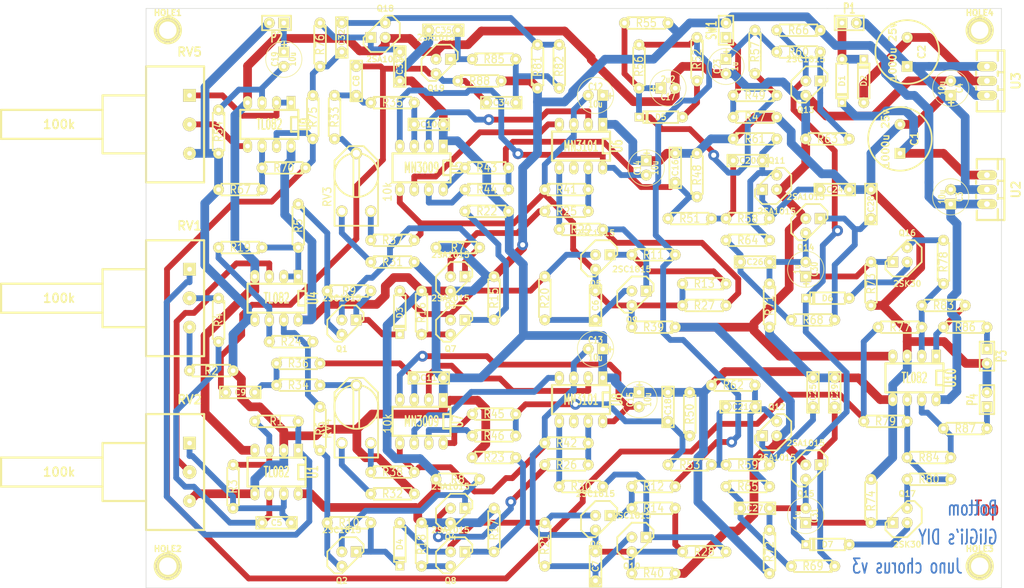
<source format=kicad_pcb>
(kicad_pcb (version 20171130) (host pcbnew 5.1.10-88a1d61d58~88~ubuntu20.10.1)
  (title_block (title "Roland Juno-60 chorus board clone") (rev 3) (company "GliGli's DIY"))
  (layers (0 F.Cu signal) (31 B.Cu signal) (34 B.Paste user) (35 F.Paste user) (37 F.SilkS user) (38 B.Mask user) (39 F.Mask user) (44 Edge.Cuts user))
  (net 0 "")
  (net 1 -VAA)
  (net 2 GND)
  (net 3 N-000001)
  (net 4 N-0000010)
  (net 5 N-00000100)
  (net 6 N-00000101)
  (net 7 N-00000102)
  (net 8 N-00000103)
  (net 9 N-00000104)
  (net 10 N-00000105)
  (net 11 N-00000106)
  (net 12 N-00000107)
  (net 13 N-00000108)
  (net 14 N-0000011)
  (net 15 N-0000012)
  (net 16 N-0000013)
  (net 17 N-0000014)
  (net 18 N-0000015)
  (net 19 N-0000016)
  (net 20 N-0000017)
  (net 21 N-0000018)
  (net 22 N-0000019)
  (net 23 N-000002)
  (net 24 N-0000020)
  (net 25 N-0000021)
  (net 26 N-0000022)
  (net 27 N-0000023)
  (net 28 N-0000024)
  (net 29 N-0000025)
  (net 30 N-0000026)
  (net 31 N-0000027)
  (net 32 N-0000028)
  (net 33 N-0000029)
  (net 34 N-000003)
  (net 35 N-0000030)
  (net 36 N-0000031)
  (net 37 N-0000032)
  (net 38 N-0000033)
  (net 39 N-0000034)
  (net 40 N-0000035)
  (net 41 N-0000036)
  (net 42 N-0000037)
  (net 43 N-0000038)
  (net 44 N-0000039)
  (net 45 N-000004)
  (net 46 N-0000040)
  (net 47 N-0000041)
  (net 48 N-0000042)
  (net 49 N-0000043)
  (net 50 N-0000044)
  (net 51 N-0000045)
  (net 52 N-0000046)
  (net 53 N-0000047)
  (net 54 N-0000048)
  (net 55 N-0000049)
  (net 56 N-000005)
  (net 57 N-0000050)
  (net 58 N-0000051)
  (net 59 N-0000052)
  (net 60 N-0000053)
  (net 61 N-0000054)
  (net 62 N-0000055)
  (net 63 N-0000056)
  (net 64 N-0000057)
  (net 65 N-0000059)
  (net 66 N-000006)
  (net 67 N-0000060)
  (net 68 N-0000061)
  (net 69 N-0000062)
  (net 70 N-0000064)
  (net 71 N-0000065)
  (net 72 N-0000066)
  (net 73 N-0000067)
  (net 74 N-0000068)
  (net 75 N-0000069)
  (net 76 N-000007)
  (net 77 N-0000070)
  (net 78 N-0000071)
  (net 79 N-0000072)
  (net 80 N-0000073)
  (net 81 N-0000074)
  (net 82 N-0000075)
  (net 83 N-0000076)
  (net 84 N-0000077)
  (net 85 N-0000078)
  (net 86 N-0000079)
  (net 87 N-000008)
  (net 88 N-0000080)
  (net 89 N-0000081)
  (net 90 N-0000082)
  (net 91 N-0000083)
  (net 92 N-0000084)
  (net 93 N-0000085)
  (net 94 N-0000086)
  (net 95 N-0000087)
  (net 96 N-0000088)
  (net 97 N-0000089)
  (net 98 N-000009)
  (net 99 N-0000090)
  (net 100 N-0000091)
  (net 101 N-0000092)
  (net 102 N-0000093)
  (net 103 N-0000094)
  (net 104 N-0000095)
  (net 105 N-0000098)
  (net 106 N-0000099)
  (net 107 VAA)
  (module TO92DGS (layer F.Cu) (at 187.96 99.06 180)
    (fp_text reference Q16 (at -1.27 3.81 180) (layer F.SilkS) (effects (font (size 1.016 1.016) (thickness 0.2032))))
    (fp_text value 2SK30 (at -1.27 -5.08 180) (layer F.SilkS) (effects (font (size 1.016 1.016) (thickness 0.2032))))
    (pad D thru_hole rect (at 1.27 -1.27 180) (size 1.905 1.905) (drill 0.8128) (layers *.Cu *.Paste *.Mask F.SilkS) (net 61 N-0000054))
    (pad G thru_hole circle (at -1.27 -1.27 180) (size 1.905 1.905) (drill 0.8128) (layers *.Cu *.Paste *.Mask F.SilkS) (net 62 N-0000055))
    (pad S thru_hole circle (at -1.27 1.27 180) (size 1.905 1.905) (drill 0.8128) (layers *.Cu *.Paste *.Mask F.SilkS) (net 63 N-0000056))
  )
  (module TO92DGS (layer F.Cu) (at 187.96 144.78 180)
    (fp_text reference Q17 (at -1.27 3.81 180) (layer F.SilkS) (effects (font (size 1.016 1.016) (thickness 0.2032))))
    (fp_text value 2SK30 (at -1.27 -5.08 180) (layer F.SilkS) (effects (font (size 1.016 1.016) (thickness 0.2032))))
    (pad D thru_hole rect (at 1.27 -1.27 180) (size 1.905 1.905) (drill 0.8128) (layers *.Cu *.Paste *.Mask F.SilkS) (net 25 N-0000021))
    (pad G thru_hole circle (at -1.27 -1.27 180) (size 1.905 1.905) (drill 0.8128) (layers *.Cu *.Paste *.Mask F.SilkS) (net 89 N-0000081))
    (pad S thru_hole circle (at -1.27 1.27 180) (size 1.905 1.905) (drill 0.8128) (layers *.Cu *.Paste *.Mask F.SilkS) (net 64 N-0000057))
  )
  (module TO92-123 (layer F.Cu) (at 110.49 111.76)
    (fp_text reference Q7 (at -1.27 3.81) (layer F.SilkS) (effects (font (size 1.016 1.016) (thickness 0.2032))))
    (fp_text value 2SA1015 (at -1.27 -5.08) (layer F.SilkS) (effects (font (size 1.016 1.016) (thickness 0.2032))))
    (pad 3 thru_hole rect (at 1.27 -1.27) (size 1.905 1.905) (drill 0.8128) (layers *.Cu *.Paste *.Mask F.SilkS) (net 87 N-000008))
    (pad 2 thru_hole circle (at -1.27 -1.27) (size 1.905 1.905) (drill 0.8128) (layers *.Cu *.Paste *.Mask F.SilkS) (net 17 N-0000014))
    (pad 1 thru_hole circle (at -1.27 1.27) (size 1.905 1.905) (drill 0.8128) (layers *.Cu *.Paste *.Mask F.SilkS) (net 4 N-0000010))
  )
  (module TO92-123 (layer F.Cu) (at 172.72 69.85)
    (fp_text reference Q13 (at -1.27 3.81) (layer F.SilkS) (effects (font (size 1.016 1.016) (thickness 0.2032))))
    (fp_text value 2SC1815 (at -1.27 -5.08) (layer F.SilkS) (effects (font (size 1.016 1.016) (thickness 0.2032))))
    (pad 3 thru_hole rect (at 1.27 -1.27) (size 1.905 1.905) (drill 0.8128) (layers *.Cu *.Paste *.Mask F.SilkS) (net 72 N-0000066))
    (pad 2 thru_hole circle (at -1.27 -1.27) (size 1.905 1.905) (drill 0.8128) (layers *.Cu *.Paste *.Mask F.SilkS) (net 68 N-0000061))
    (pad 1 thru_hole circle (at -1.27 1.27) (size 1.905 1.905) (drill 0.8128) (layers *.Cu *.Paste *.Mask F.SilkS) (net 1 -VAA))
  )
  (module TO92-123 (layer F.Cu) (at 91.44 152.4)
    (fp_text reference Q2 (at -1.27 3.81) (layer F.SilkS) (effects (font (size 1.016 1.016) (thickness 0.2032))))
    (fp_text value 2SC1815 (at -1.27 -5.08) (layer F.SilkS) (effects (font (size 1.016 1.016) (thickness 0.2032))))
    (pad 3 thru_hole rect (at 1.27 -1.27) (size 1.905 1.905) (drill 0.8128) (layers *.Cu *.Paste *.Mask F.SilkS) (net 91 N-0000083))
    (pad 2 thru_hole circle (at -1.27 -1.27) (size 1.905 1.905) (drill 0.8128) (layers *.Cu *.Paste *.Mask F.SilkS) (net 82 N-0000075))
    (pad 1 thru_hole circle (at -1.27 1.27) (size 1.905 1.905) (drill 0.8128) (layers *.Cu *.Paste *.Mask F.SilkS) (net 79 N-0000072))
  )
  (module TO92-123 (layer F.Cu) (at 135.89 100.33)
    (fp_text reference Q5 (at -1.27 3.81) (layer F.SilkS) (effects (font (size 1.016 1.016) (thickness 0.2032))))
    (fp_text value 2SC1815 (at -1.27 -5.08) (layer F.SilkS) (effects (font (size 1.016 1.016) (thickness 0.2032))))
    (pad 3 thru_hole rect (at 1.27 -1.27) (size 1.905 1.905) (drill 0.8128) (layers *.Cu *.Paste *.Mask F.SilkS) (net 56 N-000005))
    (pad 2 thru_hole circle (at -1.27 -1.27) (size 1.905 1.905) (drill 0.8128) (layers *.Cu *.Paste *.Mask F.SilkS) (net 17 N-0000014))
    (pad 1 thru_hole circle (at -1.27 1.27) (size 1.905 1.905) (drill 0.8128) (layers *.Cu *.Paste *.Mask F.SilkS) (net 14 N-0000011))
  )
  (module TO92-123 (layer F.Cu) (at 135.89 146.05)
    (fp_text reference Q6 (at -1.27 3.81) (layer F.SilkS) (effects (font (size 1.016 1.016) (thickness 0.2032))))
    (fp_text value 2SC1815 (at -1.27 -5.08) (layer F.SilkS) (effects (font (size 1.016 1.016) (thickness 0.2032))))
    (pad 3 thru_hole rect (at 1.27 -1.27) (size 1.905 1.905) (drill 0.8128) (layers *.Cu *.Paste *.Mask F.SilkS) (net 102 N-0000093))
    (pad 2 thru_hole circle (at -1.27 -1.27) (size 1.905 1.905) (drill 0.8128) (layers *.Cu *.Paste *.Mask F.SilkS) (net 81 N-0000074))
    (pad 1 thru_hole circle (at -1.27 1.27) (size 1.905 1.905) (drill 0.8128) (layers *.Cu *.Paste *.Mask F.SilkS) (net 104 N-0000095))
  )
  (module TO92-123 (layer F.Cu) (at 142.24 106.68)
    (fp_text reference Q9 (at -1.27 3.81) (layer F.SilkS) (effects (font (size 1.016 1.016) (thickness 0.2032))))
    (fp_text value 2SC1815 (at -1.27 -5.08) (layer F.SilkS) (effects (font (size 1.016 1.016) (thickness 0.2032))))
    (pad 3 thru_hole rect (at 1.27 -1.27) (size 1.905 1.905) (drill 0.8128) (layers *.Cu *.Paste *.Mask F.SilkS) (net 98 N-000009))
    (pad 2 thru_hole circle (at -1.27 -1.27) (size 1.905 1.905) (drill 0.8128) (layers *.Cu *.Paste *.Mask F.SilkS) (net 45 N-000004))
    (pad 1 thru_hole circle (at -1.27 1.27) (size 1.905 1.905) (drill 0.8128) (layers *.Cu *.Paste *.Mask F.SilkS) (net 14 N-0000011))
  )
  (module TO92-123 (layer F.Cu) (at 142.24 149.86)
    (fp_text reference Q10 (at -1.27 3.81) (layer F.SilkS) (effects (font (size 1.016 1.016) (thickness 0.2032))))
    (fp_text value 2SC1815 (at -1.27 -5.08) (layer F.SilkS) (effects (font (size 1.016 1.016) (thickness 0.2032))))
    (pad 3 thru_hole rect (at 1.27 -1.27) (size 1.905 1.905) (drill 0.8128) (layers *.Cu *.Paste *.Mask F.SilkS) (net 93 N-0000085))
    (pad 2 thru_hole circle (at -1.27 -1.27) (size 1.905 1.905) (drill 0.8128) (layers *.Cu *.Paste *.Mask F.SilkS) (net 101 N-0000092))
    (pad 1 thru_hole circle (at -1.27 1.27) (size 1.905 1.905) (drill 0.8128) (layers *.Cu *.Paste *.Mask F.SilkS) (net 104 N-0000095))
  )
  (module TO92-123 (layer F.Cu) (at 91.44 111.76)
    (fp_text reference Q1 (at -1.27 3.81) (layer F.SilkS) (effects (font (size 1.016 1.016) (thickness 0.2032))))
    (fp_text value 2SC1815 (at -1.27 -5.08) (layer F.SilkS) (effects (font (size 1.016 1.016) (thickness 0.2032))))
    (pad 3 thru_hole rect (at 1.27 -1.27) (size 1.905 1.905) (drill 0.8128) (layers *.Cu *.Paste *.Mask F.SilkS) (net 15 N-0000012))
    (pad 2 thru_hole circle (at -1.27 -1.27) (size 1.905 1.905) (drill 0.8128) (layers *.Cu *.Paste *.Mask F.SilkS) (net 18 N-0000015))
    (pad 1 thru_hole circle (at -1.27 1.27) (size 1.905 1.905) (drill 0.8128) (layers *.Cu *.Paste *.Mask F.SilkS) (net 28 N-0000024))
  )
  (module TO92-123 (layer F.Cu) (at 96.52 59.69 180)
    (fp_text reference Q18 (at -1.27 3.81 180) (layer F.SilkS) (effects (font (size 1.016 1.016) (thickness 0.2032))))
    (fp_text value 2SA1015 (at -1.27 -5.08 180) (layer F.SilkS) (effects (font (size 1.016 1.016) (thickness 0.2032))))
    (pad 3 thru_hole rect (at 1.27 -1.27 180) (size 1.905 1.905) (drill 0.8128) (layers *.Cu *.Paste *.Mask F.SilkS) (net 33 N-0000029))
    (pad 2 thru_hole circle (at -1.27 -1.27 180) (size 1.905 1.905) (drill 0.8128) (layers *.Cu *.Paste *.Mask F.SilkS) (net 1 -VAA))
    (pad 1 thru_hole circle (at -1.27 1.27 180) (size 1.905 1.905) (drill 0.8128) (layers *.Cu *.Paste *.Mask F.SilkS) (net 48 N-0000042))
  )
  (module TO92-123 (layer F.Cu) (at 107.95 66.04)
    (fp_text reference Q19 (at -1.27 3.81) (layer F.SilkS) (effects (font (size 1.016 1.016) (thickness 0.2032))))
    (fp_text value 2SA1015 (at -1.27 -5.08) (layer F.SilkS) (effects (font (size 1.016 1.016) (thickness 0.2032))))
    (pad 3 thru_hole rect (at 1.27 -1.27) (size 1.905 1.905) (drill 0.8128) (layers *.Cu *.Paste *.Mask F.SilkS) (net 44 N-0000039))
    (pad 2 thru_hole circle (at -1.27 -1.27) (size 1.905 1.905) (drill 0.8128) (layers *.Cu *.Paste *.Mask F.SilkS) (net 1 -VAA))
    (pad 1 thru_hole circle (at -1.27 1.27) (size 1.905 1.905) (drill 0.8128) (layers *.Cu *.Paste *.Mask F.SilkS) (net 70 N-0000064))
  )
  (module TO92-123 (layer F.Cu) (at 172.72 93.98)
    (fp_text reference Q14 (at -1.27 3.81) (layer F.SilkS) (effects (font (size 1.016 1.016) (thickness 0.2032))))
    (fp_text value 2SA1015 (at -1.27 -5.08) (layer F.SilkS) (effects (font (size 1.016 1.016) (thickness 0.2032))))
    (pad 3 thru_hole rect (at 1.27 -1.27) (size 1.905 1.905) (drill 0.8128) (layers *.Cu *.Paste *.Mask F.SilkS) (net 59 N-0000052))
    (pad 2 thru_hole circle (at -1.27 -1.27) (size 1.905 1.905) (drill 0.8128) (layers *.Cu *.Paste *.Mask F.SilkS) (net 1 -VAA))
    (pad 1 thru_hole circle (at -1.27 1.27) (size 1.905 1.905) (drill 0.8128) (layers *.Cu *.Paste *.Mask F.SilkS) (net 60 N-0000053))
  )
  (module TO92-123 (layer F.Cu) (at 165.1 86.36 180)
    (fp_text reference Q11 (at -1.27 3.81 180) (layer F.SilkS) (effects (font (size 1.016 1.016) (thickness 0.2032))))
    (fp_text value 2SA1015 (at -1.27 -5.08 180) (layer F.SilkS) (effects (font (size 1.016 1.016) (thickness 0.2032))))
    (pad 3 thru_hole rect (at 1.27 -1.27 180) (size 1.905 1.905) (drill 0.8128) (layers *.Cu *.Paste *.Mask F.SilkS) (net 57 N-0000050))
    (pad 2 thru_hole circle (at -1.27 -1.27 180) (size 1.905 1.905) (drill 0.8128) (layers *.Cu *.Paste *.Mask F.SilkS) (net 1 -VAA))
    (pad 1 thru_hole circle (at -1.27 1.27 180) (size 1.905 1.905) (drill 0.8128) (layers *.Cu *.Paste *.Mask F.SilkS) (net 47 N-0000041))
  )
  (module TO92-123 (layer F.Cu) (at 165.1 129.54 180)
    (fp_text reference Q12 (at -1.27 3.81 180) (layer F.SilkS) (effects (font (size 1.016 1.016) (thickness 0.2032))))
    (fp_text value 2SA1015 (at -1.27 -5.08 180) (layer F.SilkS) (effects (font (size 1.016 1.016) (thickness 0.2032))))
    (pad 3 thru_hole rect (at 1.27 -1.27 180) (size 1.905 1.905) (drill 0.8128) (layers *.Cu *.Paste *.Mask F.SilkS) (net 27 N-0000023))
    (pad 2 thru_hole circle (at -1.27 -1.27 180) (size 1.905 1.905) (drill 0.8128) (layers *.Cu *.Paste *.Mask F.SilkS) (net 1 -VAA))
    (pad 1 thru_hole circle (at -1.27 1.27 180) (size 1.905 1.905) (drill 0.8128) (layers *.Cu *.Paste *.Mask F.SilkS) (net 22 N-0000019))
  )
  (module TO92-123 (layer F.Cu) (at 172.72 137.16)
    (fp_text reference Q15 (at -1.27 3.81) (layer F.SilkS) (effects (font (size 1.016 1.016) (thickness 0.2032))))
    (fp_text value 2SA1015 (at -1.27 -5.08) (layer F.SilkS) (effects (font (size 1.016 1.016) (thickness 0.2032))))
    (pad 3 thru_hole rect (at 1.27 -1.27) (size 1.905 1.905) (drill 0.8128) (layers *.Cu *.Paste *.Mask F.SilkS) (net 20 N-0000017))
    (pad 2 thru_hole circle (at -1.27 -1.27) (size 1.905 1.905) (drill 0.8128) (layers *.Cu *.Paste *.Mask F.SilkS) (net 1 -VAA))
    (pad 1 thru_hole circle (at -1.27 1.27) (size 1.905 1.905) (drill 0.8128) (layers *.Cu *.Paste *.Mask F.SilkS) (net 21 N-0000018))
  )
  (module TO92-123 (layer F.Cu) (at 110.49 104.14)
    (fp_text reference Q3 (at -1.27 3.81) (layer F.SilkS) (effects (font (size 1.016 1.016) (thickness 0.2032))))
    (fp_text value 2SA1015 (at -1.27 -5.08) (layer F.SilkS) (effects (font (size 1.016 1.016) (thickness 0.2032))))
    (pad 3 thru_hole rect (at 1.27 -1.27) (size 1.905 1.905) (drill 0.8128) (layers *.Cu *.Paste *.Mask F.SilkS) (net 18 N-0000015))
    (pad 2 thru_hole circle (at -1.27 -1.27) (size 1.905 1.905) (drill 0.8128) (layers *.Cu *.Paste *.Mask F.SilkS) (net 16 N-0000013))
    (pad 1 thru_hole circle (at -1.27 1.27) (size 1.905 1.905) (drill 0.8128) (layers *.Cu *.Paste *.Mask F.SilkS) (net 107 VAA))
  )
  (module TO92-123 (layer F.Cu) (at 110.49 144.78)
    (fp_text reference Q4 (at -1.27 3.81) (layer F.SilkS) (effects (font (size 1.016 1.016) (thickness 0.2032))))
    (fp_text value 2SA1015 (at -1.27 -5.08) (layer F.SilkS) (effects (font (size 1.016 1.016) (thickness 0.2032))))
    (pad 3 thru_hole rect (at 1.27 -1.27) (size 1.905 1.905) (drill 0.8128) (layers *.Cu *.Paste *.Mask F.SilkS) (net 82 N-0000075))
    (pad 2 thru_hole circle (at -1.27 -1.27) (size 1.905 1.905) (drill 0.8128) (layers *.Cu *.Paste *.Mask F.SilkS) (net 75 N-0000069))
    (pad 1 thru_hole circle (at -1.27 1.27) (size 1.905 1.905) (drill 0.8128) (layers *.Cu *.Paste *.Mask F.SilkS) (net 107 VAA))
  )
  (module TO92-123 (layer F.Cu) (at 110.49 152.4)
    (fp_text reference Q8 (at -1.27 3.81) (layer F.SilkS) (effects (font (size 1.016 1.016) (thickness 0.2032))))
    (fp_text value 2SA1015 (at -1.27 -5.08) (layer F.SilkS) (effects (font (size 1.016 1.016) (thickness 0.2032))))
    (pad 3 thru_hole rect (at 1.27 -1.27) (size 1.905 1.905) (drill 0.8128) (layers *.Cu *.Paste *.Mask F.SilkS) (net 97 N-0000089))
    (pad 2 thru_hole circle (at -1.27 -1.27) (size 1.905 1.905) (drill 0.8128) (layers *.Cu *.Paste *.Mask F.SilkS) (net 81 N-0000074))
    (pad 1 thru_hole circle (at -1.27 1.27) (size 1.905 1.905) (drill 0.8128) (layers *.Cu *.Paste *.Mask F.SilkS) (net 74 N-0000068))
  )
  (module SIL-2 (layer F.Cu) (at 78.74 58.42 180)
    (fp_text reference P2 (at 0 -2.54 180) (layer F.SilkS) (effects (font (size 1.72974 1.08712) (thickness 0.3048))))
    (fp_text value AUDIO_IN hide)
    (pad 1 thru_hole rect (at -1.27 0 180) (size 1.905 1.905) (drill 0.8128) (layers *.Cu *.Paste *.Mask F.SilkS) (net 38 N-0000033))
    (pad 2 thru_hole circle (at 1.27 0 180) (size 1.905 1.905) (drill 0.8128) (layers *.Cu *.Paste *.Mask F.SilkS) (net 2 GND))
  )
  (module SIL-2 (layer F.Cu) (at 179.07 58.42)
    (fp_text reference P1 (at 0 -2.54) (layer F.SilkS) (effects (font (size 1.72974 1.08712) (thickness 0.3048))))
    (fp_text value 15VAC_IN hide)
    (pad 1 thru_hole rect (at -1.27 0) (size 1.905 1.905) (drill 0.8128) (layers *.Cu *.Paste *.Mask F.SilkS) (net 7 N-00000102))
    (pad 2 thru_hole circle (at 1.27 0) (size 1.905 1.905) (drill 0.8128) (layers *.Cu *.Paste *.Mask F.SilkS) (net 2 GND))
  )
  (module SIL-2 (layer F.Cu) (at 157.48 59.69 90)
    (fp_text reference SW1 (at 0 -2.54 90) (layer F.SilkS) (effects (font (size 1.72974 1.08712) (thickness 0.3048))))
    (fp_text value SW_PUSH hide)
    (pad 1 thru_hole rect (at -1.27 0 90) (size 1.905 1.905) (drill 0.8128) (layers *.Cu *.Paste *.Mask F.SilkS) (net 69 N-0000062))
    (pad 2 thru_hole circle (at 1.27 0 90) (size 1.905 1.905) (drill 0.8128) (layers *.Cu *.Paste *.Mask F.SilkS) (net 107 VAA))
  )
  (module SIL-2 (layer F.Cu) (at 203.2 124.46 90)
    (fp_text reference P4 (at 0 -2.54 90) (layer F.SilkS) (effects (font (size 1.72974 1.08712) (thickness 0.3048))))
    (fp_text value AUDIO_OUT_2 hide)
    (pad 1 thru_hole rect (at -1.27 0 90) (size 1.905 1.905) (drill 0.8128) (layers *.Cu *.Paste *.Mask F.SilkS) (net 30 N-0000026))
    (pad 2 thru_hole circle (at 1.27 0 90) (size 1.905 1.905) (drill 0.8128) (layers *.Cu *.Paste *.Mask F.SilkS) (net 2 GND))
  )
  (module SIL-2 (layer F.Cu) (at 203.2 116.84 270)
    (fp_text reference P3 (at 0 -2.54 270) (layer F.SilkS) (effects (font (size 1.72974 1.08712) (thickness 0.3048))))
    (fp_text value AUDIO_OUT_1 hide)
    (pad 1 thru_hole rect (at -1.27 0 270) (size 1.905 1.905) (drill 0.8128) (layers *.Cu *.Paste *.Mask F.SilkS) (net 32 N-0000028))
    (pad 2 thru_hole circle (at 1.27 0 270) (size 1.905 1.905) (drill 0.8128) (layers *.Cu *.Paste *.Mask F.SilkS) (net 2 GND))
  )
  (module POTA_Fav (layer F.Cu) (at 58.42 106.68)
    (fp_text reference RV1 (at 5.08 -12.7) (layer F.SilkS) (effects (font (size 1.524 1.524) (thickness 0.3048))))
    (fp_text value 100k (at -17.78 0) (layer F.SilkS) (effects (font (size 1.524 1.524) (thickness 0.3048))))
    (pad 2 thru_hole circle (at 5.08 0) (size 2.39522 2.39522) (drill 0.8128) (layers *.Cu *.Paste *.Mask F.SilkS) (net 5 N-00000100))
    (pad 1 thru_hole rect (at 5.08 -5.08) (size 2.24028 2.24028) (drill 0.8128) (layers *.Cu *.Paste *.Mask F.SilkS) (net 8 N-00000103))
    (pad 3 thru_hole circle (at 5.08 5.08) (size 2.24028 2.24028) (drill 0.8128) (layers *.Cu *.Paste *.Mask F.SilkS) (net 105 N-0000098))
  )
  (module POTA_Fav (layer F.Cu) (at 58.42 76.2)
    (fp_text reference RV5 (at 5.08 -12.7) (layer F.SilkS) (effects (font (size 1.524 1.524) (thickness 0.3048))))
    (fp_text value 100k (at -17.78 0) (layer F.SilkS) (effects (font (size 1.524 1.524) (thickness 0.3048))))
    (pad 2 thru_hole circle (at 5.08 0) (size 2.39522 2.39522) (drill 0.8128) (layers *.Cu *.Paste *.Mask F.SilkS) (net 42 N-0000037))
    (pad 1 thru_hole rect (at 5.08 -5.08) (size 2.24028 2.24028) (drill 0.8128) (layers *.Cu *.Paste *.Mask F.SilkS) (net 43 N-0000038))
    (pad 3 thru_hole circle (at 5.08 5.08) (size 2.24028 2.24028) (drill 0.8128) (layers *.Cu *.Paste *.Mask F.SilkS) (net 2 GND))
  )
  (module POTA_Fav (layer F.Cu) (at 58.42 137.16)
    (fp_text reference RV2 (at 5.08 -12.7) (layer F.SilkS) (effects (font (size 1.524 1.524) (thickness 0.3048))))
    (fp_text value 100k (at -17.78 0) (layer F.SilkS) (effects (font (size 1.524 1.524) (thickness 0.3048))))
    (pad 2 thru_hole circle (at 5.08 0) (size 2.39522 2.39522) (drill 0.8128) (layers *.Cu *.Paste *.Mask F.SilkS) (net 99 N-0000090))
    (pad 1 thru_hole rect (at 5.08 -5.08) (size 2.24028 2.24028) (drill 0.8128) (layers *.Cu *.Paste *.Mask F.SilkS) (net 106 N-0000099))
    (pad 3 thru_hole circle (at 5.08 5.08) (size 2.24028 2.24028) (drill 0.8128) (layers *.Cu *.Paste *.Mask F.SilkS) (net 2 GND))
  )
  (module DIP-8__300_ELL (layer F.Cu) (at 132.08 124.46 180)
    (fp_text reference U8 (at -6.35 0 270) (layer F.SilkS) (effects (font (size 1.778 1.143) (thickness 0.3048))))
    (fp_text value MN3101 (at 0 0 180) (layer F.SilkS) (effects (font (size 1.778 1.016) (thickness 0.3048))))
    (pad 1 thru_hole rect (at -3.81 3.81 180) (size 1.5748 2.286) (drill 0.8128) (layers *.Cu *.Paste *.Mask F.SilkS) (net 2 GND))
    (pad 2 thru_hole oval (at -1.27 3.81 180) (size 1.5748 2.286) (drill 0.8128) (layers *.Cu *.Paste *.Mask F.SilkS) (net 90 N-0000082))
    (pad 3 thru_hole oval (at 1.27 3.81 180) (size 1.5748 2.286) (drill 0.8128) (layers *.Cu *.Paste *.Mask F.SilkS) (net 104 N-0000095))
    (pad 4 thru_hole oval (at 3.81 3.81 180) (size 1.5748 2.286) (drill 0.8128) (layers *.Cu *.Paste *.Mask F.SilkS) (net 80 N-0000073))
    (pad 5 thru_hole oval (at 3.81 -3.81 180) (size 1.5748 2.286) (drill 0.8128) (layers *.Cu *.Paste *.Mask F.SilkS) (net 96 N-0000088))
    (pad 6 thru_hole oval (at 1.27 -3.81 180) (size 1.5748 2.286) (drill 0.8128) (layers *.Cu *.Paste *.Mask F.SilkS))
    (pad 7 thru_hole oval (at -1.27 -3.81 180) (size 1.5748 2.286) (drill 0.8128) (layers *.Cu *.Paste *.Mask F.SilkS) (net 94 N-0000086))
    (pad 8 thru_hole oval (at -3.81 -3.81 180) (size 1.5748 2.286) (drill 0.8128) (layers *.Cu *.Paste *.Mask F.SilkS) (net 100 N-0000091))
  )
  (module DIP-8__300_ELL (layer F.Cu) (at 190.5 120.65 180)
    (fp_text reference U10 (at -6.35 0 270) (layer F.SilkS) (effects (font (size 1.778 1.143) (thickness 0.3048))))
    (fp_text value TL082 (at 0 0 180) (layer F.SilkS) (effects (font (size 1.778 1.016) (thickness 0.3048))))
    (pad 1 thru_hole rect (at -3.81 3.81 180) (size 1.5748 2.286) (drill 0.8128) (layers *.Cu *.Paste *.Mask F.SilkS) (net 36 N-0000031))
    (pad 2 thru_hole oval (at -1.27 3.81 180) (size 1.5748 2.286) (drill 0.8128) (layers *.Cu *.Paste *.Mask F.SilkS) (net 37 N-0000032))
    (pad 3 thru_hole oval (at 1.27 3.81 180) (size 1.5748 2.286) (drill 0.8128) (layers *.Cu *.Paste *.Mask F.SilkS) (net 2 GND))
    (pad 4 thru_hole oval (at 3.81 3.81 180) (size 1.5748 2.286) (drill 0.8128) (layers *.Cu *.Paste *.Mask F.SilkS) (net 1 -VAA))
    (pad 5 thru_hole oval (at 3.81 -3.81 180) (size 1.5748 2.286) (drill 0.8128) (layers *.Cu *.Paste *.Mask F.SilkS) (net 2 GND))
    (pad 6 thru_hole oval (at 1.27 -3.81 180) (size 1.5748 2.286) (drill 0.8128) (layers *.Cu *.Paste *.Mask F.SilkS) (net 29 N-0000025))
    (pad 7 thru_hole oval (at -1.27 -3.81 180) (size 1.5748 2.286) (drill 0.8128) (layers *.Cu *.Paste *.Mask F.SilkS) (net 26 N-0000022))
    (pad 8 thru_hole oval (at -3.81 -3.81 180) (size 1.5748 2.286) (drill 0.8128) (layers *.Cu *.Paste *.Mask F.SilkS) (net 107 VAA))
  )
  (module DIP-8__300_ELL (layer F.Cu) (at 77.47 76.2 180)
    (fp_text reference U9 (at -6.35 0 270) (layer F.SilkS) (effects (font (size 1.778 1.143) (thickness 0.3048))))
    (fp_text value TL082 (at 0 0 180) (layer F.SilkS) (effects (font (size 1.778 1.016) (thickness 0.3048))))
    (pad 1 thru_hole rect (at -3.81 3.81 180) (size 1.5748 2.286) (drill 0.8128) (layers *.Cu *.Paste *.Mask F.SilkS) (net 43 N-0000038))
    (pad 2 thru_hole oval (at -1.27 3.81 180) (size 1.5748 2.286) (drill 0.8128) (layers *.Cu *.Paste *.Mask F.SilkS) (net 43 N-0000038))
    (pad 3 thru_hole oval (at 1.27 3.81 180) (size 1.5748 2.286) (drill 0.8128) (layers *.Cu *.Paste *.Mask F.SilkS) (net 11 N-00000106))
    (pad 4 thru_hole oval (at 3.81 3.81 180) (size 1.5748 2.286) (drill 0.8128) (layers *.Cu *.Paste *.Mask F.SilkS) (net 1 -VAA))
    (pad 5 thru_hole oval (at 3.81 -3.81 180) (size 1.5748 2.286) (drill 0.8128) (layers *.Cu *.Paste *.Mask F.SilkS) (net 42 N-0000037))
    (pad 6 thru_hole oval (at 1.27 -3.81 180) (size 1.5748 2.286) (drill 0.8128) (layers *.Cu *.Paste *.Mask F.SilkS) (net 40 N-0000035))
    (pad 7 thru_hole oval (at -1.27 -3.81 180) (size 1.5748 2.286) (drill 0.8128) (layers *.Cu *.Paste *.Mask F.SilkS) (net 39 N-0000034))
    (pad 8 thru_hole oval (at -3.81 -3.81 180) (size 1.5748 2.286) (drill 0.8128) (layers *.Cu *.Paste *.Mask F.SilkS) (net 107 VAA))
  )
  (module DIP-8__300_ELL (layer F.Cu) (at 104.14 83.82 180)
    (fp_text reference U5 (at -6.35 0 270) (layer F.SilkS) (effects (font (size 1.778 1.143) (thickness 0.3048))))
    (fp_text value MN3009 (at 0 0 180) (layer F.SilkS) (effects (font (size 1.778 1.016) (thickness 0.3048))))
    (pad 1 thru_hole rect (at -3.81 3.81 180) (size 1.5748 2.286) (drill 0.8128) (layers *.Cu *.Paste *.Mask F.SilkS) (net 2 GND))
    (pad 2 thru_hole oval (at -1.27 3.81 180) (size 1.5748 2.286) (drill 0.8128) (layers *.Cu *.Paste *.Mask F.SilkS) (net 3 N-000001))
    (pad 3 thru_hole oval (at 1.27 3.81 180) (size 1.5748 2.286) (drill 0.8128) (layers *.Cu *.Paste *.Mask F.SilkS) (net 53 N-0000047))
    (pad 4 thru_hole oval (at 3.81 3.81 180) (size 1.5748 2.286) (drill 0.8128) (layers *.Cu *.Paste *.Mask F.SilkS) (net 31 N-0000027))
    (pad 5 thru_hole oval (at 3.81 -3.81 180) (size 1.5748 2.286) (drill 0.8128) (layers *.Cu *.Paste *.Mask F.SilkS) (net 14 N-0000011))
    (pad 6 thru_hole oval (at 1.27 -3.81 180) (size 1.5748 2.286) (drill 0.8128) (layers *.Cu *.Paste *.Mask F.SilkS) (net 54 N-0000048))
    (pad 7 thru_hole oval (at -1.27 -3.81 180) (size 1.5748 2.286) (drill 0.8128) (layers *.Cu *.Paste *.Mask F.SilkS) (net 52 N-0000046))
    (pad 8 thru_hole oval (at -3.81 -3.81 180) (size 1.5748 2.286) (drill 0.8128) (layers *.Cu *.Paste *.Mask F.SilkS) (net 51 N-0000045))
  )
  (module DIP-8__300_ELL (layer F.Cu) (at 132.08 80.01 180)
    (fp_text reference U6 (at -6.35 0 270) (layer F.SilkS) (effects (font (size 1.778 1.143) (thickness 0.3048))))
    (fp_text value MN3101 (at 0 0 180) (layer F.SilkS) (effects (font (size 1.778 1.016) (thickness 0.3048))))
    (pad 1 thru_hole rect (at -3.81 3.81 180) (size 1.5748 2.286) (drill 0.8128) (layers *.Cu *.Paste *.Mask F.SilkS) (net 2 GND))
    (pad 2 thru_hole oval (at -1.27 3.81 180) (size 1.5748 2.286) (drill 0.8128) (layers *.Cu *.Paste *.Mask F.SilkS) (net 3 N-000001))
    (pad 3 thru_hole oval (at 1.27 3.81 180) (size 1.5748 2.286) (drill 0.8128) (layers *.Cu *.Paste *.Mask F.SilkS) (net 14 N-0000011))
    (pad 4 thru_hole oval (at 3.81 3.81 180) (size 1.5748 2.286) (drill 0.8128) (layers *.Cu *.Paste *.Mask F.SilkS) (net 54 N-0000048))
    (pad 5 thru_hole oval (at 3.81 -3.81 180) (size 1.5748 2.286) (drill 0.8128) (layers *.Cu *.Paste *.Mask F.SilkS) (net 76 N-000007))
    (pad 6 thru_hole oval (at 1.27 -3.81 180) (size 1.5748 2.286) (drill 0.8128) (layers *.Cu *.Paste *.Mask F.SilkS))
    (pad 7 thru_hole oval (at -1.27 -3.81 180) (size 1.5748 2.286) (drill 0.8128) (layers *.Cu *.Paste *.Mask F.SilkS) (net 34 N-000003))
    (pad 8 thru_hole oval (at -3.81 -3.81 180) (size 1.5748 2.286) (drill 0.8128) (layers *.Cu *.Paste *.Mask F.SilkS) (net 31 N-0000027))
  )
  (module DIP-8__300_ELL (layer F.Cu) (at 104.14 128.27 180)
    (fp_text reference U7 (at -6.35 0 270) (layer F.SilkS) (effects (font (size 1.778 1.143) (thickness 0.3048))))
    (fp_text value MN3009 (at 0 0 180) (layer F.SilkS) (effects (font (size 1.778 1.016) (thickness 0.3048))))
    (pad 1 thru_hole rect (at -3.81 3.81 180) (size 1.5748 2.286) (drill 0.8128) (layers *.Cu *.Paste *.Mask F.SilkS) (net 2 GND))
    (pad 2 thru_hole oval (at -1.27 3.81 180) (size 1.5748 2.286) (drill 0.8128) (layers *.Cu *.Paste *.Mask F.SilkS) (net 90 N-0000082))
    (pad 3 thru_hole oval (at 1.27 3.81 180) (size 1.5748 2.286) (drill 0.8128) (layers *.Cu *.Paste *.Mask F.SilkS) (net 83 N-0000076))
    (pad 4 thru_hole oval (at 3.81 3.81 180) (size 1.5748 2.286) (drill 0.8128) (layers *.Cu *.Paste *.Mask F.SilkS) (net 100 N-0000091))
    (pad 5 thru_hole oval (at 3.81 -3.81 180) (size 1.5748 2.286) (drill 0.8128) (layers *.Cu *.Paste *.Mask F.SilkS) (net 104 N-0000095))
    (pad 6 thru_hole oval (at 1.27 -3.81 180) (size 1.5748 2.286) (drill 0.8128) (layers *.Cu *.Paste *.Mask F.SilkS) (net 80 N-0000073))
    (pad 7 thru_hole oval (at -1.27 -3.81 180) (size 1.5748 2.286) (drill 0.8128) (layers *.Cu *.Paste *.Mask F.SilkS) (net 85 N-0000078))
    (pad 8 thru_hole oval (at -3.81 -3.81 180) (size 1.5748 2.286) (drill 0.8128) (layers *.Cu *.Paste *.Mask F.SilkS) (net 84 N-0000077))
  )
  (module DIP-8__300_ELL (layer F.Cu) (at 78.74 106.68 180)
    (fp_text reference U4 (at -6.35 0 270) (layer F.SilkS) (effects (font (size 1.778 1.143) (thickness 0.3048))))
    (fp_text value TL082 (at 0 0 180) (layer F.SilkS) (effects (font (size 1.778 1.016) (thickness 0.3048))))
    (pad 1 thru_hole rect (at -3.81 3.81 180) (size 1.5748 2.286) (drill 0.8128) (layers *.Cu *.Paste *.Mask F.SilkS) (net 10 N-00000105))
    (pad 2 thru_hole oval (at -1.27 3.81 180) (size 1.5748 2.286) (drill 0.8128) (layers *.Cu *.Paste *.Mask F.SilkS) (net 10 N-00000105))
    (pad 3 thru_hole oval (at 1.27 3.81 180) (size 1.5748 2.286) (drill 0.8128) (layers *.Cu *.Paste *.Mask F.SilkS) (net 99 N-0000090))
    (pad 4 thru_hole oval (at 3.81 3.81 180) (size 1.5748 2.286) (drill 0.8128) (layers *.Cu *.Paste *.Mask F.SilkS) (net 1 -VAA))
    (pad 5 thru_hole oval (at 3.81 -3.81 180) (size 1.5748 2.286) (drill 0.8128) (layers *.Cu *.Paste *.Mask F.SilkS) (net 2 GND))
    (pad 6 thru_hole oval (at 1.27 -3.81 180) (size 1.5748 2.286) (drill 0.8128) (layers *.Cu *.Paste *.Mask F.SilkS) (net 78 N-0000071))
    (pad 7 thru_hole oval (at -1.27 -3.81 180) (size 1.5748 2.286) (drill 0.8128) (layers *.Cu *.Paste *.Mask F.SilkS) (net 77 N-0000070))
    (pad 8 thru_hole oval (at -3.81 -3.81 180) (size 1.5748 2.286) (drill 0.8128) (layers *.Cu *.Paste *.Mask F.SilkS) (net 107 VAA))
  )
  (module DIP-8__300_ELL (layer F.Cu) (at 78.74 137.16 180)
    (fp_text reference U1 (at -6.35 0 270) (layer F.SilkS) (effects (font (size 1.778 1.143) (thickness 0.3048))))
    (fp_text value TL082 (at 0 0 180) (layer F.SilkS) (effects (font (size 1.778 1.016) (thickness 0.3048))))
    (pad 1 thru_hole rect (at -3.81 3.81 180) (size 1.5748 2.286) (drill 0.8128) (layers *.Cu *.Paste *.Mask F.SilkS) (net 8 N-00000103))
    (pad 2 thru_hole oval (at -1.27 3.81 180) (size 1.5748 2.286) (drill 0.8128) (layers *.Cu *.Paste *.Mask F.SilkS) (net 2 GND))
    (pad 3 thru_hole oval (at 1.27 3.81 180) (size 1.5748 2.286) (drill 0.8128) (layers *.Cu *.Paste *.Mask F.SilkS) (net 13 N-00000108))
    (pad 4 thru_hole oval (at 3.81 3.81 180) (size 1.5748 2.286) (drill 0.8128) (layers *.Cu *.Paste *.Mask F.SilkS) (net 1 -VAA))
    (pad 5 thru_hole oval (at 3.81 -3.81 180) (size 1.5748 2.286) (drill 0.8128) (layers *.Cu *.Paste *.Mask F.SilkS) (net 2 GND))
    (pad 6 thru_hole oval (at 1.27 -3.81 180) (size 1.5748 2.286) (drill 0.8128) (layers *.Cu *.Paste *.Mask F.SilkS) (net 12 N-00000107))
    (pad 7 thru_hole oval (at -1.27 -3.81 180) (size 1.5748 2.286) (drill 0.8128) (layers *.Cu *.Paste *.Mask F.SilkS) (net 106 N-0000099))
    (pad 8 thru_hole oval (at -3.81 -3.81 180) (size 1.5748 2.286) (drill 0.8128) (layers *.Cu *.Paste *.Mask F.SilkS) (net 107 VAA))
  )
  (module D3 (layer F.Cu) (at 181.61 68.58 90)
    (fp_text reference D2 (at 0 0 90) (layer F.SilkS) (effects (font (size 1.016 1.016) (thickness 0.2032))))
    (fp_text value 1N5817 hide)
    (pad 2 thru_hole rect (at 3.81 0 90) (size 1.524 1.524) (drill 0.8128) (layers *.Cu *.Paste *.Mask F.SilkS) (net 7 N-00000102))
    (pad 1 thru_hole circle (at -3.81 0 90) (size 1.905 1.905) (drill 0.8128) (layers *.Cu *.Paste *.Mask F.SilkS) (net 6 N-00000101))
  )
  (module D3 (layer F.Cu) (at 100.33 109.22 270)
    (fp_text reference D3 (at 0 0 270) (layer F.SilkS) (effects (font (size 1.016 1.016) (thickness 0.2032))))
    (fp_text value 1N4148 hide)
    (pad 2 thru_hole rect (at 3.81 0 270) (size 1.524 1.524) (drill 0.8128) (layers *.Cu *.Paste *.Mask F.SilkS) (net 15 N-0000012))
    (pad 1 thru_hole circle (at -3.81 0 270) (size 1.905 1.905) (drill 0.8128) (layers *.Cu *.Paste *.Mask F.SilkS) (net 17 N-0000014))
  )
  (module D3 (layer F.Cu) (at 146.05 74.93 180)
    (fp_text reference D5 (at 0 0 180) (layer F.SilkS) (effects (font (size 1.016 1.016) (thickness 0.2032))))
    (fp_text value 1N4148 hide)
    (pad 2 thru_hole rect (at 3.81 0 180) (size 1.524 1.524) (drill 0.8128) (layers *.Cu *.Paste *.Mask F.SilkS) (net 73 N-0000067))
    (pad 1 thru_hole circle (at -3.81 0 180) (size 1.905 1.905) (drill 0.8128) (layers *.Cu *.Paste *.Mask F.SilkS) (net 65 N-0000059))
  )
  (module D3 (layer F.Cu) (at 175.26 106.68 180)
    (fp_text reference D6 (at 0 0 180) (layer F.SilkS) (effects (font (size 1.016 1.016) (thickness 0.2032))))
    (fp_text value 1N4148 hide)
    (pad 2 thru_hole rect (at 3.81 0 180) (size 1.524 1.524) (drill 0.8128) (layers *.Cu *.Paste *.Mask F.SilkS) (net 68 N-0000061))
    (pad 1 thru_hole circle (at -3.81 0 180) (size 1.905 1.905) (drill 0.8128) (layers *.Cu *.Paste *.Mask F.SilkS) (net 62 N-0000055))
  )
  (module D3 (layer F.Cu) (at 175.26 149.86 180)
    (fp_text reference D7 (at 0 0 180) (layer F.SilkS) (effects (font (size 1.016 1.016) (thickness 0.2032))))
    (fp_text value 1N4148 hide)
    (pad 2 thru_hole rect (at 3.81 0 180) (size 1.524 1.524) (drill 0.8128) (layers *.Cu *.Paste *.Mask F.SilkS) (net 68 N-0000061))
    (pad 1 thru_hole circle (at -3.81 0 180) (size 1.905 1.905) (drill 0.8128) (layers *.Cu *.Paste *.Mask F.SilkS) (net 89 N-0000081))
  )
  (module D3 (layer F.Cu) (at 100.33 149.86 270)
    (fp_text reference D4 (at 0 0 270) (layer F.SilkS) (effects (font (size 1.016 1.016) (thickness 0.2032))))
    (fp_text value 1N4148 hide)
    (pad 2 thru_hole rect (at 3.81 0 270) (size 1.524 1.524) (drill 0.8128) (layers *.Cu *.Paste *.Mask F.SilkS) (net 91 N-0000083))
    (pad 1 thru_hole circle (at -3.81 0 270) (size 1.905 1.905) (drill 0.8128) (layers *.Cu *.Paste *.Mask F.SilkS) (net 81 N-0000074))
  )
  (module D3 (layer F.Cu) (at 177.8 68.58 270)
    (fp_text reference D1 (at 0 0 270) (layer F.SilkS) (effects (font (size 1.016 1.016) (thickness 0.2032))))
    (fp_text value 1N5817 hide)
    (pad 2 thru_hole rect (at 3.81 0 270) (size 1.524 1.524) (drill 0.8128) (layers *.Cu *.Paste *.Mask F.SilkS) (net 9 N-00000104))
    (pad 1 thru_hole circle (at -3.81 0 270) (size 1.905 1.905) (drill 0.8128) (layers *.Cu *.Paste *.Mask F.SilkS) (net 7 N-00000102))
  )
  (module C2V10 (layer F.Cu) (at 187.96 78.74 90)
    (fp_text reference C1 (at 0 2.54 90) (layer F.SilkS) (effects (font (size 1.27 1.27) (thickness 0.254))))
    (fp_text value "1000u 25v" (at 0 -2.54 90) (layer F.SilkS) (effects (font (size 1.27 1.27) (thickness 0.254))))
    (pad 1 thru_hole rect (at -2.54 0 90) (size 1.905 1.905) (drill 0.8128) (layers *.Cu *.Paste *.Mask F.SilkS) (net 9 N-00000104))
    (pad 2 thru_hole circle (at 2.54 0 90) (size 1.905 1.905) (drill 0.8128) (layers *.Cu *.Paste *.Mask F.SilkS) (net 2 GND))
  )
  (module C2V10 (layer F.Cu) (at 189.23 63.5 90)
    (fp_text reference C2 (at 0 2.54 90) (layer F.SilkS) (effects (font (size 1.27 1.27) (thickness 0.254))))
    (fp_text value "1000u 25v" (at 0 -2.54 90) (layer F.SilkS) (effects (font (size 1.27 1.27) (thickness 0.254))))
    (pad 1 thru_hole rect (at -2.54 0 90) (size 1.905 1.905) (drill 0.8128) (layers *.Cu *.Paste *.Mask F.SilkS) (net 2 GND))
    (pad 2 thru_hole circle (at 2.54 0 90) (size 1.905 1.905) (drill 0.8128) (layers *.Cu *.Paste *.Mask F.SilkS) (net 6 N-00000101))
  )
  (module C2 (layer F.Cu) (at 134.62 107.95 90)
    (fp_text reference C6 (at 0 0 90) (layer F.SilkS) (effects (font (size 1.016 1.016) (thickness 0.2032))))
    (fp_text value 150p hide)
    (pad 1 thru_hole circle (at -2.54 0 90) (size 1.905 1.905) (drill 0.8128) (layers *.Cu *.Paste *.Mask F.SilkS) (net 45 N-000004))
    (pad 2 thru_hole circle (at 2.54 0 90) (size 1.905 1.905) (drill 0.8128) (layers *.Cu *.Paste *.Mask F.SilkS) (net 14 N-0000011))
  )
  (module C2 (layer F.Cu) (at 162.56 143.51)
    (fp_text reference C27 (at 0 0) (layer F.SilkS) (effects (font (size 1.016 1.016) (thickness 0.2032))))
    (fp_text value 1n8 hide)
    (pad 1 thru_hole circle (at -2.54 0) (size 1.905 1.905) (drill 0.8128) (layers *.Cu *.Paste *.Mask F.SilkS) (net 19 N-0000016))
    (pad 2 thru_hole circle (at 2.54 0) (size 1.905 1.905) (drill 0.8128) (layers *.Cu *.Paste *.Mask F.SilkS) (net 21 N-0000018))
  )
  (module C2 (layer F.Cu) (at 100.33 66.04 270)
    (fp_text reference C33 (at 0 0 270) (layer F.SilkS) (effects (font (size 1.016 1.016) (thickness 0.2032))))
    (fp_text value 680p hide)
    (pad 1 thru_hole circle (at -2.54 0 270) (size 1.905 1.905) (drill 0.8128) (layers *.Cu *.Paste *.Mask F.SilkS) (net 33 N-0000029))
    (pad 2 thru_hole circle (at 2.54 0 270) (size 1.905 1.905) (drill 0.8128) (layers *.Cu *.Paste *.Mask F.SilkS) (net 2 GND))
  )
  (module C2 (layer F.Cu) (at 78.74 146.05 180)
    (fp_text reference C5 (at 0 0 180) (layer F.SilkS) (effects (font (size 1.016 1.016) (thickness 0.2032))))
    (fp_text value 100n hide)
    (pad 1 thru_hole circle (at -2.54 0 180) (size 1.905 1.905) (drill 0.8128) (layers *.Cu *.Paste *.Mask F.SilkS) (net 106 N-0000099))
    (pad 2 thru_hole circle (at 2.54 0 180) (size 1.905 1.905) (drill 0.8128) (layers *.Cu *.Paste *.Mask F.SilkS) (net 12 N-00000107))
  )
  (module C2 (layer F.Cu) (at 90.17 60.96 90)
    (fp_text reference C32 (at 0 0 90) (layer F.SilkS) (effects (font (size 1.016 1.016) (thickness 0.2032))))
    (fp_text value 820p hide)
    (pad 1 thru_hole circle (at -2.54 0 90) (size 1.905 1.905) (drill 0.8128) (layers *.Cu *.Paste *.Mask F.SilkS) (net 41 N-0000036))
    (pad 2 thru_hole circle (at 2.54 0 90) (size 1.905 1.905) (drill 0.8128) (layers *.Cu *.Paste *.Mask F.SilkS) (net 48 N-0000042))
  )
  (module C2 (layer F.Cu) (at 118.11 72.39 180)
    (fp_text reference C34 (at 0 0 180) (layer F.SilkS) (effects (font (size 1.016 1.016) (thickness 0.2032))))
    (fp_text value 1n8 hide)
    (pad 1 thru_hole circle (at -2.54 0 180) (size 1.905 1.905) (drill 0.8128) (layers *.Cu *.Paste *.Mask F.SilkS) (net 46 N-0000040))
    (pad 2 thru_hole circle (at 2.54 0 180) (size 1.905 1.905) (drill 0.8128) (layers *.Cu *.Paste *.Mask F.SilkS) (net 70 N-0000064))
  )
  (module C2 (layer F.Cu) (at 107.95 59.69 180)
    (fp_text reference C35 (at 0 0 180) (layer F.SilkS) (effects (font (size 1.016 1.016) (thickness 0.2032))))
    (fp_text value 270p hide)
    (pad 1 thru_hole circle (at -2.54 0 180) (size 1.905 1.905) (drill 0.8128) (layers *.Cu *.Paste *.Mask F.SilkS) (net 44 N-0000039))
    (pad 2 thru_hole circle (at 2.54 0 180) (size 1.905 1.905) (drill 0.8128) (layers *.Cu *.Paste *.Mask F.SilkS) (net 2 GND))
  )
  (module C2 (layer F.Cu) (at 92.71 68.58 90)
    (fp_text reference C8 (at 0 0 90) (layer F.SilkS) (effects (font (size 1.016 1.016) (thickness 0.2032))))
    (fp_text value 100n hide)
    (pad 1 thru_hole circle (at -2.54 0 90) (size 1.905 1.905) (drill 0.8128) (layers *.Cu *.Paste *.Mask F.SilkS) (net 55 N-0000049))
    (pad 2 thru_hole circle (at 2.54 0 90) (size 1.905 1.905) (drill 0.8128) (layers *.Cu *.Paste *.Mask F.SilkS) (net 70 N-0000064))
  )
  (module C2 (layer F.Cu) (at 160.02 125.73)
    (fp_text reference C21 (at 0 0) (layer F.SilkS) (effects (font (size 1.016 1.016) (thickness 0.2032))))
    (fp_text value 820p hide)
    (pad 1 thru_hole circle (at -2.54 0) (size 1.905 1.905) (drill 0.8128) (layers *.Cu *.Paste *.Mask F.SilkS) (net 24 N-0000020))
    (pad 2 thru_hole circle (at 2.54 0) (size 1.905 1.905) (drill 0.8128) (layers *.Cu *.Paste *.Mask F.SilkS) (net 22 N-0000019))
  )
  (module C2 (layer F.Cu) (at 148.59 83.82 90)
    (fp_text reference C16 (at 0 0 90) (layer F.SilkS) (effects (font (size 1.016 1.016) (thickness 0.2032))))
    (fp_text value 2n2 hide)
    (pad 1 thru_hole circle (at -2.54 0 90) (size 1.905 1.905) (drill 0.8128) (layers *.Cu *.Paste *.Mask F.SilkS) (net 49 N-0000043))
    (pad 2 thru_hole circle (at 2.54 0 90) (size 1.905 1.905) (drill 0.8128) (layers *.Cu *.Paste *.Mask F.SilkS) (net 2 GND))
  )
  (module C2 (layer F.Cu) (at 176.53 123.19 90)
    (fp_text reference C29 (at 0 0 90) (layer F.SilkS) (effects (font (size 1.016 1.016) (thickness 0.2032))))
    (fp_text value 270p hide)
    (pad 1 thru_hole circle (at -2.54 0 90) (size 1.905 1.905) (drill 0.8128) (layers *.Cu *.Paste *.Mask F.SilkS) (net 20 N-0000017))
    (pad 2 thru_hole circle (at 2.54 0 90) (size 1.905 1.905) (drill 0.8128) (layers *.Cu *.Paste *.Mask F.SilkS) (net 2 GND))
  )
  (module C2 (layer F.Cu) (at 147.32 125.73 90)
    (fp_text reference C18 (at 0 0 90) (layer F.SilkS) (effects (font (size 1.016 1.016) (thickness 0.2032))))
    (fp_text value 2n2 hide)
    (pad 1 thru_hole circle (at -2.54 0 90) (size 1.905 1.905) (drill 0.8128) (layers *.Cu *.Paste *.Mask F.SilkS) (net 92 N-0000084))
    (pad 2 thru_hole circle (at 2.54 0 90) (size 1.905 1.905) (drill 0.8128) (layers *.Cu *.Paste *.Mask F.SilkS) (net 2 GND))
  )
  (module C2 (layer F.Cu) (at 172.72 123.19 90)
    (fp_text reference C25 (at 0 0 90) (layer F.SilkS) (effects (font (size 1.016 1.016) (thickness 0.2032))))
    (fp_text value 680p hide)
    (pad 1 thru_hole circle (at -2.54 0 90) (size 1.905 1.905) (drill 0.8128) (layers *.Cu *.Paste *.Mask F.SilkS) (net 27 N-0000023))
    (pad 2 thru_hole circle (at 2.54 0 90) (size 1.905 1.905) (drill 0.8128) (layers *.Cu *.Paste *.Mask F.SilkS) (net 2 GND))
  )
  (module C2 (layer F.Cu) (at 105.41 120.65)
    (fp_text reference C11 (at 0 0) (layer F.SilkS) (effects (font (size 1.016 1.016) (thickness 0.2032))))
    (fp_text value 2n2 hide)
    (pad 1 thru_hole circle (at -2.54 0) (size 1.905 1.905) (drill 0.8128) (layers *.Cu *.Paste *.Mask F.SilkS) (net 83 N-0000076))
    (pad 2 thru_hole circle (at 2.54 0) (size 1.905 1.905) (drill 0.8128) (layers *.Cu *.Paste *.Mask F.SilkS) (net 2 GND))
  )
  (module C2 (layer F.Cu) (at 72.39 123.19 180)
    (fp_text reference C9 (at 0 0 180) (layer F.SilkS) (effects (font (size 1.016 1.016) (thickness 0.2032))))
    (fp_text value 100n hide)
    (pad 1 thru_hole circle (at -2.54 0 180) (size 1.905 1.905) (drill 0.8128) (layers *.Cu *.Paste *.Mask F.SilkS) (net 88 N-0000080))
    (pad 2 thru_hole circle (at 2.54 0 180) (size 1.905 1.905) (drill 0.8128) (layers *.Cu *.Paste *.Mask F.SilkS) (net 70 N-0000064))
  )
  (module C2 (layer F.Cu) (at 105.41 76.2)
    (fp_text reference C10 (at 0 0) (layer F.SilkS) (effects (font (size 1.016 1.016) (thickness 0.2032))))
    (fp_text value 2n2 hide)
    (pad 1 thru_hole circle (at -2.54 0) (size 1.905 1.905) (drill 0.8128) (layers *.Cu *.Paste *.Mask F.SilkS) (net 53 N-0000047))
    (pad 2 thru_hole circle (at 2.54 0) (size 1.905 1.905) (drill 0.8128) (layers *.Cu *.Paste *.Mask F.SilkS) (net 2 GND))
  )
  (module C2 (layer F.Cu) (at 162.56 100.33)
    (fp_text reference C26 (at 0 0) (layer F.SilkS) (effects (font (size 1.016 1.016) (thickness 0.2032))))
    (fp_text value 1n8 hide)
    (pad 1 thru_hole circle (at -2.54 0) (size 1.905 1.905) (drill 0.8128) (layers *.Cu *.Paste *.Mask F.SilkS) (net 58 N-0000051))
    (pad 2 thru_hole circle (at 2.54 0) (size 1.905 1.905) (drill 0.8128) (layers *.Cu *.Paste *.Mask F.SilkS) (net 60 N-0000053))
  )
  (module C2 (layer F.Cu) (at 161.29 82.55)
    (fp_text reference C20 (at 0 0) (layer F.SilkS) (effects (font (size 1.016 1.016) (thickness 0.2032))))
    (fp_text value 820p hide)
    (pad 1 thru_hole circle (at -2.54 0) (size 1.905 1.905) (drill 0.8128) (layers *.Cu *.Paste *.Mask F.SilkS) (net 35 N-0000030))
    (pad 2 thru_hole circle (at 2.54 0) (size 1.905 1.905) (drill 0.8128) (layers *.Cu *.Paste *.Mask F.SilkS) (net 47 N-0000041))
  )
  (module C2 (layer F.Cu) (at 182.88 90.17 90)
    (fp_text reference C28 (at 0 0 90) (layer F.SilkS) (effects (font (size 1.016 1.016) (thickness 0.2032))))
    (fp_text value 270p hide)
    (pad 1 thru_hole circle (at -2.54 0 90) (size 1.905 1.905) (drill 0.8128) (layers *.Cu *.Paste *.Mask F.SilkS) (net 59 N-0000052))
    (pad 2 thru_hole circle (at 2.54 0 90) (size 1.905 1.905) (drill 0.8128) (layers *.Cu *.Paste *.Mask F.SilkS) (net 2 GND))
  )
  (module C2 (layer F.Cu) (at 176.53 87.63)
    (fp_text reference C24 (at 0 0) (layer F.SilkS) (effects (font (size 1.016 1.016) (thickness 0.2032))))
    (fp_text value 680p hide)
    (pad 1 thru_hole circle (at -2.54 0) (size 1.905 1.905) (drill 0.8128) (layers *.Cu *.Paste *.Mask F.SilkS) (net 57 N-0000050))
    (pad 2 thru_hole circle (at 2.54 0) (size 1.905 1.905) (drill 0.8128) (layers *.Cu *.Paste *.Mask F.SilkS) (net 2 GND))
  )
  (module C2 (layer F.Cu) (at 134.62 153.67 90)
    (fp_text reference C7 (at 0 0 90) (layer F.SilkS) (effects (font (size 1.016 1.016) (thickness 0.2032))))
    (fp_text value 150p hide)
    (pad 1 thru_hole circle (at -2.54 0 90) (size 1.905 1.905) (drill 0.8128) (layers *.Cu *.Paste *.Mask F.SilkS) (net 101 N-0000092))
    (pad 2 thru_hole circle (at 2.54 0 90) (size 1.905 1.905) (drill 0.8128) (layers *.Cu *.Paste *.Mask F.SilkS) (net 104 N-0000095))
  )
  (module C1V7 (layer F.Cu) (at 142.24 124.46 270)
    (fp_text reference C15 (at 0 1.524 270) (layer F.SilkS) (effects (font (size 1.143 0.889) (thickness 0.2032))))
    (fp_text value 10u (at 0 -1.524 270) (layer F.SilkS) (effects (font (size 1.143 0.889) (thickness 0.2032))))
    (fp_text user + (at -2.54 0 270) (layer F.SilkS) (effects (font (size 1.143 1.143) (thickness 0.3048))))
    (pad 1 thru_hole rect (at -1.27 0 270) (size 1.905 1.905) (drill 0.8128) (layers *.Cu *.Paste *.Mask F.SilkS) (net 2 GND))
    (pad 2 thru_hole circle (at 1.27 0 270) (size 1.905 1.905) (drill 0.8128) (layers *.Cu *.Paste *.Mask F.SilkS) (net 100 N-0000091))
  )
  (module C1V7 (layer F.Cu) (at 134.62 71.12 180)
    (fp_text reference C12 (at 0 1.524 180) (layer F.SilkS) (effects (font (size 1.143 0.889) (thickness 0.2032))))
    (fp_text value 10u (at 0 -1.524 180) (layer F.SilkS) (effects (font (size 1.143 0.889) (thickness 0.2032))))
    (fp_text user + (at -2.54 0 180) (layer F.SilkS) (effects (font (size 1.143 1.143) (thickness 0.3048))))
    (pad 1 thru_hole rect (at -1.27 0 180) (size 1.905 1.905) (drill 0.8128) (layers *.Cu *.Paste *.Mask F.SilkS) (net 2 GND))
    (pad 2 thru_hole circle (at 1.27 0 180) (size 1.905 1.905) (drill 0.8128) (layers *.Cu *.Paste *.Mask F.SilkS) (net 14 N-0000011))
  )
  (module C1V7 (layer F.Cu) (at 171.45 101.6 90)
    (fp_text reference C30 (at 0 1.524 90) (layer F.SilkS) (effects (font (size 1.143 0.889) (thickness 0.2032))))
    (fp_text value 1u (at 0 -1.524 90) (layer F.SilkS) (effects (font (size 1.143 0.889) (thickness 0.2032))))
    (fp_text user + (at -2.54 0 90) (layer F.SilkS) (effects (font (size 1.143 1.143) (thickness 0.3048))))
    (pad 1 thru_hole rect (at -1.27 0 90) (size 1.905 1.905) (drill 0.8128) (layers *.Cu *.Paste *.Mask F.SilkS) (net 61 N-0000054))
    (pad 2 thru_hole circle (at 1.27 0 90) (size 1.905 1.905) (drill 0.8128) (layers *.Cu *.Paste *.Mask F.SilkS) (net 60 N-0000053))
  )
  (module C1V7 (layer F.Cu) (at 143.51 83.82 270)
    (fp_text reference C14 (at 0 1.524 270) (layer F.SilkS) (effects (font (size 1.143 0.889) (thickness 0.2032))))
    (fp_text value 10u (at 0 -1.524 270) (layer F.SilkS) (effects (font (size 1.143 0.889) (thickness 0.2032))))
    (fp_text user + (at -2.54 0 270) (layer F.SilkS) (effects (font (size 1.143 1.143) (thickness 0.3048))))
    (pad 1 thru_hole rect (at -1.27 0 270) (size 1.905 1.905) (drill 0.8128) (layers *.Cu *.Paste *.Mask F.SilkS) (net 2 GND))
    (pad 2 thru_hole circle (at 1.27 0 270) (size 1.905 1.905) (drill 0.8128) (layers *.Cu *.Paste *.Mask F.SilkS) (net 31 N-0000027))
  )
  (module C1V7 (layer F.Cu) (at 134.62 115.57 180)
    (fp_text reference C13 (at 0 1.524 180) (layer F.SilkS) (effects (font (size 1.143 0.889) (thickness 0.2032))))
    (fp_text value 10u (at 0 -1.524 180) (layer F.SilkS) (effects (font (size 1.143 0.889) (thickness 0.2032))))
    (fp_text user + (at -2.54 0 180) (layer F.SilkS) (effects (font (size 1.143 1.143) (thickness 0.3048))))
    (pad 1 thru_hole rect (at -1.27 0 180) (size 1.905 1.905) (drill 0.8128) (layers *.Cu *.Paste *.Mask F.SilkS) (net 2 GND))
    (pad 2 thru_hole circle (at 1.27 0 180) (size 1.905 1.905) (drill 0.8128) (layers *.Cu *.Paste *.Mask F.SilkS) (net 104 N-0000095))
  )
  (module C1V7 (layer F.Cu) (at 196.85 69.85 90)
    (fp_text reference C4 (at 0 1.524 90) (layer F.SilkS) (effects (font (size 1.143 0.889) (thickness 0.2032))))
    (fp_text value 10u (at 0 -1.524 90) (layer F.SilkS) (effects (font (size 1.143 0.889) (thickness 0.2032))))
    (fp_text user + (at -2.54 0 90) (layer F.SilkS) (effects (font (size 1.143 1.143) (thickness 0.3048))))
    (pad 1 thru_hole rect (at -1.27 0 90) (size 1.905 1.905) (drill 0.8128) (layers *.Cu *.Paste *.Mask F.SilkS) (net 2 GND))
    (pad 2 thru_hole circle (at 1.27 0 90) (size 1.905 1.905) (drill 0.8128) (layers *.Cu *.Paste *.Mask F.SilkS) (net 1 -VAA))
  )
  (module C1V7 (layer F.Cu) (at 196.85 88.9 90)
    (fp_text reference C3 (at 0 1.524 90) (layer F.SilkS) (effects (font (size 1.143 0.889) (thickness 0.2032))))
    (fp_text value 10u (at 0 -1.524 90) (layer F.SilkS) (effects (font (size 1.143 0.889) (thickness 0.2032))))
    (fp_text user + (at -1.27 0 90) (layer F.SilkS) (effects (font (size 1.143 1.143) (thickness 0.3048))))
    (pad 1 thru_hole rect (at -1.27 0 90) (size 1.905 1.905) (drill 0.8128) (layers *.Cu *.Paste *.Mask F.SilkS) (net 107 VAA))
    (pad 2 thru_hole circle (at 1.27 0 90) (size 1.905 1.905) (drill 0.8128) (layers *.Cu *.Paste *.Mask F.SilkS) (net 2 GND))
  )
  (module C1V7 (layer F.Cu) (at 171.45 144.78 90)
    (fp_text reference C31 (at 0 1.524 90) (layer F.SilkS) (effects (font (size 1.143 0.889) (thickness 0.2032))))
    (fp_text value 1u (at 0 -1.524 90) (layer F.SilkS) (effects (font (size 1.143 0.889) (thickness 0.2032))))
    (fp_text user + (at -1.27 0 90) (layer F.SilkS) (effects (font (size 1.143 1.143) (thickness 0.3048))))
    (pad 1 thru_hole rect (at -1.27 0 90) (size 1.905 1.905) (drill 0.8128) (layers *.Cu *.Paste *.Mask F.SilkS) (net 25 N-0000021))
    (pad 2 thru_hole circle (at 1.27 0 90) (size 1.905 1.905) (drill 0.8128) (layers *.Cu *.Paste *.Mask F.SilkS) (net 21 N-0000018))
  )
  (module C1V7 (layer F.Cu) (at 80.01 64.77 270)
    (fp_text reference C19 (at 0 1.524 270) (layer F.SilkS) (effects (font (size 1.143 0.889) (thickness 0.2032))))
    (fp_text value 10u (at 0 -1.524 270) (layer F.SilkS) (effects (font (size 1.143 0.889) (thickness 0.2032))))
    (fp_text user + (at -2.54 0 270) (layer F.SilkS) (effects (font (size 1.143 1.143) (thickness 0.3048))))
    (pad 1 thru_hole rect (at -1.27 0 270) (size 1.905 1.905) (drill 0.8128) (layers *.Cu *.Paste *.Mask F.SilkS) (net 38 N-0000033))
    (pad 2 thru_hole circle (at 1.27 0 270) (size 1.905 1.905) (drill 0.8128) (layers *.Cu *.Paste *.Mask F.SilkS) (net 11 N-00000106))
  )
  (module C1V7 (layer F.Cu) (at 157.48 66.04 270)
    (fp_text reference C23 (at 0 1.524 270) (layer F.SilkS) (effects (font (size 1.143 0.889) (thickness 0.2032))))
    (fp_text value 1u (at 0 -1.524 270) (layer F.SilkS) (effects (font (size 1.143 0.889) (thickness 0.2032))))
    (fp_text user + (at -2.54 0 270) (layer F.SilkS) (effects (font (size 1.143 1.143) (thickness 0.3048))))
    (pad 1 thru_hole rect (at -1.27 0 270) (size 1.905 1.905) (drill 0.8128) (layers *.Cu *.Paste *.Mask F.SilkS) (net 71 N-0000065))
    (pad 2 thru_hole circle (at 1.27 0 270) (size 1.905 1.905) (drill 0.8128) (layers *.Cu *.Paste *.Mask F.SilkS) (net 1 -VAA))
  )
  (module RV2X4 (layer F.Cu) (at 92.71 127 90)
    (fp_text reference RV4 (at -2.54 -5.08 90) (layer F.SilkS) (effects (font (size 1.397 1.27) (thickness 0.2032))))
    (fp_text value 10k (at -1.651 5.461 90) (layer F.SilkS) (effects (font (size 1.397 1.27) (thickness 0.2032))))
    (pad 1 thru_hole circle (at -5.08 -2.54 90) (size 2.032 2.032) (drill 1.27) (layers *.Cu *.Paste *.Mask F.SilkS) (net 95 N-0000087))
    (pad 2 thru_hole circle (at 5.08 0 90) (size 2.032 2.032) (drill 1.27) (layers *.Cu *.Paste *.Mask F.SilkS) (net 86 N-0000079))
    (pad 3 thru_hole circle (at -5.08 2.54 90) (size 2.032 2.032) (drill 1.27) (layers *.Cu *.Paste *.Mask F.SilkS) (net 103 N-0000094))
  )
  (module RV2X4 (layer F.Cu) (at 92.71 86.36 90)
    (fp_text reference RV3 (at -2.54 -5.08 90) (layer F.SilkS) (effects (font (size 1.397 1.27) (thickness 0.2032))))
    (fp_text value 10k (at -1.651 5.461 90) (layer F.SilkS) (effects (font (size 1.397 1.27) (thickness 0.2032))))
    (pad 1 thru_hole circle (at -5.08 -2.54 90) (size 2.032 2.032) (drill 1.27) (layers *.Cu *.Paste *.Mask F.SilkS) (net 66 N-000006))
    (pad 2 thru_hole circle (at 5.08 0 90) (size 2.032 2.032) (drill 1.27) (layers *.Cu *.Paste *.Mask F.SilkS) (net 50 N-0000044))
    (pad 3 thru_hole circle (at -5.08 2.54 90) (size 2.032 2.032) (drill 1.27) (layers *.Cu *.Paste *.Mask F.SilkS) (net 23 N-000002))
  )
  (module C1V7 (layer F.Cu) (at 147.32 69.85)
    (fp_text reference C17 (at 0 1.524) (layer F.SilkS) (effects (font (size 1.143 0.889) (thickness 0.2032))))
    (fp_text value 2u2 (at 0 -1.524) (layer F.SilkS) (effects (font (size 1.143 0.889) (thickness 0.2032))))
    (fp_text user + (at -2.54 0) (layer F.SilkS) (effects (font (size 1.143 1.143) (thickness 0.3048))))
    (pad 1 thru_hole rect (at -1.27 0) (size 1.905 1.905) (drill 0.8128) (layers *.Cu *.Paste *.Mask F.SilkS) (net 73 N-0000067))
    (pad 2 thru_hole circle (at 1.27 0) (size 1.905 1.905) (drill 0.8128) (layers *.Cu *.Paste *.Mask F.SilkS) (net 1 -VAA))
  )
  (module R3-LARGE_PADS (layer F.Cu) (at 161.29 135.89 180)
    (fp_text reference R59 (at 0 0 180) (layer F.SilkS) (effects (font (size 1.397 1.27) (thickness 0.2032))))
    (fp_text value 22k hide)
    (pad 1 thru_hole circle (at -3.81 0 180) (size 1.905 1.905) (drill 0.8128) (layers *.Cu *.Paste *.Mask F.SilkS) (net 27 N-0000023))
    (pad 2 thru_hole circle (at 3.81 0 180) (size 1.905 1.905) (drill 0.8128) (layers *.Cu *.Paste *.Mask F.SilkS) (net 24 N-0000020))
  )
  (module R3-LARGE_PADS (layer F.Cu) (at 144.78 154.94 180)
    (fp_text reference R40 (at 0 0 180) (layer F.SilkS) (effects (font (size 1.397 1.27) (thickness 0.2032))))
    (fp_text value 10 hide)
    (pad 1 thru_hole circle (at -3.81 0 180) (size 1.905 1.905) (drill 0.8128) (layers *.Cu *.Paste *.Mask F.SilkS) (net 1 -VAA))
    (pad 2 thru_hole circle (at 3.81 0 180) (size 1.905 1.905) (drill 0.8128) (layers *.Cu *.Paste *.Mask F.SilkS) (net 104 N-0000095))
  )
  (module R3-LARGE_PADS (layer F.Cu) (at 99.06 137.16)
    (fp_text reference R38 (at 0 0) (layer F.SilkS) (effects (font (size 1.397 1.27) (thickness 0.2032))))
    (fp_text value 12k hide)
    (pad 1 thru_hole circle (at -3.81 0) (size 1.905 1.905) (drill 0.8128) (layers *.Cu *.Paste *.Mask F.SilkS) (net 103 N-0000094))
    (pad 2 thru_hole circle (at 3.81 0) (size 1.905 1.905) (drill 0.8128) (layers *.Cu *.Paste *.Mask F.SilkS) (net 104 N-0000095))
  )
  (module R3-LARGE_PADS (layer F.Cu) (at 99.06 140.97)
    (fp_text reference R32 (at 0 0) (layer F.SilkS) (effects (font (size 1.397 1.27) (thickness 0.2032))))
    (fp_text value 15k hide)
    (pad 1 thru_hole circle (at -3.81 0) (size 1.905 1.905) (drill 0.8128) (layers *.Cu *.Paste *.Mask F.SilkS) (net 95 N-0000087))
    (pad 2 thru_hole circle (at 3.81 0) (size 1.905 1.905) (drill 0.8128) (layers *.Cu *.Paste *.Mask F.SilkS) (net 2 GND))
  )
  (module R3-LARGE_PADS (layer F.Cu) (at 82.55 121.92)
    (fp_text reference R34 (at 0 0) (layer F.SilkS) (effects (font (size 1.397 1.27) (thickness 0.2032))))
    (fp_text value 100k hide)
    (pad 1 thru_hole circle (at -3.81 0) (size 1.905 1.905) (drill 0.8128) (layers *.Cu *.Paste *.Mask F.SilkS) (net 88 N-0000080))
    (pad 2 thru_hole circle (at 3.81 0) (size 1.905 1.905) (drill 0.8128) (layers *.Cu *.Paste *.Mask F.SilkS) (net 86 N-0000079))
  )
  (module R3-LARGE_PADS (layer F.Cu) (at 82.55 118.11)
    (fp_text reference R36 (at 0 0) (layer F.SilkS) (effects (font (size 1.397 1.27) (thickness 0.2032))))
    (fp_text value 10k hide)
    (pad 1 thru_hole circle (at -3.81 0) (size 1.905 1.905) (drill 0.8128) (layers *.Cu *.Paste *.Mask F.SilkS) (net 88 N-0000080))
    (pad 2 thru_hole circle (at 3.81 0) (size 1.905 1.905) (drill 0.8128) (layers *.Cu *.Paste *.Mask F.SilkS) (net 83 N-0000076))
  )
  (module R3-LARGE_PADS (layer F.Cu) (at 182.88 142.24 90)
    (fp_text reference R74 (at 0 0 90) (layer F.SilkS) (effects (font (size 1.397 1.27) (thickness 0.2032))))
    (fp_text value 22k hide)
    (pad 1 thru_hole circle (at -3.81 0 90) (size 1.905 1.905) (drill 0.8128) (layers *.Cu *.Paste *.Mask F.SilkS) (net 25 N-0000021))
    (pad 2 thru_hole circle (at 3.81 0 90) (size 1.905 1.905) (drill 0.8128) (layers *.Cu *.Paste *.Mask F.SilkS) (net 2 GND))
  )
  (module R3-LARGE_PADS (layer F.Cu) (at 158.75 121.92)
    (fp_text reference R62 (at 0 0) (layer F.SilkS) (effects (font (size 1.397 1.27) (thickness 0.2032))))
    (fp_text value 22k hide)
    (pad 1 thru_hole circle (at -3.81 0) (size 1.905 1.905) (drill 0.8128) (layers *.Cu *.Paste *.Mask F.SilkS) (net 2 GND))
    (pad 2 thru_hole circle (at 3.81 0) (size 1.905 1.905) (drill 0.8128) (layers *.Cu *.Paste *.Mask F.SilkS) (net 22 N-0000019))
  )
  (module R3-LARGE_PADS (layer F.Cu) (at 165.1 151.13 270)
    (fp_text reference R72 (at 0 0 270) (layer F.SilkS) (effects (font (size 1.397 1.27) (thickness 0.2032))))
    (fp_text value 10k hide)
    (pad 1 thru_hole circle (at -3.81 0 270) (size 1.905 1.905) (drill 0.8128) (layers *.Cu *.Paste *.Mask F.SilkS) (net 21 N-0000018))
    (pad 2 thru_hole circle (at 3.81 0 270) (size 1.905 1.905) (drill 0.8128) (layers *.Cu *.Paste *.Mask F.SilkS) (net 2 GND))
  )
  (module R3-LARGE_PADS (layer F.Cu) (at 172.72 153.67 180)
    (fp_text reference R69 (at 0 0 180) (layer F.SilkS) (effects (font (size 1.397 1.27) (thickness 0.2032))))
    (fp_text value 22k hide)
    (pad 1 thru_hole circle (at -3.81 0 180) (size 1.905 1.905) (drill 0.8128) (layers *.Cu *.Paste *.Mask F.SilkS) (net 20 N-0000017))
    (pad 2 thru_hole circle (at 3.81 0 180) (size 1.905 1.905) (drill 0.8128) (layers *.Cu *.Paste *.Mask F.SilkS) (net 19 N-0000016))
  )
  (module R3-LARGE_PADS (layer F.Cu) (at 161.29 139.7)
    (fp_text reference R65 (at 0 0) (layer F.SilkS) (effects (font (size 1.397 1.27) (thickness 0.2032))))
    (fp_text value 22k hide)
    (pad 1 thru_hole circle (at -3.81 0) (size 1.905 1.905) (drill 0.8128) (layers *.Cu *.Paste *.Mask F.SilkS) (net 19 N-0000016))
    (pad 2 thru_hole circle (at 3.81 0) (size 1.905 1.905) (drill 0.8128) (layers *.Cu *.Paste *.Mask F.SilkS) (net 22 N-0000019))
  )
  (module R3-LARGE_PADS (layer F.Cu) (at 129.54 132.08)
    (fp_text reference R42 (at 0 0) (layer F.SilkS) (effects (font (size 1.397 1.27) (thickness 0.2032))))
    (fp_text value 1k8 hide)
    (pad 1 thru_hole circle (at -3.81 0) (size 1.905 1.905) (drill 0.8128) (layers *.Cu *.Paste *.Mask F.SilkS) (net 104 N-0000095))
    (pad 2 thru_hole circle (at 3.81 0) (size 1.905 1.905) (drill 0.8128) (layers *.Cu *.Paste *.Mask F.SilkS) (net 94 N-0000086))
  )
  (module R3-LARGE_PADS (layer F.Cu) (at 151.13 135.89 180)
    (fp_text reference R53 (at 0 0 180) (layer F.SilkS) (effects (font (size 1.397 1.27) (thickness 0.2032))))
    (fp_text value 22k hide)
    (pad 1 thru_hole circle (at -3.81 0 180) (size 1.905 1.905) (drill 0.8128) (layers *.Cu *.Paste *.Mask F.SilkS) (net 24 N-0000020))
    (pad 2 thru_hole circle (at 3.81 0 180) (size 1.905 1.905) (drill 0.8128) (layers *.Cu *.Paste *.Mask F.SilkS) (net 92 N-0000084))
  )
  (module R3-LARGE_PADS (layer F.Cu) (at 151.13 127 90)
    (fp_text reference R50 (at 0 0 90) (layer F.SilkS) (effects (font (size 1.397 1.27) (thickness 0.2032))))
    (fp_text value 47k hide)
    (pad 1 thru_hole circle (at -3.81 0 90) (size 1.905 1.905) (drill 0.8128) (layers *.Cu *.Paste *.Mask F.SilkS) (net 92 N-0000084))
    (pad 2 thru_hole circle (at 3.81 0 90) (size 1.905 1.905) (drill 0.8128) (layers *.Cu *.Paste *.Mask F.SilkS) (net 2 GND))
  )
  (module R3-LARGE_PADS (layer F.Cu) (at 116.84 130.81)
    (fp_text reference R46 (at 0 0) (layer F.SilkS) (effects (font (size 1.397 1.27) (thickness 0.2032))))
    (fp_text value 3k3 hide)
    (pad 1 thru_hole circle (at -3.81 0) (size 1.905 1.905) (drill 0.8128) (layers *.Cu *.Paste *.Mask F.SilkS) (net 85 N-0000078))
    (pad 2 thru_hole circle (at 3.81 0) (size 1.905 1.905) (drill 0.8128) (layers *.Cu *.Paste *.Mask F.SilkS) (net 92 N-0000084))
  )
  (module R3-LARGE_PADS (layer F.Cu) (at 116.84 127)
    (fp_text reference R45 (at 0 0) (layer F.SilkS) (effects (font (size 1.397 1.27) (thickness 0.2032))))
    (fp_text value 3k3 hide)
    (pad 1 thru_hole circle (at -3.81 0) (size 1.905 1.905) (drill 0.8128) (layers *.Cu *.Paste *.Mask F.SilkS) (net 84 N-0000077))
    (pad 2 thru_hole circle (at 3.81 0) (size 1.905 1.905) (drill 0.8128) (layers *.Cu *.Paste *.Mask F.SilkS) (net 92 N-0000084))
  )
  (module R3-LARGE_PADS (layer F.Cu) (at 193.04 134.62 180)
    (fp_text reference R84 (at 0 0 180) (layer F.SilkS) (effects (font (size 1.397 1.27) (thickness 0.2032))))
    (fp_text value 10k hide)
    (pad 1 thru_hole circle (at -3.81 0 180) (size 1.905 1.905) (drill 0.8128) (layers *.Cu *.Paste *.Mask F.SilkS) (net 26 N-0000022))
    (pad 2 thru_hole circle (at 3.81 0 180) (size 1.905 1.905) (drill 0.8128) (layers *.Cu *.Paste *.Mask F.SilkS) (net 29 N-0000025))
  )
  (module R3-LARGE_PADS (layer F.Cu) (at 185.42 128.27 180)
    (fp_text reference R79 (at 0 0 180) (layer F.SilkS) (effects (font (size 1.397 1.27) (thickness 0.2032))))
    (fp_text value 47k hide)
    (pad 1 thru_hole circle (at -3.81 0 180) (size 1.905 1.905) (drill 0.8128) (layers *.Cu *.Paste *.Mask F.SilkS) (net 29 N-0000025))
    (pad 2 thru_hole circle (at 3.81 0 180) (size 1.905 1.905) (drill 0.8128) (layers *.Cu *.Paste *.Mask F.SilkS) (net 39 N-0000034))
  )
  (module R3-LARGE_PADS (layer F.Cu) (at 193.04 138.43 180)
    (fp_text reference R80 (at 0 0 180) (layer F.SilkS) (effects (font (size 1.397 1.27) (thickness 0.2032))))
    (fp_text value 39k hide)
    (pad 1 thru_hole circle (at -3.81 0 180) (size 1.905 1.905) (drill 0.8128) (layers *.Cu *.Paste *.Mask F.SilkS) (net 29 N-0000025))
    (pad 2 thru_hole circle (at 3.81 0 180) (size 1.905 1.905) (drill 0.8128) (layers *.Cu *.Paste *.Mask F.SilkS) (net 64 N-0000057))
  )
  (module R3-LARGE_PADS (layer F.Cu) (at 199.39 129.54 180)
    (fp_text reference R87 (at 0 0 180) (layer F.SilkS) (effects (font (size 1.397 1.27) (thickness 0.2032))))
    (fp_text value 1k hide)
    (pad 1 thru_hole circle (at -3.81 0 180) (size 1.905 1.905) (drill 0.8128) (layers *.Cu *.Paste *.Mask F.SilkS) (net 30 N-0000026))
    (pad 2 thru_hole circle (at 3.81 0 180) (size 1.905 1.905) (drill 0.8128) (layers *.Cu *.Paste *.Mask F.SilkS) (net 26 N-0000022))
  )
  (module R3-LARGE_PADS (layer F.Cu) (at 144.78 99.06)
    (fp_text reference R11 (at 0 0) (layer F.SilkS) (effects (font (size 1.397 1.27) (thickness 0.2032))))
    (fp_text value 330k hide)
    (pad 1 thru_hole circle (at -3.81 0) (size 1.905 1.905) (drill 0.8128) (layers *.Cu *.Paste *.Mask F.SilkS) (net 56 N-000005))
    (pad 2 thru_hole circle (at 3.81 0) (size 1.905 1.905) (drill 0.8128) (layers *.Cu *.Paste *.Mask F.SilkS) (net 67 N-0000060))
  )
  (module R3-LARGE_PADS (layer F.Cu) (at 153.67 104.14 180)
    (fp_text reference R13 (at 0 0 180) (layer F.SilkS) (effects (font (size 1.397 1.27) (thickness 0.2032))))
    (fp_text value 33k hide)
    (pad 1 thru_hole circle (at -3.81 0 180) (size 1.905 1.905) (drill 0.8128) (layers *.Cu *.Paste *.Mask F.SilkS) (net 56 N-000005))
    (pad 2 thru_hole circle (at 3.81 0 180) (size 1.905 1.905) (drill 0.8128) (layers *.Cu *.Paste *.Mask F.SilkS) (net 14 N-0000011))
  )
  (module R3-LARGE_PADS (layer F.Cu) (at 144.78 143.51)
    (fp_text reference R14 (at 0 0) (layer F.SilkS) (effects (font (size 1.397 1.27) (thickness 0.2032))))
    (fp_text value 33k hide)
    (pad 1 thru_hole circle (at -3.81 0) (size 1.905 1.905) (drill 0.8128) (layers *.Cu *.Paste *.Mask F.SilkS) (net 102 N-0000093))
    (pad 2 thru_hole circle (at 3.81 0) (size 1.905 1.905) (drill 0.8128) (layers *.Cu *.Paste *.Mask F.SilkS) (net 104 N-0000095))
  )
  (module R3-LARGE_PADS (layer F.Cu) (at 162.56 74.93)
    (fp_text reference R47 (at 0 0) (layer F.SilkS) (effects (font (size 1.397 1.27) (thickness 0.2032))))
    (fp_text value 1k hide)
    (pad 1 thru_hole circle (at -3.81 0) (size 1.905 1.905) (drill 0.8128) (layers *.Cu *.Paste *.Mask F.SilkS) (net 69 N-0000062))
    (pad 2 thru_hole circle (at 3.81 0) (size 1.905 1.905) (drill 0.8128) (layers *.Cu *.Paste *.Mask F.SilkS) (net 2 GND))
  )
  (module R3-LARGE_PADS (layer F.Cu) (at 162.56 71.12 180)
    (fp_text reference R49 (at 0 0 180) (layer F.SilkS) (effects (font (size 1.397 1.27) (thickness 0.2032))))
    (fp_text value 330 hide)
    (pad 1 thru_hole circle (at -3.81 0 180) (size 1.905 1.905) (drill 0.8128) (layers *.Cu *.Paste *.Mask F.SilkS) (net 73 N-0000067))
    (pad 2 thru_hole circle (at 3.81 0 180) (size 1.905 1.905) (drill 0.8128) (layers *.Cu *.Paste *.Mask F.SilkS) (net 69 N-0000062))
  )
  (module R3-LARGE_PADS (layer F.Cu) (at 152.4 64.77 270)
    (fp_text reference R52 (at 0 0 270) (layer F.SilkS) (effects (font (size 1.397 1.27) (thickness 0.2032))))
    (fp_text value 10k hide)
    (pad 1 thru_hole circle (at -3.81 0 270) (size 1.905 1.905) (drill 0.8128) (layers *.Cu *.Paste *.Mask F.SilkS) (net 67 N-0000060))
    (pad 2 thru_hole circle (at 3.81 0 270) (size 1.905 1.905) (drill 0.8128) (layers *.Cu *.Paste *.Mask F.SilkS) (net 65 N-0000059))
  )
  (module R3-LARGE_PADS (layer F.Cu) (at 142.24 66.04 270)
    (fp_text reference R56 (at 0 0 270) (layer F.SilkS) (effects (font (size 1.397 1.27) (thickness 0.2032))))
    (fp_text value 330k hide)
    (pad 1 thru_hole circle (at -3.81 0 270) (size 1.905 1.905) (drill 0.8128) (layers *.Cu *.Paste *.Mask F.SilkS) (net 67 N-0000060))
    (pad 2 thru_hole circle (at 3.81 0 270) (size 1.905 1.905) (drill 0.8128) (layers *.Cu *.Paste *.Mask F.SilkS) (net 73 N-0000067))
  )
  (module R3-LARGE_PADS (layer F.Cu) (at 143.51 58.42)
    (fp_text reference R55 (at 0 0) (layer F.SilkS) (effects (font (size 1.397 1.27) (thickness 0.2032))))
    (fp_text value 10k hide)
    (pad 1 thru_hole circle (at -3.81 0) (size 1.905 1.905) (drill 0.8128) (layers *.Cu *.Paste *.Mask F.SilkS) (net 73 N-0000067))
    (pad 2 thru_hole circle (at 3.81 0) (size 1.905 1.905) (drill 0.8128) (layers *.Cu *.Paste *.Mask F.SilkS) (net 107 VAA))
  )
  (module R3-LARGE_PADS (layer F.Cu) (at 162.56 63.5 270)
    (fp_text reference R57 (at 0 0 270) (layer F.SilkS) (effects (font (size 1.397 1.27) (thickness 0.2032))))
    (fp_text value 150k hide)
    (pad 1 thru_hole circle (at -3.81 0 270) (size 1.905 1.905) (drill 0.8128) (layers *.Cu *.Paste *.Mask F.SilkS) (net 71 N-0000065))
    (pad 2 thru_hole circle (at 3.81 0 270) (size 1.905 1.905) (drill 0.8128) (layers *.Cu *.Paste *.Mask F.SilkS) (net 73 N-0000067))
  )
  (module R3-LARGE_PADS (layer F.Cu) (at 170.18 63.5 180)
    (fp_text reference R60 (at 0 0 180) (layer F.SilkS) (effects (font (size 1.397 1.27) (thickness 0.2032))))
    (fp_text value 560k hide)
    (pad 1 thru_hole circle (at -3.81 0 180) (size 1.905 1.905) (drill 0.8128) (layers *.Cu *.Paste *.Mask F.SilkS) (net 72 N-0000066))
    (pad 2 thru_hole circle (at 3.81 0 180) (size 1.905 1.905) (drill 0.8128) (layers *.Cu *.Paste *.Mask F.SilkS) (net 71 N-0000065))
  )
  (module R3-LARGE_PADS (layer F.Cu) (at 175.26 78.74 180)
    (fp_text reference R63 (at 0 0 180) (layer F.SilkS) (effects (font (size 1.397 1.27) (thickness 0.2032))))
    (fp_text value 39k hide)
    (pad 1 thru_hole circle (at -3.81 0 180) (size 1.905 1.905) (drill 0.8128) (layers *.Cu *.Paste *.Mask F.SilkS) (net 72 N-0000066))
    (pad 2 thru_hole circle (at 3.81 0 180) (size 1.905 1.905) (drill 0.8128) (layers *.Cu *.Paste *.Mask F.SilkS) (net 1 -VAA))
  )
  (module R3-LARGE_PADS (layer F.Cu) (at 170.18 59.69 180)
    (fp_text reference R66 (at 0 0 180) (layer F.SilkS) (effects (font (size 1.397 1.27) (thickness 0.2032))))
    (fp_text value 10k hide)
    (pad 1 thru_hole circle (at -3.81 0 180) (size 1.905 1.905) (drill 0.8128) (layers *.Cu *.Paste *.Mask F.SilkS) (net 107 VAA))
    (pad 2 thru_hole circle (at 3.81 0 180) (size 1.905 1.905) (drill 0.8128) (layers *.Cu *.Paste *.Mask F.SilkS) (net 68 N-0000061))
  )
  (module R3-LARGE_PADS (layer F.Cu) (at 144.78 139.7)
    (fp_text reference R12 (at 0 0) (layer F.SilkS) (effects (font (size 1.397 1.27) (thickness 0.2032))))
    (fp_text value 330k hide)
    (pad 1 thru_hole circle (at -3.81 0) (size 1.905 1.905) (drill 0.8128) (layers *.Cu *.Paste *.Mask F.SilkS) (net 102 N-0000093))
    (pad 2 thru_hole circle (at 3.81 0) (size 1.905 1.905) (drill 0.8128) (layers *.Cu *.Paste *.Mask F.SilkS) (net 67 N-0000060))
  )
  (module R3-LARGE_PADS (layer F.Cu) (at 82.55 93.98 270)
    (fp_text reference R5 (at 0 0 270) (layer F.SilkS) (effects (font (size 1.397 1.27) (thickness 0.2032))))
    (fp_text value 1k hide)
    (pad 1 thru_hole circle (at -3.81 0 270) (size 1.905 1.905) (drill 0.8128) (layers *.Cu *.Paste *.Mask F.SilkS) (net 28 N-0000024))
    (pad 2 thru_hole circle (at 3.81 0 270) (size 1.905 1.905) (drill 0.8128) (layers *.Cu *.Paste *.Mask F.SilkS) (net 10 N-00000105))
  )
  (module R3-LARGE_PADS (layer F.Cu) (at 86.36 129.54 90)
    (fp_text reference R6 (at 0 0 90) (layer F.SilkS) (effects (font (size 1.397 1.27) (thickness 0.2032))))
    (fp_text value 1k hide)
    (pad 1 thru_hole circle (at -3.81 0 90) (size 1.905 1.905) (drill 0.8128) (layers *.Cu *.Paste *.Mask F.SilkS) (net 79 N-0000072))
    (pad 2 thru_hole circle (at 3.81 0 90) (size 1.905 1.905) (drill 0.8128) (layers *.Cu *.Paste *.Mask F.SilkS) (net 77 N-0000070))
  )
  (module R3-LARGE_PADS (layer F.Cu) (at 91.44 146.05)
    (fp_text reference R10 (at 0 0) (layer F.SilkS) (effects (font (size 1.397 1.27) (thickness 0.2032))))
    (fp_text value 33k hide)
    (pad 1 thru_hole circle (at -3.81 0) (size 1.905 1.905) (drill 0.8128) (layers *.Cu *.Paste *.Mask F.SilkS) (net 79 N-0000072))
    (pad 2 thru_hole circle (at 3.81 0) (size 1.905 1.905) (drill 0.8128) (layers *.Cu *.Paste *.Mask F.SilkS) (net 91 N-0000083))
  )
  (module R3-LARGE_PADS (layer F.Cu) (at 132.08 139.7)
    (fp_text reference R30 (at 0 0) (layer F.SilkS) (effects (font (size 1.397 1.27) (thickness 0.2032))))
    (fp_text value 22k hide)
    (pad 1 thru_hole circle (at -3.81 0) (size 1.905 1.905) (drill 0.8128) (layers *.Cu *.Paste *.Mask F.SilkS) (net 96 N-0000088))
    (pad 2 thru_hole circle (at 3.81 0) (size 1.905 1.905) (drill 0.8128) (layers *.Cu *.Paste *.Mask F.SilkS) (net 93 N-0000085))
  )
  (module R3-LARGE_PADS (layer F.Cu) (at 153.67 151.13)
    (fp_text reference R28 (at 0 0) (layer F.SilkS) (effects (font (size 1.397 1.27) (thickness 0.2032))))
    (fp_text value 2k2 hide)
    (pad 1 thru_hole circle (at -3.81 0) (size 1.905 1.905) (drill 0.8128) (layers *.Cu *.Paste *.Mask F.SilkS) (net 104 N-0000095))
    (pad 2 thru_hole circle (at 3.81 0) (size 1.905 1.905) (drill 0.8128) (layers *.Cu *.Paste *.Mask F.SilkS) (net 93 N-0000085))
  )
  (module R3-LARGE_PADS (layer F.Cu) (at 125.73 149.86 270)
    (fp_text reference R21 (at 0 0 270) (layer F.SilkS) (effects (font (size 1.397 1.27) (thickness 0.2032))))
    (fp_text value 6k8 hide)
    (pad 1 thru_hole circle (at -3.81 0 270) (size 1.905 1.905) (drill 0.8128) (layers *.Cu *.Paste *.Mask F.SilkS) (net 81 N-0000074))
    (pad 2 thru_hole circle (at 3.81 0 270) (size 1.905 1.905) (drill 0.8128) (layers *.Cu *.Paste *.Mask F.SilkS) (net 101 N-0000092))
  )
  (module R3-LARGE_PADS (layer F.Cu) (at 129.54 135.89)
    (fp_text reference R26 (at 0 0) (layer F.SilkS) (effects (font (size 1.397 1.27) (thickness 0.2032))))
    (fp_text value 2k2 hide)
    (pad 1 thru_hole circle (at -3.81 0) (size 1.905 1.905) (drill 0.8128) (layers *.Cu *.Paste *.Mask F.SilkS) (net 75 N-0000069))
    (pad 2 thru_hole circle (at 3.81 0) (size 1.905 1.905) (drill 0.8128) (layers *.Cu *.Paste *.Mask F.SilkS) (net 94 N-0000086))
  )
  (module R3-LARGE_PADS (layer F.Cu) (at 110.49 138.43 180)
    (fp_text reference R8 (at 0 0 180) (layer F.SilkS) (effects (font (size 1.397 1.27) (thickness 0.2032))))
    (fp_text value 2k2 hide)
    (pad 1 thru_hole circle (at -3.81 0 180) (size 1.905 1.905) (drill 0.8128) (layers *.Cu *.Paste *.Mask F.SilkS) (net 82 N-0000075))
    (pad 2 thru_hole circle (at 3.81 0 180) (size 1.905 1.905) (drill 0.8128) (layers *.Cu *.Paste *.Mask F.SilkS) (net 107 VAA))
  )
  (module R3-LARGE_PADS (layer F.Cu) (at 116.84 134.62 180)
    (fp_text reference R23 (at 0 0 180) (layer F.SilkS) (effects (font (size 1.397 1.27) (thickness 0.2032))))
    (fp_text value 10k hide)
    (pad 1 thru_hole circle (at -3.81 0 180) (size 1.905 1.905) (drill 0.8128) (layers *.Cu *.Paste *.Mask F.SilkS) (net 97 N-0000089))
    (pad 2 thru_hole circle (at 3.81 0 180) (size 1.905 1.905) (drill 0.8128) (layers *.Cu *.Paste *.Mask F.SilkS) (net 2 GND))
  )
  (module R3-LARGE_PADS (layer F.Cu) (at 116.84 147.32 270)
    (fp_text reference R17 (at 0 0 270) (layer F.SilkS) (effects (font (size 1.397 1.27) (thickness 0.2032))))
    (fp_text value 1k8 hide)
    (pad 1 thru_hole circle (at -3.81 0 270) (size 1.905 1.905) (drill 0.8128) (layers *.Cu *.Paste *.Mask F.SilkS) (net 107 VAA))
    (pad 2 thru_hole circle (at 3.81 0 270) (size 1.905 1.905) (drill 0.8128) (layers *.Cu *.Paste *.Mask F.SilkS) (net 97 N-0000089))
  )
  (module R3-LARGE_PADS (layer F.Cu) (at 104.14 149.86 270)
    (fp_text reference R18 (at 0 0 270) (layer F.SilkS) (effects (font (size 1.397 1.27) (thickness 0.2032))))
    (fp_text value 8k2 hide)
    (pad 1 thru_hole circle (at -3.81 0 270) (size 1.905 1.905) (drill 0.8128) (layers *.Cu *.Paste *.Mask F.SilkS) (net 107 VAA))
    (pad 2 thru_hole circle (at 3.81 0 270) (size 1.905 1.905) (drill 0.8128) (layers *.Cu *.Paste *.Mask F.SilkS) (net 74 N-0000068))
  )
  (module R3-LARGE_PADS (layer F.Cu) (at 128.27 66.04 90)
    (fp_text reference R82 (at 0 0 90) (layer F.SilkS) (effects (font (size 1.397 1.27) (thickness 0.2032))))
    (fp_text value 22k hide)
    (pad 1 thru_hole circle (at -3.81 0 90) (size 1.905 1.905) (drill 0.8128) (layers *.Cu *.Paste *.Mask F.SilkS) (net 46 N-0000040))
    (pad 2 thru_hole circle (at 3.81 0 90) (size 1.905 1.905) (drill 0.8128) (layers *.Cu *.Paste *.Mask F.SilkS) (net 48 N-0000042))
  )
  (module R3-LARGE_PADS (layer F.Cu) (at 152.4 85.09 90)
    (fp_text reference R48 (at 0 0 90) (layer F.SilkS) (effects (font (size 1.397 1.27) (thickness 0.2032))))
    (fp_text value 47k hide)
    (pad 1 thru_hole circle (at -3.81 0 90) (size 1.905 1.905) (drill 0.8128) (layers *.Cu *.Paste *.Mask F.SilkS) (net 49 N-0000043))
    (pad 2 thru_hole circle (at 3.81 0 90) (size 1.905 1.905) (drill 0.8128) (layers *.Cu *.Paste *.Mask F.SilkS) (net 2 GND))
  )
  (module R3-LARGE_PADS (layer F.Cu) (at 115.57 87.63)
    (fp_text reference R44 (at 0 0) (layer F.SilkS) (effects (font (size 1.397 1.27) (thickness 0.2032))))
    (fp_text value 3k3 hide)
    (pad 1 thru_hole circle (at -3.81 0) (size 1.905 1.905) (drill 0.8128) (layers *.Cu *.Paste *.Mask F.SilkS) (net 52 N-0000046))
    (pad 2 thru_hole circle (at 3.81 0) (size 1.905 1.905) (drill 0.8128) (layers *.Cu *.Paste *.Mask F.SilkS) (net 49 N-0000043))
  )
  (module R3-LARGE_PADS (layer F.Cu) (at 115.57 83.82)
    (fp_text reference R43 (at 0 0) (layer F.SilkS) (effects (font (size 1.397 1.27) (thickness 0.2032))))
    (fp_text value 3k3 hide)
    (pad 1 thru_hole circle (at -3.81 0) (size 1.905 1.905) (drill 0.8128) (layers *.Cu *.Paste *.Mask F.SilkS) (net 51 N-0000045))
    (pad 2 thru_hole circle (at 3.81 0) (size 1.905 1.905) (drill 0.8128) (layers *.Cu *.Paste *.Mask F.SilkS) (net 49 N-0000043))
  )
  (module R3-LARGE_PADS (layer F.Cu) (at 195.58 107.95 180)
    (fp_text reference R83 (at 0 0 180) (layer F.SilkS) (effects (font (size 1.397 1.27) (thickness 0.2032))))
    (fp_text value 10k hide)
    (pad 1 thru_hole circle (at -3.81 0 180) (size 1.905 1.905) (drill 0.8128) (layers *.Cu *.Paste *.Mask F.SilkS) (net 36 N-0000031))
    (pad 2 thru_hole circle (at 3.81 0 180) (size 1.905 1.905) (drill 0.8128) (layers *.Cu *.Paste *.Mask F.SilkS) (net 37 N-0000032))
  )
  (module R3-LARGE_PADS (layer F.Cu) (at 187.96 111.76 180)
    (fp_text reference R77 (at 0 0 180) (layer F.SilkS) (effects (font (size 1.397 1.27) (thickness 0.2032))))
    (fp_text value 47k hide)
    (pad 1 thru_hole circle (at -3.81 0 180) (size 1.905 1.905) (drill 0.8128) (layers *.Cu *.Paste *.Mask F.SilkS) (net 37 N-0000032))
    (pad 2 thru_hole circle (at 3.81 0 180) (size 1.905 1.905) (drill 0.8128) (layers *.Cu *.Paste *.Mask F.SilkS) (net 39 N-0000034))
  )
  (module R3-LARGE_PADS (layer F.Cu) (at 195.58 100.33 90)
    (fp_text reference R78 (at 0 0 90) (layer F.SilkS) (effects (font (size 1.397 1.27) (thickness 0.2032))))
    (fp_text value 39k hide)
    (pad 1 thru_hole circle (at -3.81 0 90) (size 1.905 1.905) (drill 0.8128) (layers *.Cu *.Paste *.Mask F.SilkS) (net 37 N-0000032))
    (pad 2 thru_hole circle (at 3.81 0 90) (size 1.905 1.905) (drill 0.8128) (layers *.Cu *.Paste *.Mask F.SilkS) (net 63 N-0000056))
  )
  (module R3-LARGE_PADS (layer F.Cu) (at 199.39 111.76 180)
    (fp_text reference R86 (at 0 0 180) (layer F.SilkS) (effects (font (size 1.397 1.27) (thickness 0.2032))))
    (fp_text value 1k hide)
    (pad 1 thru_hole circle (at -3.81 0 180) (size 1.905 1.905) (drill 0.8128) (layers *.Cu *.Paste *.Mask F.SilkS) (net 32 N-0000028))
    (pad 2 thru_hole circle (at 3.81 0 180) (size 1.905 1.905) (drill 0.8128) (layers *.Cu *.Paste *.Mask F.SilkS) (net 36 N-0000031))
  )
  (module R3-LARGE_PADS (layer F.Cu) (at 124.46 66.04 90)
    (fp_text reference R81 (at 0 0 90) (layer F.SilkS) (effects (font (size 1.397 1.27) (thickness 0.2032))))
    (fp_text value 22k hide)
    (pad 1 thru_hole circle (at -3.81 0 90) (size 1.905 1.905) (drill 0.8128) (layers *.Cu *.Paste *.Mask F.SilkS) (net 107 VAA))
    (pad 2 thru_hole circle (at 3.81 0 90) (size 1.905 1.905) (drill 0.8128) (layers *.Cu *.Paste *.Mask F.SilkS) (net 48 N-0000042))
  )
  (module R3-LARGE_PADS (layer F.Cu) (at 114.3 68.58)
    (fp_text reference R88 (at 0 0) (layer F.SilkS) (effects (font (size 1.397 1.27) (thickness 0.2032))))
    (fp_text value 10k hide)
    (pad 1 thru_hole circle (at -3.81 0) (size 1.905 1.905) (drill 0.8128) (layers *.Cu *.Paste *.Mask F.SilkS) (net 70 N-0000064))
    (pad 2 thru_hole circle (at 3.81 0) (size 1.905 1.905) (drill 0.8128) (layers *.Cu *.Paste *.Mask F.SilkS) (net 107 VAA))
  )
  (module R3-LARGE_PADS (layer F.Cu) (at 116.84 64.77)
    (fp_text reference R85 (at 0 0) (layer F.SilkS) (effects (font (size 1.397 1.27) (thickness 0.2032))))
    (fp_text value 22k hide)
    (pad 1 thru_hole circle (at -3.81 0) (size 1.905 1.905) (drill 0.8128) (layers *.Cu *.Paste *.Mask F.SilkS) (net 44 N-0000039))
    (pad 2 thru_hole circle (at 3.81 0) (size 1.905 1.905) (drill 0.8128) (layers *.Cu *.Paste *.Mask F.SilkS) (net 46 N-0000040))
  )
  (module R3-LARGE_PADS (layer F.Cu) (at 151.13 92.71 180)
    (fp_text reference R51 (at 0 0 180) (layer F.SilkS) (effects (font (size 1.397 1.27) (thickness 0.2032))))
    (fp_text value 22k hide)
    (pad 1 thru_hole circle (at -3.81 0 180) (size 1.905 1.905) (drill 0.8128) (layers *.Cu *.Paste *.Mask F.SilkS) (net 35 N-0000030))
    (pad 2 thru_hole circle (at 3.81 0 180) (size 1.905 1.905) (drill 0.8128) (layers *.Cu *.Paste *.Mask F.SilkS) (net 49 N-0000043))
  )
  (module R3-LARGE_PADS (layer F.Cu) (at 86.36 62.23 270)
    (fp_text reference R76 (at 0 0 270) (layer F.SilkS) (effects (font (size 1.397 1.27) (thickness 0.2032))))
    (fp_text value 22k hide)
    (pad 1 thru_hole circle (at -3.81 0 270) (size 1.905 1.905) (drill 0.8128) (layers *.Cu *.Paste *.Mask F.SilkS) (net 33 N-0000029))
    (pad 2 thru_hole circle (at 3.81 0 270) (size 1.905 1.905) (drill 0.8128) (layers *.Cu *.Paste *.Mask F.SilkS) (net 41 N-0000036))
  )
  (module R3-LARGE_PADS (layer F.Cu) (at 85.09 74.93 270)
    (fp_text reference R75 (at 0 0 270) (layer F.SilkS) (effects (font (size 1.397 1.27) (thickness 0.2032))))
    (fp_text value 22k hide)
    (pad 1 thru_hole circle (at -3.81 0 270) (size 1.905 1.905) (drill 0.8128) (layers *.Cu *.Paste *.Mask F.SilkS) (net 41 N-0000036))
    (pad 2 thru_hole circle (at 3.81 0 270) (size 1.905 1.905) (drill 0.8128) (layers *.Cu *.Paste *.Mask F.SilkS) (net 39 N-0000034))
  )
  (module R3-LARGE_PADS (layer F.Cu) (at 80.01 83.82 180)
    (fp_text reference R70 (at 0 0 180) (layer F.SilkS) (effects (font (size 1.397 1.27) (thickness 0.2032))))
    (fp_text value 33k hide)
    (pad 1 thru_hole circle (at -3.81 0 180) (size 1.905 1.905) (drill 0.8128) (layers *.Cu *.Paste *.Mask F.SilkS) (net 39 N-0000034))
    (pad 2 thru_hole circle (at 3.81 0 180) (size 1.905 1.905) (drill 0.8128) (layers *.Cu *.Paste *.Mask F.SilkS) (net 40 N-0000035))
  )
  (module R3-LARGE_PADS (layer F.Cu) (at 72.39 87.63 180)
    (fp_text reference R67 (at 0 0 180) (layer F.SilkS) (effects (font (size 1.397 1.27) (thickness 0.2032))))
    (fp_text value 10k hide)
    (pad 1 thru_hole circle (at -3.81 0 180) (size 1.905 1.905) (drill 0.8128) (layers *.Cu *.Paste *.Mask F.SilkS) (net 40 N-0000035))
    (pad 2 thru_hole circle (at 3.81 0 180) (size 1.905 1.905) (drill 0.8128) (layers *.Cu *.Paste *.Mask F.SilkS) (net 2 GND))
  )
  (module R3-LARGE_PADS (layer F.Cu) (at 68.58 77.47 270)
    (fp_text reference R54 (at 0 0 270) (layer F.SilkS) (effects (font (size 1.397 1.27) (thickness 0.2032))))
    (fp_text value 33k hide)
    (pad 1 thru_hole circle (at -3.81 0 270) (size 1.905 1.905) (drill 0.8128) (layers *.Cu *.Paste *.Mask F.SilkS) (net 11 N-00000106))
    (pad 2 thru_hole circle (at 3.81 0 270) (size 1.905 1.905) (drill 0.8128) (layers *.Cu *.Paste *.Mask F.SilkS) (net 2 GND))
  )
  (module R3-LARGE_PADS (layer F.Cu) (at 81.28 114.3)
    (fp_text reference R24 (at 0 0) (layer F.SilkS) (effects (font (size 1.397 1.27) (thickness 0.2032))))
    (fp_text value 470k hide)
    (pad 1 thru_hole circle (at -3.81 0) (size 1.905 1.905) (drill 0.8128) (layers *.Cu *.Paste *.Mask F.SilkS) (net 78 N-0000071))
    (pad 2 thru_hole circle (at 3.81 0) (size 1.905 1.905) (drill 0.8128) (layers *.Cu *.Paste *.Mask F.SilkS) (net 77 N-0000070))
  )
  (module R3-LARGE_PADS (layer F.Cu) (at 72.39 97.79 180)
    (fp_text reference R19 (at 0 0 180) (layer F.SilkS) (effects (font (size 1.397 1.27) (thickness 0.2032))))
    (fp_text value 470k hide)
    (pad 1 thru_hole circle (at -3.81 0 180) (size 1.905 1.905) (drill 0.8128) (layers *.Cu *.Paste *.Mask F.SilkS) (net 10 N-00000105))
    (pad 2 thru_hole circle (at 3.81 0 180) (size 1.905 1.905) (drill 0.8128) (layers *.Cu *.Paste *.Mask F.SilkS) (net 78 N-0000071))
  )
  (module R3-LARGE_PADS (layer F.Cu) (at 78.74 128.27)
    (fp_text reference R1 (at 0 0) (layer F.SilkS) (effects (font (size 1.397 1.27) (thickness 0.2032))))
    (fp_text value 47k hide)
    (pad 1 thru_hole circle (at -3.81 0) (size 1.905 1.905) (drill 0.8128) (layers *.Cu *.Paste *.Mask F.SilkS) (net 13 N-00000108))
    (pad 2 thru_hole circle (at 3.81 0) (size 1.905 1.905) (drill 0.8128) (layers *.Cu *.Paste *.Mask F.SilkS) (net 8 N-00000103))
  )
  (module R3-LARGE_PADS (layer F.Cu) (at 71.12 139.7 270)
    (fp_text reference R3 (at 0 0 270) (layer F.SilkS) (effects (font (size 1.397 1.27) (thickness 0.2032))))
    (fp_text value 33k hide)
    (pad 1 thru_hole circle (at -3.81 0 270) (size 1.905 1.905) (drill 0.8128) (layers *.Cu *.Paste *.Mask F.SilkS) (net 13 N-00000108))
    (pad 2 thru_hole circle (at 3.81 0 270) (size 1.905 1.905) (drill 0.8128) (layers *.Cu *.Paste *.Mask F.SilkS) (net 106 N-0000099))
  )
  (module R3-LARGE_PADS (layer F.Cu) (at 68.58 110.49 270)
    (fp_text reference R4 (at 0 0 270) (layer F.SilkS) (effects (font (size 1.397 1.27) (thickness 0.2032))))
    (fp_text value 1M hide)
    (pad 1 thru_hole circle (at -3.81 0 270) (size 1.905 1.905) (drill 0.8128) (layers *.Cu *.Paste *.Mask F.SilkS) (net 5 N-00000100))
    (pad 2 thru_hole circle (at 3.81 0 270) (size 1.905 1.905) (drill 0.8128) (layers *.Cu *.Paste *.Mask F.SilkS) (net 12 N-00000107))
  )
  (module R3-LARGE_PADS (layer F.Cu) (at 144.78 111.76 180)
    (fp_text reference R39 (at 0 0 180) (layer F.SilkS) (effects (font (size 1.397 1.27) (thickness 0.2032))))
    (fp_text value 10 hide)
    (pad 1 thru_hole circle (at -3.81 0 180) (size 1.905 1.905) (drill 0.8128) (layers *.Cu *.Paste *.Mask F.SilkS) (net 1 -VAA))
    (pad 2 thru_hole circle (at 3.81 0 180) (size 1.905 1.905) (drill 0.8128) (layers *.Cu *.Paste *.Mask F.SilkS) (net 14 N-0000011))
  )
  (module R3-LARGE_PADS (layer F.Cu) (at 91.44 105.41)
    (fp_text reference R9 (at 0 0) (layer F.SilkS) (effects (font (size 1.397 1.27) (thickness 0.2032))))
    (fp_text value 33k hide)
    (pad 1 thru_hole circle (at -3.81 0) (size 1.905 1.905) (drill 0.8128) (layers *.Cu *.Paste *.Mask F.SilkS) (net 28 N-0000024))
    (pad 2 thru_hole circle (at 3.81 0) (size 1.905 1.905) (drill 0.8128) (layers *.Cu *.Paste *.Mask F.SilkS) (net 15 N-0000012))
  )
  (module R3-LARGE_PADS (layer F.Cu) (at 132.08 94.615)
    (fp_text reference R29 (at 0 0) (layer F.SilkS) (effects (font (size 1.397 1.27) (thickness 0.2032))))
    (fp_text value 22k hide)
    (pad 1 thru_hole circle (at -3.81 0) (size 1.905 1.905) (drill 0.8128) (layers *.Cu *.Paste *.Mask F.SilkS) (net 76 N-000007))
    (pad 2 thru_hole circle (at 3.81 0) (size 1.905 1.905) (drill 0.8128) (layers *.Cu *.Paste *.Mask F.SilkS) (net 98 N-000009))
  )
  (module R3-LARGE_PADS (layer F.Cu) (at 153.67 107.95)
    (fp_text reference R27 (at 0 0) (layer F.SilkS) (effects (font (size 1.397 1.27) (thickness 0.2032))))
    (fp_text value 2k2 hide)
    (pad 1 thru_hole circle (at -3.81 0) (size 1.905 1.905) (drill 0.8128) (layers *.Cu *.Paste *.Mask F.SilkS) (net 14 N-0000011))
    (pad 2 thru_hole circle (at 3.81 0) (size 1.905 1.905) (drill 0.8128) (layers *.Cu *.Paste *.Mask F.SilkS) (net 98 N-000009))
  )
  (module R3-LARGE_PADS (layer F.Cu) (at 125.73 106.68 270)
    (fp_text reference R20 (at 0 0 270) (layer F.SilkS) (effects (font (size 1.397 1.27) (thickness 0.2032))))
    (fp_text value 6k8 hide)
    (pad 1 thru_hole circle (at -3.81 0 270) (size 1.905 1.905) (drill 0.8128) (layers *.Cu *.Paste *.Mask F.SilkS) (net 17 N-0000014))
    (pad 2 thru_hole circle (at 3.81 0 270) (size 1.905 1.905) (drill 0.8128) (layers *.Cu *.Paste *.Mask F.SilkS) (net 45 N-000004))
  )
  (module R3-LARGE_PADS (layer F.Cu) (at 129.54 91.44)
    (fp_text reference R25 (at 0 0) (layer F.SilkS) (effects (font (size 1.397 1.27) (thickness 0.2032))))
    (fp_text value 2k2 hide)
    (pad 1 thru_hole circle (at -3.81 0) (size 1.905 1.905) (drill 0.8128) (layers *.Cu *.Paste *.Mask F.SilkS) (net 16 N-0000013))
    (pad 2 thru_hole circle (at 3.81 0) (size 1.905 1.905) (drill 0.8128) (layers *.Cu *.Paste *.Mask F.SilkS) (net 34 N-000003))
  )
  (module R3-LARGE_PADS (layer F.Cu) (at 110.49 97.79 180)
    (fp_text reference R7 (at 0 0 180) (layer F.SilkS) (effects (font (size 1.397 1.27) (thickness 0.2032))))
    (fp_text value 2k2 hide)
    (pad 1 thru_hole circle (at -3.81 0 180) (size 1.905 1.905) (drill 0.8128) (layers *.Cu *.Paste *.Mask F.SilkS) (net 18 N-0000015))
    (pad 2 thru_hole circle (at 3.81 0 180) (size 1.905 1.905) (drill 0.8128) (layers *.Cu *.Paste *.Mask F.SilkS) (net 107 VAA))
  )
  (module R3-LARGE_PADS (layer F.Cu) (at 115.57 91.44)
    (fp_text reference R22 (at 0 0) (layer F.SilkS) (effects (font (size 1.397 1.27) (thickness 0.2032))))
    (fp_text value 10k hide)
    (pad 1 thru_hole circle (at -3.81 0) (size 1.905 1.905) (drill 0.8128) (layers *.Cu *.Paste *.Mask F.SilkS) (net 87 N-000008))
    (pad 2 thru_hole circle (at 3.81 0) (size 1.905 1.905) (drill 0.8128) (layers *.Cu *.Paste *.Mask F.SilkS) (net 2 GND))
  )
  (module R3-LARGE_PADS (layer F.Cu) (at 116.84 106.68 270)
    (fp_text reference R15 (at 0 0 270) (layer F.SilkS) (effects (font (size 1.397 1.27) (thickness 0.2032))))
    (fp_text value 1k8 hide)
    (pad 1 thru_hole circle (at -3.81 0 270) (size 1.905 1.905) (drill 0.8128) (layers *.Cu *.Paste *.Mask F.SilkS) (net 107 VAA))
    (pad 2 thru_hole circle (at 3.81 0 270) (size 1.905 1.905) (drill 0.8128) (layers *.Cu *.Paste *.Mask F.SilkS) (net 87 N-000008))
  )
  (module R3-LARGE_PADS (layer F.Cu) (at 104.14 109.22 270)
    (fp_text reference R16 (at 0 0 270) (layer F.SilkS) (effects (font (size 1.397 1.27) (thickness 0.2032))))
    (fp_text value 8k2 hide)
    (pad 1 thru_hole circle (at -3.81 0 270) (size 1.905 1.905) (drill 0.8128) (layers *.Cu *.Paste *.Mask F.SilkS) (net 107 VAA))
    (pad 2 thru_hole circle (at 3.81 0 270) (size 1.905 1.905) (drill 0.8128) (layers *.Cu *.Paste *.Mask F.SilkS) (net 4 N-0000010))
  )
  (module R3-LARGE_PADS (layer F.Cu) (at 129.54 87.63)
    (fp_text reference R41 (at 0 0) (layer F.SilkS) (effects (font (size 1.397 1.27) (thickness 0.2032))))
    (fp_text value 1k8 hide)
    (pad 1 thru_hole circle (at -3.81 0) (size 1.905 1.905) (drill 0.8128) (layers *.Cu *.Paste *.Mask F.SilkS) (net 14 N-0000011))
    (pad 2 thru_hole circle (at 3.81 0) (size 1.905 1.905) (drill 0.8128) (layers *.Cu *.Paste *.Mask F.SilkS) (net 34 N-000003))
  )
  (module R3-LARGE_PADS (layer F.Cu) (at 67.31 119.38)
    (fp_text reference R2 (at 0 0) (layer F.SilkS) (effects (font (size 1.397 1.27) (thickness 0.2032))))
    (fp_text value 10k hide)
    (pad 1 thru_hole circle (at -3.81 0) (size 1.905 1.905) (drill 0.8128) (layers *.Cu *.Paste *.Mask F.SilkS) (net 105 N-0000098))
    (pad 2 thru_hole circle (at 3.81 0) (size 1.905 1.905) (drill 0.8128) (layers *.Cu *.Paste *.Mask F.SilkS) (net 2 GND))
  )
  (module R3-LARGE_PADS (layer F.Cu) (at 99.06 96.52)
    (fp_text reference R37 (at 0 0) (layer F.SilkS) (effects (font (size 1.397 1.27) (thickness 0.2032))))
    (fp_text value 12k hide)
    (pad 1 thru_hole circle (at -3.81 0) (size 1.905 1.905) (drill 0.8128) (layers *.Cu *.Paste *.Mask F.SilkS) (net 23 N-000002))
    (pad 2 thru_hole circle (at 3.81 0) (size 1.905 1.905) (drill 0.8128) (layers *.Cu *.Paste *.Mask F.SilkS) (net 14 N-0000011))
  )
  (module R3-LARGE_PADS (layer F.Cu) (at 99.06 100.33)
    (fp_text reference R31 (at 0 0) (layer F.SilkS) (effects (font (size 1.397 1.27) (thickness 0.2032))))
    (fp_text value 15k hide)
    (pad 1 thru_hole circle (at -3.81 0) (size 1.905 1.905) (drill 0.8128) (layers *.Cu *.Paste *.Mask F.SilkS) (net 66 N-000006))
    (pad 2 thru_hole circle (at 3.81 0) (size 1.905 1.905) (drill 0.8128) (layers *.Cu *.Paste *.Mask F.SilkS) (net 2 GND))
  )
  (module R3-LARGE_PADS (layer F.Cu) (at 88.9 74.93 270)
    (fp_text reference R33 (at 0 0 270) (layer F.SilkS) (effects (font (size 1.397 1.27) (thickness 0.2032))))
    (fp_text value 100k hide)
    (pad 1 thru_hole circle (at -3.81 0 270) (size 1.905 1.905) (drill 0.8128) (layers *.Cu *.Paste *.Mask F.SilkS) (net 55 N-0000049))
    (pad 2 thru_hole circle (at 3.81 0 270) (size 1.905 1.905) (drill 0.8128) (layers *.Cu *.Paste *.Mask F.SilkS) (net 50 N-0000044))
  )
  (module R3-LARGE_PADS (layer F.Cu) (at 99.06 72.39)
    (fp_text reference R35 (at 0 0) (layer F.SilkS) (effects (font (size 1.397 1.27) (thickness 0.2032))))
    (fp_text value 10k hide)
    (pad 1 thru_hole circle (at -3.81 0) (size 1.905 1.905) (drill 0.8128) (layers *.Cu *.Paste *.Mask F.SilkS) (net 55 N-0000049))
    (pad 2 thru_hole circle (at 3.81 0) (size 1.905 1.905) (drill 0.8128) (layers *.Cu *.Paste *.Mask F.SilkS) (net 53 N-0000047))
  )
  (module R3-LARGE_PADS (layer F.Cu) (at 182.88 104.14 270)
    (fp_text reference R73 (at 0 0 270) (layer F.SilkS) (effects (font (size 1.397 1.27) (thickness 0.2032))))
    (fp_text value 22k hide)
    (pad 1 thru_hole circle (at -3.81 0 270) (size 1.905 1.905) (drill 0.8128) (layers *.Cu *.Paste *.Mask F.SilkS) (net 61 N-0000054))
    (pad 2 thru_hole circle (at 3.81 0 270) (size 1.905 1.905) (drill 0.8128) (layers *.Cu *.Paste *.Mask F.SilkS) (net 2 GND))
  )
  (module R3-LARGE_PADS (layer F.Cu) (at 162.56 78.74)
    (fp_text reference R61 (at 0 0) (layer F.SilkS) (effects (font (size 1.397 1.27) (thickness 0.2032))))
    (fp_text value 22k hide)
    (pad 1 thru_hole circle (at -3.81 0) (size 1.905 1.905) (drill 0.8128) (layers *.Cu *.Paste *.Mask F.SilkS) (net 2 GND))
    (pad 2 thru_hole circle (at 3.81 0) (size 1.905 1.905) (drill 0.8128) (layers *.Cu *.Paste *.Mask F.SilkS) (net 47 N-0000041))
  )
  (module R3-LARGE_PADS (layer F.Cu) (at 165.1 107.95 270)
    (fp_text reference R71 (at 0 0 270) (layer F.SilkS) (effects (font (size 1.397 1.27) (thickness 0.2032))))
    (fp_text value 10k hide)
    (pad 1 thru_hole circle (at -3.81 0 270) (size 1.905 1.905) (drill 0.8128) (layers *.Cu *.Paste *.Mask F.SilkS) (net 60 N-0000053))
    (pad 2 thru_hole circle (at 3.81 0 270) (size 1.905 1.905) (drill 0.8128) (layers *.Cu *.Paste *.Mask F.SilkS) (net 2 GND))
  )
  (module R3-LARGE_PADS (layer F.Cu) (at 172.72 110.49 180)
    (fp_text reference R68 (at 0 0 180) (layer F.SilkS) (effects (font (size 1.397 1.27) (thickness 0.2032))))
    (fp_text value 22k hide)
    (pad 1 thru_hole circle (at -3.81 0 180) (size 1.905 1.905) (drill 0.8128) (layers *.Cu *.Paste *.Mask F.SilkS) (net 59 N-0000052))
    (pad 2 thru_hole circle (at 3.81 0 180) (size 1.905 1.905) (drill 0.8128) (layers *.Cu *.Paste *.Mask F.SilkS) (net 58 N-0000051))
  )
  (module R3-LARGE_PADS (layer F.Cu) (at 161.29 96.52)
    (fp_text reference R64 (at 0 0) (layer F.SilkS) (effects (font (size 1.397 1.27) (thickness 0.2032))))
    (fp_text value 22k hide)
    (pad 1 thru_hole circle (at -3.81 0) (size 1.905 1.905) (drill 0.8128) (layers *.Cu *.Paste *.Mask F.SilkS) (net 58 N-0000051))
    (pad 2 thru_hole circle (at 3.81 0) (size 1.905 1.905) (drill 0.8128) (layers *.Cu *.Paste *.Mask F.SilkS) (net 47 N-0000041))
  )
  (module R3-LARGE_PADS (layer F.Cu) (at 161.29 92.71 180)
    (fp_text reference R58 (at 0 0 180) (layer F.SilkS) (effects (font (size 1.397 1.27) (thickness 0.2032))))
    (fp_text value 22k hide)
    (pad 1 thru_hole circle (at -3.81 0 180) (size 1.905 1.905) (drill 0.8128) (layers *.Cu *.Paste *.Mask F.SilkS) (net 57 N-0000050))
    (pad 2 thru_hole circle (at 3.81 0 180) (size 1.905 1.905) (drill 0.8128) (layers *.Cu *.Paste *.Mask F.SilkS) (net 35 N-0000030))
  )
  (module TO-220_Neutral123_Vertical_LargePads (layer F.Cu) (at 203.2 87.63 270)
    (fp_text reference U2 (at 0 -5.08 270) (layer F.SilkS) (effects (font (size 1.524 1.524) (thickness 0.3048))))
    (fp_text value LM7815CT hide)
    (pad 2 thru_hole oval (at 0 0) (size 3.50012 1.69926) (drill 1.00076) (layers *.Cu *.Paste *.Mask F.SilkS) (net 2 GND))
    (pad 1 thru_hole oval (at -2.54 0) (size 3.50012 1.69926) (drill 1.00076) (layers *.Cu *.Paste *.Mask F.SilkS) (net 9 N-00000104))
    (pad 3 thru_hole oval (at 2.54 0) (size 3.50012 1.69926) (drill 1.00076) (layers *.Cu *.Paste *.Mask F.SilkS) (net 107 VAA))
  )
  (module TO-220_Neutral123_Vertical_LargePads (layer F.Cu) (at 203.2 68.58 270)
    (fp_text reference U3 (at 0 -5.08 270) (layer F.SilkS) (effects (font (size 1.524 1.524) (thickness 0.3048))))
    (fp_text value LM7915CT hide)
    (pad 2 thru_hole oval (at 0 0) (size 3.50012 1.69926) (drill 1.00076) (layers *.Cu *.Paste *.Mask F.SilkS) (net 6 N-00000101))
    (pad 1 thru_hole oval (at -2.54 0) (size 3.50012 1.69926) (drill 1.00076) (layers *.Cu *.Paste *.Mask F.SilkS) (net 2 GND))
    (pad 3 thru_hole oval (at 2.54 0) (size 3.50012 1.69926) (drill 1.00076) (layers *.Cu *.Paste *.Mask F.SilkS) (net 1 -VAA))
  )
  (module 1pin (layer F.Cu) (at 59.69 59.69)
    (fp_text reference HOLE1 (at 0 -3.048) (layer F.SilkS) (effects (font (size 1.016 1.016) (thickness 0.254))))
    (fp_text value P*** hide)
    (pad 1 thru_hole circle (at 0 0) (size 4.064 4.064) (drill 3.048) (layers *.Cu *.Paste *.Mask F.SilkS))
  )
  (module 1pin (layer F.Cu) (at 59.69 153.67)
    (fp_text reference HOLE2 (at 0 -3.048) (layer F.SilkS) (effects (font (size 1.016 1.016) (thickness 0.254))))
    (fp_text value P*** hide)
    (pad 1 thru_hole circle (at 0 0) (size 4.064 4.064) (drill 3.048) (layers *.Cu *.Paste *.Mask F.SilkS))
  )
  (module 1pin (layer F.Cu) (at 201.93 59.69)
    (fp_text reference HOLE4 (at 0 -3.048) (layer F.SilkS) (effects (font (size 1.016 1.016) (thickness 0.254))))
    (fp_text value P*** hide)
    (pad 1 thru_hole circle (at 0 0) (size 4.064 4.064) (drill 3.048) (layers *.Cu *.Paste *.Mask F.SilkS))
  )
  (module 1pin (layer F.Cu) (at 201.93 153.67)
    (fp_text reference HOLE3 (at 0 -3.048) (layer F.SilkS) (effects (font (size 1.016 1.016) (thickness 0.254))))
    (fp_text value P*** hide)
    (pad 1 thru_hole circle (at 0 0) (size 4.064 4.064) (drill 3.048) (layers *.Cu *.Paste *.Mask F.SilkS))
  )
  (gr_text Top (at 203.2 143.51) (layer F.Cu) (effects (font (size 2.54 1.651) (thickness 0.3))))
  (gr_text Bottom (at 200.66 143.51) (layer B.Cu) (effects (font (size 2.54 1.651) (thickness 0.3)) (justify mirror)))
  (gr_text "GliGli's DIY" (at 198.12 148.59) (layer B.Cu) (effects (font (size 2.54 1.651) (thickness 0.3)) (justify mirror)))
  (gr_text "Juno chorus v3" (at 189.23 153.67) (layer B.Cu) (effects (font (size 2.54 1.651) (thickness 0.3)) (justify mirror)))
  (gr_line (start 205.74 157.48) (end 175.26 157.48) (angle 90) (layer Edge.Cuts) (width 0.1))
  (gr_line (start 205.74 55.88) (end 205.74 157.48) (angle 90) (layer Edge.Cuts) (width 0.1))
  (gr_line (start 205.74 55.88) (end 175.26 55.88) (angle 90) (layer Edge.Cuts) (width 0.1))
  (gr_line (start 175.26 157.48) (end 55.88 157.48) (angle 90) (layer Edge.Cuts) (width 0.1))
  (gr_line (start 55.88 55.88) (end 175.26 55.88) (angle 90) (layer Edge.Cuts) (width 0.1))
  (gr_line (start 55.88 55.88) (end 55.88 157.48) (angle 90) (layer Edge.Cuts) (width 0.1))
  (segment (start 196.85 68.58) (end 198.755 68.58) (width 1.524) (layer B.Cu) (net 1))
  (segment (start 201.295 71.12) (end 203.2 71.12) (width 1.524) (layer B.Cu) (net 1))
  (segment (start 198.755 68.58) (end 201.295 71.12) (width 1.524) (layer B.Cu) (net 1))
  (segment (start 153.67 66.04) (end 154.94 67.31) (width 1.524) (layer F.Cu) (net 1))
  (segment (start 154.94 67.31) (end 157.48 67.31) (width 1.524) (layer F.Cu) (net 1))
  (segment (start 149.86 66.04) (end 153.67 66.04) (width 1.524) (layer F.Cu) (net 1))
  (segment (start 148.59 67.31) (end 149.86 66.04) (width 1.524) (layer F.Cu) (net 1))
  (segment (start 74.93 102.87) (end 74.93 100.3297) (width 1.524) (layer B.Cu) (net 1))
  (segment (start 167.1576 130.81) (end 166.37 130.81) (width 1.524) (layer B.Cu) (net 1))
  (segment (start 168.757 129.2106) (end 167.1576 130.81) (width 1.524) (layer B.Cu) (net 1))
  (segment (start 168.757 124.776) (end 168.757 129.2106) (width 1.524) (layer B.Cu) (net 1))
  (segment (start 155.741 111.76) (end 168.757 124.776) (width 1.524) (layer B.Cu) (net 1))
  (segment (start 148.59 111.76) (end 155.741 111.76) (width 1.524) (layer B.Cu) (net 1))
  (segment (start 167.7329 132.1729) (end 166.37 132.1729) (width 1.524) (layer F.Cu) (net 1))
  (segment (start 171.45 135.89) (end 167.7329 132.1729) (width 1.524) (layer F.Cu) (net 1))
  (segment (start 165.1929 133.35) (end 166.37 132.1729) (width 1.524) (layer F.Cu) (net 1))
  (segment (start 164.2772 133.35) (end 165.1929 133.35) (width 1.524) (layer F.Cu) (net 1))
  (segment (start 162.3799 135.2473) (end 164.2772 133.35) (width 1.524) (layer F.Cu) (net 1))
  (segment (start 162.3799 144.5317) (end 162.3799 135.2473) (width 1.524) (layer F.Cu) (net 1))
  (segment (start 159.4098 147.5018) (end 162.3799 144.5317) (width 1.524) (layer F.Cu) (net 1))
  (segment (start 157.5553 147.5018) (end 159.4098 147.5018) (width 1.524) (layer F.Cu) (net 1))
  (segment (start 150.1171 154.94) (end 157.5553 147.5018) (width 1.524) (layer F.Cu) (net 1))
  (segment (start 148.59 154.94) (end 150.1171 154.94) (width 1.524) (layer F.Cu) (net 1))
  (segment (start 166.37 132.1729) (end 166.37 130.81) (width 1.524) (layer F.Cu) (net 1))
  (segment (start 148.59 111.76) (end 162.3697 111.76) (width 1.524) (layer F.Cu) (net 1))
  (segment (start 166.8569 116.84) (end 186.69 116.84) (width 1.524) (layer F.Cu) (net 1))
  (segment (start 162.3697 112.3528) (end 166.8569 116.84) (width 1.524) (layer F.Cu) (net 1))
  (segment (start 162.3697 111.76) (end 162.3697 112.3528) (width 1.524) (layer F.Cu) (net 1))
  (segment (start 166.37 87.63) (end 166.7621 88.022) (width 1.524) (layer F.Cu) (net 1))
  (segment (start 171.45 83.3341) (end 171.45 78.74) (width 1.524) (layer F.Cu) (net 1))
  (segment (start 166.7621 88.022) (end 171.45 83.3341) (width 1.524) (layer F.Cu) (net 1))
  (segment (start 170.6043 91.8643) (end 170.6043 92.71) (width 1.524) (layer F.Cu) (net 1))
  (segment (start 166.7621 88.022) (end 170.6043 91.8643) (width 1.524) (layer F.Cu) (net 1))
  (segment (start 168.554 94.7603) (end 170.6043 92.71) (width 1.524) (layer F.Cu) (net 1))
  (segment (start 168.554 104.9085) (end 168.554 94.7603) (width 1.524) (layer F.Cu) (net 1))
  (segment (start 162.3697 111.0928) (end 168.554 104.9085) (width 1.524) (layer F.Cu) (net 1))
  (segment (start 162.3697 111.76) (end 162.3697 111.0928) (width 1.524) (layer F.Cu) (net 1))
  (segment (start 170.6043 92.71) (end 171.45 92.71) (width 1.524) (layer F.Cu) (net 1))
  (segment (start 189.5153 68.58) (end 196.85 68.58) (width 1.524) (layer F.Cu) (net 1))
  (segment (start 183.3555 74.7398) (end 189.5153 68.58) (width 1.524) (layer F.Cu) (net 1))
  (segment (start 175.0698 74.7398) (end 183.3555 74.7398) (width 1.524) (layer F.Cu) (net 1))
  (segment (start 171.45 71.12) (end 175.0698 74.7398) (width 1.524) (layer F.Cu) (net 1))
  (segment (start 148.59 67.31) (end 148.59 69.85) (width 1.524) (layer F.Cu) (net 1))
  (segment (start 106.68 63.4206) (end 106.68 64.77) (width 1.524) (layer F.Cu) (net 1))
  (segment (start 104.3709 63.4206) (end 106.68 63.4206) (width 1.524) (layer F.Cu) (net 1))
  (segment (start 102.0863 61.136) (end 104.3709 63.4206) (width 1.524) (layer F.Cu) (net 1))
  (segment (start 97.79 61.136) (end 102.0863 61.136) (width 1.524) (layer F.Cu) (net 1))
  (segment (start 97.79 62.3091) (end 97.79 61.136) (width 1.524) (layer F.Cu) (net 1))
  (segment (start 96.7892 63.3099) (end 97.79 62.3091) (width 1.524) (layer F.Cu) (net 1))
  (segment (start 93.3033 63.3099) (end 96.7892 63.3099) (width 1.524) (layer F.Cu) (net 1))
  (segment (start 91.1283 61.1349) (end 93.3033 63.3099) (width 1.524) (layer F.Cu) (net 1))
  (segment (start 78.4876 61.1349) (end 91.1283 61.1349) (width 1.524) (layer F.Cu) (net 1))
  (segment (start 73.66 65.9625) (end 78.4876 61.1349) (width 1.524) (layer F.Cu) (net 1))
  (segment (start 73.66 72.39) (end 73.66 65.9625) (width 1.524) (layer F.Cu) (net 1))
  (segment (start 97.79 61.136) (end 97.79 60.96) (width 1.524) (layer F.Cu) (net 1))
  (segment (start 71.4397 96.8394) (end 74.93 100.3297) (width 1.524) (layer B.Cu) (net 1))
  (segment (start 71.4397 74.6103) (end 71.4397 96.8394) (width 1.524) (layer B.Cu) (net 1))
  (segment (start 73.66 72.39) (end 71.4397 74.6103) (width 1.524) (layer B.Cu) (net 1))
  (segment (start 66.2147 126.8194) (end 72.7453 133.35) (width 1.524) (layer F.Cu) (net 1))
  (segment (start 66.2147 113.2707) (end 66.2147 126.8194) (width 1.524) (layer F.Cu) (net 1))
  (segment (start 74.0751 105.4103) (end 66.2147 113.2707) (width 1.524) (layer F.Cu) (net 1))
  (segment (start 74.93 105.4103) (end 74.0751 105.4103) (width 1.524) (layer F.Cu) (net 1))
  (segment (start 74.93 102.87) (end 74.93 105.4103) (width 1.524) (layer F.Cu) (net 1))
  (segment (start 74.93 133.35) (end 72.7453 133.35) (width 1.524) (layer F.Cu) (net 1))
  (segment (start 107.8706 62.23) (end 106.68 63.4206) (width 1.524) (layer F.Cu) (net 1))
  (segment (start 112.2467 62.23) (end 107.8706 62.23) (width 1.524) (layer F.Cu) (net 1))
  (segment (start 114.6424 59.8343) (end 112.2467 62.23) (width 1.524) (layer F.Cu) (net 1))
  (segment (start 129.2048 59.8343) (end 114.6424 59.8343) (width 1.524) (layer F.Cu) (net 1))
  (segment (start 133.8648 64.4943) (end 129.2048 59.8343) (width 1.524) (layer F.Cu) (net 1))
  (segment (start 133.8648 64.8021) (end 133.8648 64.4943) (width 1.524) (layer F.Cu) (net 1))
  (segment (start 141.2741 72.2114) (end 133.8648 64.8021) (width 1.524) (layer F.Cu) (net 1))
  (segment (start 147.5882 72.2114) (end 141.2741 72.2114) (width 1.524) (layer F.Cu) (net 1))
  (segment (start 148.59 71.2096) (end 147.5882 72.2114) (width 1.524) (layer F.Cu) (net 1))
  (segment (start 148.59 69.85) (end 148.59 71.2096) (width 1.524) (layer F.Cu) (net 1))
  (segment (start 171.45 78.74) (end 171.45 71.12) (width 1.524) (layer B.Cu) (net 1))
  (segment (start 158.75 67.31) (end 157.48 67.31) (width 1.524) (layer B.Cu) (net 1))
  (segment (start 161.1474 69.7074) (end 158.75 67.31) (width 1.524) (layer B.Cu) (net 1))
  (segment (start 163.9726 69.7074) (end 161.1474 69.7074) (width 1.524) (layer B.Cu) (net 1))
  (segment (start 164.9099 68.7701) (end 163.9726 69.7074) (width 1.524) (layer B.Cu) (net 1))
  (segment (start 167.4583 68.7701) (end 164.9099 68.7701) (width 1.524) (layer B.Cu) (net 1))
  (segment (start 169.8082 71.12) (end 167.4583 68.7701) (width 1.524) (layer B.Cu) (net 1))
  (segment (start 171.45 71.12) (end 169.8082 71.12) (width 1.524) (layer B.Cu) (net 1))
  (segment (start 199.39 87.63) (end 199.39 74.93) (width 1.524) (layer B.Cu) (net 2))
  (segment (start 199.39 74.93) (end 196.85 72.39) (width 1.524) (layer B.Cu) (net 2))
  (segment (start 180.34 58.42) (end 181.86619 58.42) (width 1.524) (layer B.Cu) (net 2))
  (segment (start 189.358095 65.911905) (end 189.23 66.04) (width 1.524) (layer B.Cu) (net 2))
  (segment (start 181.86619 58.42) (end 189.358095 65.911905) (width 1.524) (layer B.Cu) (net 2))
  (segment (start 193.675 69.215) (end 190.5 66.04) (width 1.524) (layer B.Cu) (net 2))
  (segment (start 193.04 66.04) (end 203.2 66.04) (width 1.524) (layer B.Cu) (net 2))
  (segment (start 196.85 71.12) (end 196.85 72.39) (width 1.524) (layer B.Cu) (net 2))
  (segment (start 193.04 68.58) (end 193.675 69.215) (width 1.524) (layer B.Cu) (net 2))
  (segment (start 193.675 69.215) (end 196.85 72.39) (width 1.524) (layer B.Cu) (net 2))
  (segment (start 162.56 74.93) (end 158.75 78.74) (width 1.524) (layer F.Cu) (net 2))
  (segment (start 166.37 74.93) (end 162.56 74.93) (width 1.524) (layer F.Cu) (net 2))
  (segment (start 135.89 71.12) (end 135.89 76.2) (width 1.524) (layer B.Cu) (net 2))
  (segment (start 182.88 81.28) (end 187.96 76.2) (width 1.524) (layer B.Cu) (net 2))
  (segment (start 182.88 87.63) (end 182.88 81.28) (width 1.524) (layer B.Cu) (net 2))
  (segment (start 107.95 120.65) (end 107.95 124.46) (width 1.524) (layer B.Cu) (net 2))
  (segment (start 142.24 123.19) (end 147.32 123.19) (width 1.524) (layer B.Cu) (net 2))
  (segment (start 138.0747 121.3745) (end 138.0747 120.65) (width 1.524) (layer B.Cu) (net 2))
  (segment (start 139.8902 123.19) (end 138.0747 121.3745) (width 1.524) (layer B.Cu) (net 2))
  (segment (start 142.24 123.19) (end 139.8902 123.19) (width 1.524) (layer B.Cu) (net 2))
  (segment (start 135.89 120.65) (end 138.0747 120.65) (width 1.524) (layer B.Cu) (net 2))
  (segment (start 172.72 120.65) (end 176.53 120.65) (width 1.524) (layer B.Cu) (net 2))
  (segment (start 189.23 66.04) (end 190.5 66.04) (width 1.524) (layer B.Cu) (net 2))
  (segment (start 190.5 66.04) (end 193.04 66.04) (width 1.524) (layer B.Cu) (net 2))
  (segment (start 179.07 87.63) (end 182.88 87.63) (width 1.524) (layer B.Cu) (net 2))
  (segment (start 106.68 119.38) (end 107.95 120.65) (width 1.524) (layer B.Cu) (net 2))
  (segment (start 106.68 104.14) (end 106.68 119.38) (width 1.524) (layer B.Cu) (net 2))
  (segment (start 102.87 100.33) (end 106.68 104.14) (width 1.524) (layer B.Cu) (net 2))
  (segment (start 190.6902 76.2) (end 195.7702 71.12) (width 1.524) (layer F.Cu) (net 2))
  (segment (start 187.96 76.2) (end 190.6902 76.2) (width 1.524) (layer F.Cu) (net 2))
  (segment (start 196.85 71.12) (end 195.7702 71.12) (width 1.524) (layer F.Cu) (net 2))
  (segment (start 180.6953 120.65) (end 176.53 120.65) (width 1.524) (layer F.Cu) (net 2))
  (segment (start 184.5053 124.46) (end 180.6953 120.65) (width 1.524) (layer F.Cu) (net 2))
  (segment (start 186.69 124.46) (end 184.5053 124.46) (width 1.524) (layer F.Cu) (net 2))
  (segment (start 203.2 118.11) (end 203.2 123.19) (width 1.524) (layer B.Cu) (net 2))
  (segment (start 196.85 87.63) (end 199.39 87.63) (width 1.524) (layer B.Cu) (net 2))
  (segment (start 199.39 87.63) (end 200.66 87.63) (width 1.524) (layer B.Cu) (net 2))
  (segment (start 200.66 87.63) (end 203.2 87.63) (width 1.524) (layer B.Cu) (net 2))
  (segment (start 68.58 81.28) (end 68.58 87.63) (width 1.524) (layer B.Cu) (net 2))
  (segment (start 107.95 76.2) (end 107.95 77.4697) (width 1.524) (layer B.Cu) (net 2))
  (segment (start 151.13 123.19) (end 147.32 123.19) (width 1.524) (layer B.Cu) (net 2))
  (segment (start 152.4 81.28) (end 148.59 81.28) (width 1.524) (layer B.Cu) (net 2))
  (segment (start 153.5315 123.19) (end 151.13 123.19) (width 1.524) (layer B.Cu) (net 2))
  (segment (start 154.8015 121.92) (end 153.5315 123.19) (width 1.524) (layer B.Cu) (net 2))
  (segment (start 154.94 121.92) (end 154.8015 121.92) (width 1.524) (layer B.Cu) (net 2))
  (segment (start 152.561 142.401) (end 165.1 154.94) (width 1.524) (layer B.Cu) (net 2))
  (segment (start 152.561 134.6383) (end 152.561 142.401) (width 1.524) (layer B.Cu) (net 2))
  (segment (start 153.5315 133.6678) (end 152.561 134.6383) (width 1.524) (layer B.Cu) (net 2))
  (segment (start 153.5315 123.19) (end 153.5315 133.6678) (width 1.524) (layer B.Cu) (net 2))
  (segment (start 157.3039 119.5561) (end 154.94 121.92) (width 1.524) (layer F.Cu) (net 2))
  (segment (start 171.6261 119.5561) (end 157.3039 119.5561) (width 1.524) (layer F.Cu) (net 2))
  (segment (start 172.72 120.65) (end 171.6261 119.5561) (width 1.524) (layer F.Cu) (net 2))
  (segment (start 176.305 84.865) (end 179.07 87.63) (width 1.524) (layer B.Cu) (net 2))
  (segment (start 174.2498 84.865) (end 176.305 84.865) (width 1.524) (layer B.Cu) (net 2))
  (segment (start 168.91 79.5252) (end 174.2498 84.865) (width 1.524) (layer B.Cu) (net 2))
  (segment (start 168.91 77.47) (end 168.91 79.5252) (width 1.524) (layer B.Cu) (net 2))
  (segment (start 166.37 74.93) (end 168.91 77.47) (width 1.524) (layer B.Cu) (net 2))
  (segment (start 66.2106 69.6794) (end 77.47 58.42) (width 1.524) (layer B.Cu) (net 2))
  (segment (start 66.2106 81.28) (end 66.2106 69.6794) (width 1.524) (layer B.Cu) (net 2))
  (segment (start 68.58 81.28) (end 66.2106 81.28) (width 1.524) (layer B.Cu) (net 2))
  (segment (start 66.2106 81.28) (end 63.5 81.28) (width 1.524) (layer B.Cu) (net 2))
  (segment (start 165.1 113.03) (end 172.72 120.65) (width 1.524) (layer B.Cu) (net 2))
  (segment (start 165.1 111.76) (end 165.1 113.03) (width 1.524) (layer B.Cu) (net 2))
  (segment (start 191.5916 101.296) (end 184.9376 107.95) (width 1.524) (layer F.Cu) (net 2))
  (segment (start 191.5916 96.3416) (end 191.5916 101.296) (width 1.524) (layer F.Cu) (net 2))
  (segment (start 182.88 87.63) (end 191.5916 96.3416) (width 1.524) (layer F.Cu) (net 2))
  (segment (start 184.9376 107.95) (end 182.88 107.95) (width 1.524) (layer F.Cu) (net 2))
  (segment (start 199.4941 118.11) (end 203.2 118.11) (width 1.524) (layer F.Cu) (net 2))
  (segment (start 195.6712 114.2871) (end 199.4941 118.11) (width 1.524) (layer F.Cu) (net 2))
  (segment (start 189.23 114.2871) (end 195.6712 114.2871) (width 1.524) (layer F.Cu) (net 2))
  (segment (start 189.23 116.84) (end 189.23 114.2871) (width 1.524) (layer F.Cu) (net 2))
  (segment (start 189.23 112.2424) (end 184.9376 107.95) (width 1.524) (layer F.Cu) (net 2))
  (segment (start 189.23 114.2871) (end 189.23 112.2424) (width 1.524) (layer F.Cu) (net 2))
  (segment (start 100.33 66.9028) (end 100.33 68.58) (width 1.524) (layer B.Cu) (net 2))
  (segment (start 105.41 61.8228) (end 100.33 66.9028) (width 1.524) (layer B.Cu) (net 2))
  (segment (start 105.41 59.69) (end 105.41 61.8228) (width 1.524) (layer B.Cu) (net 2))
  (segment (start 135.89 120.65) (end 135.89 115.57) (width 1.524) (layer B.Cu) (net 2))
  (segment (start 135.89 115.57) (end 135.89 113.2202) (width 1.524) (layer B.Cu) (net 2))
  (segment (start 135.89 113.2202) (end 121.9711 113.2202) (width 1.524) (layer B.Cu) (net 2))
  (segment (start 114.5413 120.65) (end 107.95 120.65) (width 1.524) (layer B.Cu) (net 2))
  (segment (start 121.9711 113.2202) (end 114.5413 120.65) (width 1.524) (layer B.Cu) (net 2))
  (segment (start 107.95 74.1439) (end 107.95 76.2) (width 1.524) (layer F.Cu) (net 2))
  (segment (start 102.3861 68.58) (end 107.95 74.1439) (width 1.524) (layer F.Cu) (net 2))
  (segment (start 100.33 68.58) (end 102.3861 68.58) (width 1.524) (layer F.Cu) (net 2))
  (segment (start 186.69 134.62) (end 186.69 124.46) (width 1.524) (layer B.Cu) (net 2))
  (segment (start 182.88 138.43) (end 186.69 134.62) (width 1.524) (layer B.Cu) (net 2))
  (segment (start 189.2294 119.3803) (end 189.23 119.3803) (width 1.524) (layer B.Cu) (net 2))
  (segment (start 186.69 121.9197) (end 189.2294 119.3803) (width 1.524) (layer B.Cu) (net 2))
  (segment (start 186.69 124.46) (end 186.69 121.9197) (width 1.524) (layer B.Cu) (net 2))
  (segment (start 189.23 116.84) (end 189.23 119.3803) (width 1.524) (layer B.Cu) (net 2))
  (segment (start 110.4008 79.0784) (end 107.95 79.0784) (width 1.524) (layer B.Cu) (net 2))
  (segment (start 115.57 84.2476) (end 110.4008 79.0784) (width 1.524) (layer B.Cu) (net 2))
  (segment (start 115.57 87.63) (end 115.57 84.2476) (width 1.524) (layer B.Cu) (net 2))
  (segment (start 119.38 91.44) (end 115.57 87.63) (width 1.524) (layer B.Cu) (net 2))
  (segment (start 107.95 80.01) (end 107.95 79.0784) (width 1.524) (layer B.Cu) (net 2))
  (segment (start 107.95 79.0784) (end 107.95 77.4697) (width 1.524) (layer B.Cu) (net 2))
  (segment (start 107.95 124.46) (end 107.95 125.7301) (width 1.524) (layer F.Cu) (net 2))
  (segment (start 107.95 125.7301) (end 107.95 127.0003) (width 1.524) (layer F.Cu) (net 2))
  (segment (start 115.396 132.254) (end 113.03 134.62) (width 1.524) (layer F.Cu) (net 2))
  (segment (start 115.396 126.0403) (end 115.396 132.254) (width 1.524) (layer F.Cu) (net 2))
  (segment (start 113.9351 124.5794) (end 115.396 126.0403) (width 1.524) (layer F.Cu) (net 2))
  (segment (start 109.1007 124.5794) (end 113.9351 124.5794) (width 1.524) (layer F.Cu) (net 2))
  (segment (start 107.95 125.7301) (end 109.1007 124.5794) (width 1.524) (layer F.Cu) (net 2))
  (segment (start 141.1602 79.2855) (end 138.0747 76.2) (width 1.524) (layer B.Cu) (net 2))
  (segment (start 141.1602 82.55) (end 141.1602 79.2855) (width 1.524) (layer B.Cu) (net 2))
  (segment (start 143.51 82.55) (end 141.1602 82.55) (width 1.524) (layer B.Cu) (net 2))
  (segment (start 135.89 76.2) (end 138.0747 76.2) (width 1.524) (layer B.Cu) (net 2))
  (segment (start 147.1298 81.28) (end 145.8598 82.55) (width 1.524) (layer F.Cu) (net 2))
  (segment (start 148.59 81.28) (end 147.1298 81.28) (width 1.524) (layer F.Cu) (net 2))
  (segment (start 143.51 82.55) (end 145.8598 82.55) (width 1.524) (layer F.Cu) (net 2))
  (segment (start 64.77 140.97) (end 63.5 142.24) (width 1.524) (layer F.Cu) (net 2))
  (segment (start 74.93 140.97) (end 64.77 140.97) (width 1.524) (layer F.Cu) (net 2))
  (segment (start 80.01 133.35) (end 80.01 130.8097) (width 1.524) (layer F.Cu) (net 2))
  (segment (start 85.577 130.8097) (end 80.01 130.8097) (width 1.524) (layer F.Cu) (net 2))
  (segment (start 86.7267 129.66) (end 85.577 130.8097) (width 1.524) (layer F.Cu) (net 2))
  (segment (start 92.8118 129.66) (end 86.7267 129.66) (width 1.524) (layer F.Cu) (net 2))
  (segment (start 95.4715 127.0003) (end 92.8118 129.66) (width 1.524) (layer F.Cu) (net 2))
  (segment (start 107.95 127.0003) (end 95.4715 127.0003) (width 1.524) (layer F.Cu) (net 2))
  (segment (start 96.5517 134.6517) (end 102.87 140.97) (width 1.524) (layer F.Cu) (net 2))
  (segment (start 94.3391 134.6517) (end 96.5517 134.6517) (width 1.524) (layer F.Cu) (net 2))
  (segment (start 92.8118 133.1244) (end 94.3391 134.6517) (width 1.524) (layer F.Cu) (net 2))
  (segment (start 92.8118 129.66) (end 92.8118 133.1244) (width 1.524) (layer F.Cu) (net 2))
  (segment (start 80.01 129.9482) (end 80.01 130.8097) (width 1.524) (layer F.Cu) (net 2))
  (segment (start 75.7918 125.73) (end 80.01 129.9482) (width 1.524) (layer F.Cu) (net 2))
  (segment (start 74.0992 125.73) (end 75.7918 125.73) (width 1.524) (layer F.Cu) (net 2))
  (segment (start 72.5801 124.2109) (end 74.0992 125.73) (width 1.524) (layer F.Cu) (net 2))
  (segment (start 72.5801 120.8401) (end 72.5801 124.2109) (width 1.524) (layer F.Cu) (net 2))
  (segment (start 71.12 119.38) (end 72.5801 120.8401) (width 1.524) (layer F.Cu) (net 2))
  (segment (start 152.4 81.2021) (end 152.4 81.28) (width 1.524) (layer B.Cu) (net 2))
  (segment (start 154.8621 78.74) (end 152.4 81.2021) (width 1.524) (layer B.Cu) (net 2))
  (segment (start 158.75 78.74) (end 154.8621 78.74) (width 1.524) (layer B.Cu) (net 2))
  (segment (start 121.9711 100.7579) (end 121.9711 113.2202) (width 1.524) (layer B.Cu) (net 2))
  (segment (start 121.971 100.7579) (end 121.9711 100.7579) (width 1.524) (layer B.Cu) (net 2))
  (segment (start 119.5094 98.2963) (end 121.971 100.7579) (width 1.524) (layer B.Cu) (net 2))
  (segment (start 119.5094 91.5694) (end 119.5094 98.2963) (width 1.524) (layer B.Cu) (net 2))
  (segment (start 119.38 91.44) (end 119.5094 91.5694) (width 1.524) (layer B.Cu) (net 2))
  (segment (start 77.4694 135.8903) (end 74.93 138.4297) (width 1.524) (layer B.Cu) (net 2))
  (segment (start 80.01 135.8903) (end 77.4694 135.8903) (width 1.524) (layer B.Cu) (net 2))
  (segment (start 80.01 133.35) (end 80.01 135.8903) (width 1.524) (layer B.Cu) (net 2))
  (segment (start 74.93 140.97) (end 74.93 138.4297) (width 1.524) (layer B.Cu) (net 2))
  (segment (start 74.93 110.49) (end 73.6518 110.49) (width 1.524) (layer B.Cu) (net 2))
  (segment (start 66.1636 90.0464) (end 68.58 87.63) (width 1.524) (layer B.Cu) (net 2))
  (segment (start 66.1636 100.8808) (end 66.1636 90.0464) (width 1.524) (layer B.Cu) (net 2))
  (segment (start 73.6518 108.369) (end 66.1636 100.8808) (width 1.524) (layer B.Cu) (net 2))
  (segment (start 73.6518 110.49) (end 73.6518 108.369) (width 1.524) (layer B.Cu) (net 2))
  (segment (start 71.12 113.0218) (end 73.6518 110.49) (width 1.524) (layer B.Cu) (net 2))
  (segment (start 71.12 119.38) (end 71.12 113.0218) (width 1.524) (layer B.Cu) (net 2))
  (via (at 115.925 75.3693) (size 1.905) (layers F.Cu B.Cu) (net 3))
  (segment (start 133.35 76.2) (end 133.35 73.9137) (width 1.016) (layer F.Cu) (net 3))
  (segment (start 113.6123 75.3693) (end 115.925 75.3693) (width 1.016) (layer B.Cu) (net 3))
  (segment (start 112.3281 74.0851) (end 113.6123 75.3693) (width 1.016) (layer B.Cu) (net 3))
  (segment (start 107.0975 74.0851) (end 112.3281 74.0851) (width 1.016) (layer B.Cu) (net 3))
  (segment (start 105.41 75.7726) (end 107.0975 74.0851) (width 1.016) (layer B.Cu) (net 3))
  (segment (start 105.41 80.01) (end 105.41 75.7726) (width 1.016) (layer B.Cu) (net 3))
  (segment (start 124.7068 75.3693) (end 115.925 75.3693) (width 1.016) (layer F.Cu) (net 3))
  (segment (start 126.1624 73.9137) (end 124.7068 75.3693) (width 1.016) (layer F.Cu) (net 3))
  (segment (start 133.35 73.9137) (end 126.1624 73.9137) (width 1.016) (layer F.Cu) (net 3))
  (segment (start 104.14 113.03) (end 109.22 113.03) (width 1.016) (layer F.Cu) (net 4))
  (segment (start 68.58 106.68) (end 63.5 106.68) (width 1.016) (layer B.Cu) (net 5))
  (segment (start 189.23 60.96) (end 193.04 60.96) (width 1.524) (layer F.Cu) (net 6))
  (segment (start 200.66 68.58) (end 203.2 68.58) (width 1.524) (layer F.Cu) (net 6))
  (segment (start 193.04 60.96) (end 200.66 68.58) (width 1.524) (layer F.Cu) (net 6))
  (segment (start 181.61 72.39) (end 181.61 69.215) (width 1.524) (layer F.Cu) (net 6))
  (segment (start 189.23 61.595) (end 189.23 60.96) (width 1.524) (layer F.Cu) (net 6))
  (segment (start 181.61 69.215) (end 189.23 61.595) (width 1.524) (layer F.Cu) (net 6))
  (segment (start 177.8 64.77) (end 181.61 64.77) (width 1.524) (layer B.Cu) (net 7))
  (segment (start 177.8 64.77) (end 177.8 58.42) (width 1.524) (layer F.Cu) (net 7))
  (segment (start 82.55 128.27) (end 82.55 133.35) (width 1.016) (layer B.Cu) (net 8))
  (segment (start 63.0049 103.8634) (end 63.5 103.8634) (width 1.016) (layer B.Cu) (net 8))
  (segment (start 59.4961 107.3722) (end 63.0049 103.8634) (width 1.016) (layer B.Cu) (net 8))
  (segment (start 59.4961 141.438) (end 59.4961 107.3722) (width 1.016) (layer B.Cu) (net 8))
  (segment (start 66.2168 148.1587) (end 59.4961 141.438) (width 1.016) (layer B.Cu) (net 8))
  (segment (start 82.1364 148.1587) (end 66.2168 148.1587) (width 1.016) (layer B.Cu) (net 8))
  (segment (start 84.4841 145.811) (end 82.1364 148.1587) (width 1.016) (layer B.Cu) (net 8))
  (segment (start 84.4841 135.2841) (end 84.4841 145.811) (width 1.016) (layer B.Cu) (net 8))
  (segment (start 82.55 133.35) (end 84.4841 135.2841) (width 1.016) (layer B.Cu) (net 8))
  (segment (start 63.5 101.6) (end 63.5 103.8634) (width 1.016) (layer B.Cu) (net 8))
  (segment (start 203.2 85.09) (end 199.39 85.09) (width 1.524) (layer F.Cu) (net 9))
  (segment (start 195.58 81.28) (end 187.96 81.28) (width 1.524) (layer F.Cu) (net 9))
  (segment (start 199.39 85.09) (end 195.58 81.28) (width 1.524) (layer F.Cu) (net 9))
  (segment (start 180.1507 74.7407) (end 177.8 72.39) (width 1.524) (layer B.Cu) (net 9))
  (segment (start 184.664 74.7407) (end 180.1507 74.7407) (width 1.524) (layer B.Cu) (net 9))
  (segment (start 185.5728 73.8319) (end 184.664 74.7407) (width 1.524) (layer B.Cu) (net 9))
  (segment (start 188.9202 73.8319) (end 185.5728 73.8319) (width 1.524) (layer B.Cu) (net 9))
  (segment (start 190.353 75.2647) (end 188.9202 73.8319) (width 1.524) (layer B.Cu) (net 9))
  (segment (start 190.353 78.887) (end 190.353 75.2647) (width 1.524) (layer B.Cu) (net 9))
  (segment (start 187.96 81.28) (end 190.353 78.887) (width 1.524) (layer B.Cu) (net 9))
  (segment (start 76.2 97.79) (end 82.55 97.79) (width 1.016) (layer B.Cu) (net 10))
  (segment (start 80.01 102.87) (end 81.9407 102.87) (width 1.016) (layer B.Cu) (net 10))
  (segment (start 82.55 97.79) (end 82.55 102.87) (width 1.016) (layer B.Cu) (net 10))
  (segment (start 82.55 102.87) (end 81.9407 102.87) (width 1.016) (layer B.Cu) (net 10))
  (segment (start 72.1363 70.1037) (end 76.2 70.1037) (width 1.016) (layer B.Cu) (net 11))
  (segment (start 68.58 73.66) (end 72.1363 70.1037) (width 1.016) (layer B.Cu) (net 11))
  (segment (start 76.2 72.39) (end 76.2 70.1037) (width 1.016) (layer B.Cu) (net 11))
  (segment (start 76.2 69.85) (end 76.2 70.1037) (width 1.016) (layer B.Cu) (net 11))
  (segment (start 80.01 66.04) (end 76.2 69.85) (width 1.016) (layer B.Cu) (net 11))
  (segment (start 77.47 144.78) (end 77.47 140.97) (width 1.016) (layer F.Cu) (net 12))
  (segment (start 76.2 146.05) (end 77.47 144.78) (width 1.016) (layer F.Cu) (net 12))
  (segment (start 70.5822 146.05) (end 76.2 146.05) (width 1.016) (layer B.Cu) (net 12))
  (segment (start 64.2709 139.7387) (end 70.5822 146.05) (width 1.016) (layer B.Cu) (net 12))
  (segment (start 62.7212 139.7387) (end 64.2709 139.7387) (width 1.016) (layer B.Cu) (net 12))
  (segment (start 61.1562 138.1737) (end 62.7212 139.7387) (width 1.016) (layer B.Cu) (net 12))
  (segment (start 61.1562 126.4666) (end 61.1562 138.1737) (width 1.016) (layer B.Cu) (net 12))
  (segment (start 68.58 119.0428) (end 61.1562 126.4666) (width 1.016) (layer B.Cu) (net 12))
  (segment (start 68.58 114.3) (end 68.58 119.0428) (width 1.016) (layer B.Cu) (net 12))
  (segment (start 77.2163 135.89) (end 77.47 135.6363) (width 1.016) (layer F.Cu) (net 13))
  (segment (start 71.12 135.89) (end 77.2163 135.89) (width 1.016) (layer F.Cu) (net 13))
  (segment (start 77.47 133.35) (end 77.47 135.6363) (width 1.016) (layer F.Cu) (net 13))
  (segment (start 77.47 130.81) (end 74.93 128.27) (width 1.016) (layer B.Cu) (net 13))
  (segment (start 77.47 133.35) (end 77.47 130.81) (width 1.016) (layer B.Cu) (net 13))
  (segment (start 149.86 107.95) (end 149.86 104.14) (width 1.016) (layer B.Cu) (net 14))
  (segment (start 140.97 111.76) (end 140.97 107.95) (width 1.016) (layer B.Cu) (net 14))
  (segment (start 134.62 105.41) (end 134.62 101.6) (width 1.016) (layer B.Cu) (net 14))
  (segment (start 130.81 73.66) (end 133.35 71.12) (width 1.016) (layer B.Cu) (net 14))
  (segment (start 130.81 76.2) (end 130.81 73.66) (width 1.016) (layer B.Cu) (net 14))
  (segment (start 137.16 107.95) (end 140.97 107.95) (width 1.016) (layer F.Cu) (net 14))
  (segment (start 134.62 105.41) (end 137.16 107.95) (width 1.016) (layer F.Cu) (net 14))
  (segment (start 140.97 107.95) (end 149.86 107.95) (width 1.016) (layer F.Cu) (net 14))
  (segment (start 100.33 87.63) (end 100.33 89.9163) (width 1.016) (layer F.Cu) (net 14))
  (segment (start 103.9812 95.4088) (end 103.9812 93.5675) (width 1.016) (layer F.Cu) (net 14))
  (segment (start 102.87 96.52) (end 103.9812 95.4088) (width 1.016) (layer F.Cu) (net 14))
  (segment (start 103.9812 93.5675) (end 100.33 89.9163) (width 1.016) (layer F.Cu) (net 14))
  (segment (start 120.2497 93.5675) (end 125.5357 88.2815) (width 1.016) (layer F.Cu) (net 14))
  (segment (start 103.9812 93.5675) (end 120.2497 93.5675) (width 1.016) (layer F.Cu) (net 14))
  (segment (start 125.73 88.0872) (end 125.73 87.63) (width 1.016) (layer F.Cu) (net 14))
  (segment (start 125.5357 88.2815) (end 125.73 88.0872) (width 1.016) (layer F.Cu) (net 14))
  (segment (start 134.1857 101.6) (end 134.62 101.6) (width 1.016) (layer F.Cu) (net 14))
  (segment (start 130.7023 98.1166) (end 134.1857 101.6) (width 1.016) (layer F.Cu) (net 14))
  (segment (start 130.7023 93.4481) (end 130.7023 98.1166) (width 1.016) (layer F.Cu) (net 14))
  (segment (start 125.5357 88.2815) (end 130.7023 93.4481) (width 1.016) (layer F.Cu) (net 14))
  (segment (start 130.5042 78.4863) (end 130.81 78.4863) (width 1.016) (layer B.Cu) (net 14))
  (segment (start 125.73 83.2605) (end 130.5042 78.4863) (width 1.016) (layer B.Cu) (net 14))
  (segment (start 125.73 87.63) (end 125.73 83.2605) (width 1.016) (layer B.Cu) (net 14))
  (segment (start 130.81 76.2) (end 130.81 78.4863) (width 1.016) (layer B.Cu) (net 14))
  (segment (start 95.25 105.8542) (end 92.71 108.3942) (width 1.016) (layer B.Cu) (net 15))
  (segment (start 95.25 105.41) (end 95.25 105.8542) (width 1.016) (layer B.Cu) (net 15))
  (segment (start 92.71 110.49) (end 92.71 108.3942) (width 1.016) (layer B.Cu) (net 15))
  (segment (start 97.3458 113.03) (end 94.8058 110.49) (width 1.016) (layer F.Cu) (net 15))
  (segment (start 100.33 113.03) (end 97.3458 113.03) (width 1.016) (layer F.Cu) (net 15))
  (segment (start 92.71 110.49) (end 94.8058 110.49) (width 1.016) (layer F.Cu) (net 15))
  (segment (start 109.22 99.897) (end 109.22 102.87) (width 1.016) (layer F.Cu) (net 16))
  (segment (start 113.8665 95.2505) (end 109.22 99.897) (width 1.016) (layer F.Cu) (net 16))
  (segment (start 120.968 95.2505) (end 113.8665 95.2505) (width 1.016) (layer F.Cu) (net 16))
  (segment (start 124.7785 91.44) (end 120.968 95.2505) (width 1.016) (layer F.Cu) (net 16))
  (segment (start 125.73 91.44) (end 124.7785 91.44) (width 1.016) (layer F.Cu) (net 16))
  (segment (start 104.3838 109.4638) (end 109.22 109.4638) (width 1.016) (layer F.Cu) (net 17))
  (segment (start 100.33 105.41) (end 104.3838 109.4638) (width 1.016) (layer F.Cu) (net 17))
  (segment (start 113.3337 105.3501) (end 109.22 109.4638) (width 1.016) (layer F.Cu) (net 17))
  (segment (start 123.2499 105.3501) (end 113.3337 105.3501) (width 1.016) (layer F.Cu) (net 17))
  (segment (start 125.73 102.87) (end 123.2499 105.3501) (width 1.016) (layer F.Cu) (net 17))
  (segment (start 109.22 109.4638) (end 109.22 110.49) (width 1.016) (layer F.Cu) (net 17))
  (segment (start 129.54 99.06) (end 134.62 99.06) (width 1.016) (layer B.Cu) (net 17))
  (segment (start 125.73 102.87) (end 129.54 99.06) (width 1.016) (layer B.Cu) (net 17))
  (segment (start 110.9336 94.4236) (end 114.3 97.79) (width 1.016) (layer B.Cu) (net 18))
  (segment (start 101.9844 94.4236) (end 110.9336 94.4236) (width 1.016) (layer B.Cu) (net 18))
  (segment (start 98.616 97.792) (end 101.9844 94.4236) (width 1.016) (layer B.Cu) (net 18))
  (segment (start 98.616 99.9658) (end 98.616 97.792) (width 1.016) (layer B.Cu) (net 18))
  (segment (start 95.4897 103.0921) (end 98.616 99.9658) (width 1.016) (layer B.Cu) (net 18))
  (segment (start 94.6036 103.0921) (end 95.4897 103.0921) (width 1.016) (layer B.Cu) (net 18))
  (segment (start 90.17 107.5257) (end 94.6036 103.0921) (width 1.016) (layer B.Cu) (net 18))
  (segment (start 90.17 110.49) (end 90.17 107.5257) (width 1.016) (layer B.Cu) (net 18))
  (segment (start 111.76 100.33) (end 111.76 102.87) (width 1.016) (layer F.Cu) (net 18))
  (segment (start 114.3 97.79) (end 111.76 100.33) (width 1.016) (layer F.Cu) (net 18))
  (segment (start 160.02 142.24) (end 160.02 143.51) (width 1.016) (layer B.Cu) (net 19))
  (segment (start 157.48 139.7) (end 160.02 142.24) (width 1.016) (layer B.Cu) (net 19))
  (segment (start 168.4519 153.67) (end 168.91 153.67) (width 1.016) (layer B.Cu) (net 19))
  (segment (start 160.02 145.2381) (end 168.4519 153.67) (width 1.016) (layer B.Cu) (net 19))
  (segment (start 160.02 143.51) (end 160.02 145.2381) (width 1.016) (layer B.Cu) (net 19))
  (segment (start 173.99 151.13) (end 176.53 153.67) (width 1.016) (layer B.Cu) (net 20))
  (segment (start 173.99 135.89) (end 173.99 151.13) (width 1.016) (layer B.Cu) (net 20))
  (segment (start 176.53 131.2542) (end 176.53 125.73) (width 1.016) (layer F.Cu) (net 20))
  (segment (start 173.99 133.7942) (end 176.53 131.2542) (width 1.016) (layer F.Cu) (net 20))
  (segment (start 173.99 135.89) (end 173.99 133.7942) (width 1.016) (layer F.Cu) (net 20))
  (segment (start 165.1 147.32) (end 165.1 143.51) (width 1.016) (layer B.Cu) (net 21))
  (segment (start 171.45 143.51) (end 171.45 138.43) (width 1.016) (layer B.Cu) (net 21))
  (segment (start 165.1 143.51) (end 171.45 143.51) (width 1.016) (layer F.Cu) (net 21))
  (segment (start 162.56 121.92) (end 162.56 125.73) (width 1.016) (layer B.Cu) (net 22))
  (segment (start 162.56 126.1429) (end 162.56 125.73) (width 1.016) (layer B.Cu) (net 22))
  (segment (start 161.7341 126.9688) (end 162.56 126.1429) (width 1.016) (layer B.Cu) (net 22))
  (segment (start 161.7341 136.3341) (end 161.7341 126.9688) (width 1.016) (layer B.Cu) (net 22))
  (segment (start 165.1 139.7) (end 161.7341 136.3341) (width 1.016) (layer B.Cu) (net 22))
  (segment (start 164.2429 126.1429) (end 166.37 128.27) (width 1.016) (layer B.Cu) (net 22))
  (segment (start 162.56 126.1429) (end 164.2429 126.1429) (width 1.016) (layer B.Cu) (net 22))
  (segment (start 95.25 91.44) (end 95.25 96.52) (width 1.016) (layer B.Cu) (net 23))
  (segment (start 156.3333 126.8767) (end 157.48 125.73) (width 1.016) (layer B.Cu) (net 24))
  (segment (start 156.3333 135.89) (end 156.3333 126.8767) (width 1.016) (layer B.Cu) (net 24))
  (segment (start 154.94 135.89) (end 156.3333 135.89) (width 1.016) (layer B.Cu) (net 24))
  (segment (start 156.3333 135.89) (end 157.48 135.89) (width 1.016) (layer B.Cu) (net 24))
  (segment (start 182.88 146.05) (end 186.69 146.05) (width 1.016) (layer B.Cu) (net 25))
  (segment (start 171.45 146.05) (end 182.88 146.05) (width 1.016) (layer F.Cu) (net 25))
  (segment (start 196.85 130.81) (end 195.58 129.54) (width 1.016) (layer B.Cu) (net 26))
  (segment (start 196.85 134.62) (end 196.85 130.81) (width 1.016) (layer B.Cu) (net 26))
  (segment (start 192.7863 126.7463) (end 191.77 126.7463) (width 1.016) (layer B.Cu) (net 26))
  (segment (start 195.58 129.54) (end 192.7863 126.7463) (width 1.016) (layer B.Cu) (net 26))
  (segment (start 191.77 124.46) (end 191.77 126.7463) (width 1.016) (layer B.Cu) (net 26))
  (segment (start 163.83 130.81) (end 163.83 132.9058) (width 1.016) (layer B.Cu) (net 27))
  (segment (start 163.83 132.9058) (end 165.8287 134.9044) (width 1.016) (layer B.Cu) (net 27))
  (segment (start 165.1 135.6331) (end 165.8287 134.9044) (width 1.016) (layer B.Cu) (net 27))
  (segment (start 165.1 135.89) (end 165.1 135.6331) (width 1.016) (layer B.Cu) (net 27))
  (segment (start 172.72 128.0131) (end 172.72 125.73) (width 1.016) (layer B.Cu) (net 27))
  (segment (start 165.8287 134.9044) (end 172.72 128.0131) (width 1.016) (layer B.Cu) (net 27))
  (segment (start 89.6963 113.03) (end 90.17 113.03) (width 1.016) (layer B.Cu) (net 28))
  (segment (start 87.63 110.9637) (end 89.6963 113.03) (width 1.016) (layer B.Cu) (net 28))
  (segment (start 87.63 105.41) (end 87.63 110.9637) (width 1.016) (layer B.Cu) (net 28))
  (segment (start 87.63 95.25) (end 82.55 90.17) (width 1.016) (layer B.Cu) (net 28))
  (segment (start 87.63 105.41) (end 87.63 95.25) (width 1.016) (layer B.Cu) (net 28))
  (segment (start 189.23 128.27) (end 189.23 124.46) (width 1.016) (layer B.Cu) (net 29))
  (segment (start 193.04 138.43) (end 189.23 134.62) (width 1.016) (layer B.Cu) (net 29))
  (segment (start 196.85 138.43) (end 193.04 138.43) (width 1.016) (layer B.Cu) (net 29))
  (segment (start 189.23 134.62) (end 189.23 128.27) (width 1.016) (layer B.Cu) (net 29))
  (segment (start 203.2 129.54) (end 203.2 125.73) (width 1.016) (layer B.Cu) (net 30))
  (via (at 121.0327 81.3405) (size 1.905) (layers F.Cu B.Cu) (net 31))
  (segment (start 139.0907 85.09) (end 137.8207 83.82) (width 1.016) (layer B.Cu) (net 31))
  (segment (start 143.51 85.09) (end 139.0907 85.09) (width 1.016) (layer B.Cu) (net 31))
  (segment (start 135.89 83.82) (end 137.8207 83.82) (width 1.016) (layer B.Cu) (net 31))
  (segment (start 135.89 83.82) (end 135.89 81.5337) (width 1.016) (layer F.Cu) (net 31))
  (segment (start 118.11 78.4178) (end 121.0327 81.3405) (width 1.016) (layer B.Cu) (net 31))
  (segment (start 118.11 71.957) (end 118.11 78.4178) (width 1.016) (layer B.Cu) (net 31))
  (segment (start 116.4192 70.2662) (end 118.11 71.957) (width 1.016) (layer B.Cu) (net 31))
  (segment (start 112.4282 70.2662) (end 116.4192 70.2662) (width 1.016) (layer B.Cu) (net 31))
  (segment (start 111.9977 70.6967) (end 112.4282 70.2662) (width 1.016) (layer B.Cu) (net 31))
  (segment (start 105.0956 70.6967) (end 111.9977 70.6967) (width 1.016) (layer B.Cu) (net 31))
  (segment (start 104.6585 70.2596) (end 105.0956 70.6967) (width 1.016) (layer B.Cu) (net 31))
  (segment (start 101.9736 70.2596) (end 104.6585 70.2596) (width 1.016) (layer B.Cu) (net 31))
  (segment (start 100.33 71.9032) (end 101.9736 70.2596) (width 1.016) (layer B.Cu) (net 31))
  (segment (start 100.33 80.01) (end 100.33 71.9032) (width 1.016) (layer B.Cu) (net 31))
  (segment (start 121.2259 81.5337) (end 135.89 81.5337) (width 1.016) (layer F.Cu) (net 31))
  (segment (start 121.0327 81.3405) (end 121.2259 81.5337) (width 1.016) (layer F.Cu) (net 31))
  (segment (start 203.2 111.76) (end 203.2 115.57) (width 1.016) (layer B.Cu) (net 32))
  (segment (start 88.9 60.96) (end 95.25 60.96) (width 1.016) (layer B.Cu) (net 33))
  (segment (start 86.36 58.42) (end 88.9 60.96) (width 1.016) (layer B.Cu) (net 33))
  (segment (start 99.8858 63.0558) (end 100.33 63.5) (width 1.016) (layer B.Cu) (net 33))
  (segment (start 95.25 63.0558) (end 99.8858 63.0558) (width 1.016) (layer B.Cu) (net 33))
  (segment (start 95.25 60.96) (end 95.25 63.0558) (width 1.016) (layer B.Cu) (net 33))
  (segment (start 133.35 91.44) (end 133.35 87.63) (width 1.016) (layer B.Cu) (net 34))
  (segment (start 133.35 87.63) (end 133.35 83.82) (width 1.016) (layer B.Cu) (net 34))
  (segment (start 157.48 92.71) (end 154.94 92.71) (width 1.016) (layer B.Cu) (net 35))
  (segment (start 158.75 91.44) (end 158.75 82.55) (width 1.016) (layer F.Cu) (net 35))
  (segment (start 157.48 92.71) (end 158.75 91.44) (width 1.016) (layer F.Cu) (net 35))
  (segment (start 195.58 111.76) (end 199.39 107.95) (width 1.016) (layer F.Cu) (net 36))
  (segment (start 194.31 113.03) (end 194.31 116.84) (width 1.016) (layer B.Cu) (net 36))
  (segment (start 195.58 111.76) (end 194.31 113.03) (width 1.016) (layer B.Cu) (net 36))
  (segment (start 191.77 111.76) (end 191.77 116.84) (width 1.016) (layer B.Cu) (net 37))
  (segment (start 195.58 104.14) (end 191.77 107.95) (width 1.016) (layer B.Cu) (net 37))
  (segment (start 191.77 107.95) (end 191.77 111.76) (width 1.016) (layer B.Cu) (net 37))
  (segment (start 80.01 63.5) (end 80.01 58.42) (width 1.016) (layer B.Cu) (net 38))
  (segment (start 181.61 114.3) (end 181.61 128.27) (width 1.016) (layer B.Cu) (net 39))
  (segment (start 184.15 111.76) (end 181.61 114.3) (width 1.016) (layer B.Cu) (net 39))
  (segment (start 78.74 80.01) (end 78.74 77.7237) (width 1.016) (layer B.Cu) (net 39))
  (segment (start 85.09 82.55) (end 83.82 83.82) (width 1.016) (layer B.Cu) (net 39))
  (segment (start 85.09 78.74) (end 85.09 82.55) (width 1.016) (layer B.Cu) (net 39))
  (segment (start 84.0737 77.7237) (end 78.74 77.7237) (width 1.016) (layer B.Cu) (net 39))
  (segment (start 85.09 78.74) (end 84.0737 77.7237) (width 1.016) (layer B.Cu) (net 39))
  (segment (start 181.61 127.7894) (end 181.61 128.27) (width 1.016) (layer F.Cu) (net 39))
  (segment (start 177.4144 123.5938) (end 181.61 127.7894) (width 1.016) (layer F.Cu) (net 39))
  (segment (start 168.0821 123.5938) (end 177.4144 123.5938) (width 1.016) (layer F.Cu) (net 39))
  (segment (start 162.9618 128.7141) (end 168.0821 123.5938) (width 1.016) (layer F.Cu) (net 39))
  (segment (start 156.2605 128.7141) (end 162.9618 128.7141) (width 1.016) (layer F.Cu) (net 39))
  (segment (start 151.4125 133.5621) (end 156.2605 128.7141) (width 1.016) (layer F.Cu) (net 39))
  (segment (start 139.0638 133.5621) (end 151.4125 133.5621) (width 1.016) (layer F.Cu) (net 39))
  (segment (start 132.3853 140.2406) (end 139.0638 133.5621) (width 1.016) (layer F.Cu) (net 39))
  (segment (start 132.3853 142.384) (end 132.3853 140.2406) (width 1.016) (layer F.Cu) (net 39))
  (segment (start 118.9522 155.8171) (end 132.3853 142.384) (width 1.016) (layer F.Cu) (net 39))
  (segment (start 73.8614 155.8171) (end 118.9522 155.8171) (width 1.016) (layer F.Cu) (net 39))
  (segment (start 59.5528 141.5085) (end 73.8614 155.8171) (width 1.016) (layer F.Cu) (net 39))
  (segment (start 59.5528 101.5943) (end 59.5528 141.5085) (width 1.016) (layer F.Cu) (net 39))
  (segment (start 71.402 89.7451) (end 59.5528 101.5943) (width 1.016) (layer F.Cu) (net 39))
  (segment (start 77.8949 89.7451) (end 71.402 89.7451) (width 1.016) (layer F.Cu) (net 39))
  (segment (start 83.82 83.82) (end 77.8949 89.7451) (width 1.016) (layer F.Cu) (net 39))
  (segment (start 76.2 87.63) (end 76.2 83.82) (width 1.016) (layer B.Cu) (net 40))
  (segment (start 76.2 83.82) (end 76.2 80.01) (width 1.016) (layer B.Cu) (net 40))
  (segment (start 85.09 67.31) (end 86.36 66.04) (width 1.016) (layer B.Cu) (net 41))
  (segment (start 85.09 71.12) (end 85.09 67.31) (width 1.016) (layer B.Cu) (net 41))
  (segment (start 87.63 66.04) (end 90.17 63.5) (width 1.016) (layer B.Cu) (net 41))
  (segment (start 86.36 66.04) (end 87.63 66.04) (width 1.016) (layer B.Cu) (net 41))
  (segment (start 67.9193 76.2) (end 63.5 76.2) (width 1.016) (layer F.Cu) (net 42))
  (segment (start 71.7293 80.01) (end 67.9193 76.2) (width 1.016) (layer F.Cu) (net 42))
  (segment (start 73.66 80.01) (end 71.7293 80.01) (width 1.016) (layer F.Cu) (net 42))
  (segment (start 78.74 72.39) (end 81.28 72.39) (width 1.016) (layer B.Cu) (net 43))
  (segment (start 69.2451 71.12) (end 63.5 71.12) (width 1.016) (layer F.Cu) (net 43))
  (segment (start 72.8014 74.6763) (end 69.2451 71.12) (width 1.016) (layer F.Cu) (net 43))
  (segment (start 78.74 74.6763) (end 72.8014 74.6763) (width 1.016) (layer F.Cu) (net 43))
  (segment (start 78.74 72.39) (end 78.74 74.6763) (width 1.016) (layer F.Cu) (net 43))
  (segment (start 110.49 59.69) (end 110.49 64.77) (width 1.016) (layer B.Cu) (net 44))
  (segment (start 113.03 64.77) (end 110.49 64.77) (width 1.016) (layer B.Cu) (net 44))
  (segment (start 110.49 64.77) (end 109.22 64.77) (width 1.016) (layer B.Cu) (net 44))
  (segment (start 139.7 105.41) (end 140.97 105.41) (width 1.016) (layer B.Cu) (net 45))
  (segment (start 134.62 110.49) (end 139.7 105.41) (width 1.016) (layer B.Cu) (net 45))
  (segment (start 125.73 110.49) (end 134.62 110.49) (width 1.016) (layer B.Cu) (net 45))
  (segment (start 120.65 64.77) (end 120.65 67.7534) (width 1.016) (layer B.Cu) (net 46))
  (segment (start 120.65 67.7534) (end 120.65 72.39) (width 1.016) (layer B.Cu) (net 46))
  (segment (start 126.1734 67.7534) (end 128.27 69.85) (width 1.016) (layer B.Cu) (net 46))
  (segment (start 120.65 67.7534) (end 126.1734 67.7534) (width 1.016) (layer B.Cu) (net 46))
  (segment (start 163.83 81.28) (end 163.83 82.55) (width 1.016) (layer B.Cu) (net 47))
  (segment (start 166.37 78.74) (end 163.83 81.28) (width 1.016) (layer B.Cu) (net 47))
  (segment (start 163.83 84.736) (end 163.83 82.55) (width 1.016) (layer B.Cu) (net 47))
  (segment (start 163.1949 84.736) (end 163.83 84.736) (width 1.016) (layer B.Cu) (net 47))
  (segment (start 161.7341 86.1968) (end 163.1949 84.736) (width 1.016) (layer B.Cu) (net 47))
  (segment (start 161.7341 93.1541) (end 161.7341 86.1968) (width 1.016) (layer B.Cu) (net 47))
  (segment (start 165.1 96.52) (end 161.7341 93.1541) (width 1.016) (layer B.Cu) (net 47))
  (segment (start 166.016 84.736) (end 166.37 85.09) (width 1.016) (layer B.Cu) (net 47))
  (segment (start 163.83 84.736) (end 166.016 84.736) (width 1.016) (layer B.Cu) (net 47))
  (segment (start 97.79 58.42) (end 90.17 58.42) (width 1.016) (layer B.Cu) (net 48))
  (segment (start 98.6566 57.5534) (end 97.79 58.42) (width 1.016) (layer B.Cu) (net 48))
  (segment (start 119.7834 57.5534) (end 98.6566 57.5534) (width 1.016) (layer B.Cu) (net 48))
  (segment (start 124.46 62.23) (end 119.7834 57.5534) (width 1.016) (layer B.Cu) (net 48))
  (segment (start 128.27 62.23) (end 124.46 62.23) (width 1.016) (layer B.Cu) (net 48))
  (segment (start 147.32 92.71) (end 151.13 88.9) (width 1.016) (layer B.Cu) (net 49))
  (segment (start 152.4 88.9) (end 151.13 88.9) (width 1.016) (layer B.Cu) (net 49))
  (segment (start 151.13 88.9) (end 148.59 86.36) (width 1.016) (layer B.Cu) (net 49))
  (segment (start 119.38 83.82) (end 119.38 87.63) (width 1.016) (layer B.Cu) (net 49))
  (segment (start 118.9058 83.3458) (end 119.38 83.82) (width 1.016) (layer F.Cu) (net 49))
  (segment (start 118.9058 80.5029) (end 118.9058 83.3458) (width 1.016) (layer F.Cu) (net 49))
  (segment (start 120.1641 79.2446) (end 118.9058 80.5029) (width 1.016) (layer F.Cu) (net 49))
  (segment (start 135.9941 79.2446) (end 120.1641 79.2446) (width 1.016) (layer F.Cu) (net 49))
  (segment (start 140.7764 84.0269) (end 135.9941 79.2446) (width 1.016) (layer F.Cu) (net 49))
  (segment (start 140.7764 85.3661) (end 140.7764 84.0269) (width 1.016) (layer F.Cu) (net 49))
  (segment (start 142.5977 87.1874) (end 140.7764 85.3661) (width 1.016) (layer F.Cu) (net 49))
  (segment (start 147.7626 87.1874) (end 142.5977 87.1874) (width 1.016) (layer F.Cu) (net 49))
  (segment (start 148.59 86.36) (end 147.7626 87.1874) (width 1.016) (layer F.Cu) (net 49))
  (segment (start 90.17 78.74) (end 92.71 81.28) (width 1.016) (layer B.Cu) (net 50))
  (segment (start 88.9 78.74) (end 90.17 78.74) (width 1.016) (layer B.Cu) (net 50))
  (segment (start 111.76 83.82) (end 107.95 87.63) (width 1.016) (layer B.Cu) (net 51))
  (segment (start 109.4737 89.9163) (end 105.41 89.9163) (width 1.016) (layer B.Cu) (net 52))
  (segment (start 111.76 87.63) (end 109.4737 89.9163) (width 1.016) (layer B.Cu) (net 52))
  (segment (start 105.41 87.63) (end 105.41 89.9163) (width 1.016) (layer B.Cu) (net 52))
  (segment (start 102.87 72.39) (end 102.87 76.2) (width 1.016) (layer B.Cu) (net 53))
  (segment (start 102.87 76.2) (end 102.87 80.01) (width 1.016) (layer B.Cu) (net 53))
  (segment (start 128.27 76.2) (end 126.3393 76.2) (width 1.016) (layer F.Cu) (net 54))
  (segment (start 102.87 87.63) (end 102.87 85.3437) (width 1.016) (layer F.Cu) (net 54))
  (segment (start 124.946 77.5933) (end 126.3393 76.2) (width 1.016) (layer F.Cu) (net 54))
  (segment (start 114.3672 77.5933) (end 124.946 77.5933) (width 1.016) (layer F.Cu) (net 54))
  (segment (start 106.6168 85.3437) (end 114.3672 77.5933) (width 1.016) (layer F.Cu) (net 54))
  (segment (start 102.87 85.3437) (end 106.6168 85.3437) (width 1.016) (layer F.Cu) (net 54))
  (segment (start 88.9 71.12) (end 92.71 71.12) (width 1.016) (layer B.Cu) (net 55))
  (segment (start 93.98 72.39) (end 92.71 71.12) (width 1.016) (layer B.Cu) (net 55))
  (segment (start 95.25 72.39) (end 93.98 72.39) (width 1.016) (layer B.Cu) (net 55))
  (segment (start 143.882 101.972) (end 140.97 99.06) (width 1.016) (layer F.Cu) (net 56))
  (segment (start 155.312 101.972) (end 143.882 101.972) (width 1.016) (layer F.Cu) (net 56))
  (segment (start 157.48 104.14) (end 155.312 101.972) (width 1.016) (layer F.Cu) (net 56))
  (segment (start 140.97 99.06) (end 137.16 99.06) (width 1.016) (layer B.Cu) (net 56))
  (segment (start 163.83 87.63) (end 163.83 89.7258) (width 1.016) (layer B.Cu) (net 57))
  (segment (start 165.9571 91.8529) (end 163.83 89.7258) (width 1.016) (layer B.Cu) (net 57))
  (segment (start 170.18 87.63) (end 165.9571 91.8529) (width 1.016) (layer B.Cu) (net 57))
  (segment (start 173.99 87.63) (end 170.18 87.63) (width 1.016) (layer B.Cu) (net 57))
  (segment (start 165.9571 91.8529) (end 165.1 92.71) (width 1.016) (layer B.Cu) (net 57))
  (segment (start 168.4519 110.49) (end 168.91 110.49) (width 1.016) (layer B.Cu) (net 58))
  (segment (start 160.02 102.0581) (end 168.4519 110.49) (width 1.016) (layer B.Cu) (net 58))
  (segment (start 160.02 100.33) (end 160.02 102.0581) (width 1.016) (layer B.Cu) (net 58))
  (segment (start 160.02 99.06) (end 160.02 100.33) (width 1.016) (layer B.Cu) (net 58))
  (segment (start 157.48 96.52) (end 160.02 99.06) (width 1.016) (layer B.Cu) (net 58))
  (segment (start 173.99 92.71) (end 176.0858 92.71) (width 1.016) (layer B.Cu) (net 59))
  (segment (start 180.0465 97.3157) (end 180.0465 94.5619) (width 1.016) (layer B.Cu) (net 59))
  (segment (start 176.53 100.8322) (end 180.0465 97.3157) (width 1.016) (layer B.Cu) (net 59))
  (segment (start 176.53 110.49) (end 176.53 100.8322) (width 1.016) (layer B.Cu) (net 59))
  (segment (start 178.1946 92.71) (end 180.0465 94.5619) (width 1.016) (layer B.Cu) (net 59))
  (segment (start 176.0858 92.71) (end 178.1946 92.71) (width 1.016) (layer B.Cu) (net 59))
  (segment (start 181.0281 94.5619) (end 182.88 92.71) (width 1.016) (layer B.Cu) (net 59))
  (segment (start 180.0465 94.5619) (end 181.0281 94.5619) (width 1.016) (layer B.Cu) (net 59))
  (segment (start 171.45 100.33) (end 171.45 95.25) (width 1.016) (layer B.Cu) (net 60))
  (segment (start 165.1 104.14) (end 165.1 100.33) (width 1.016) (layer B.Cu) (net 60))
  (segment (start 165.1 100.33) (end 171.45 100.33) (width 1.016) (layer B.Cu) (net 60))
  (segment (start 182.88 100.33) (end 186.69 100.33) (width 1.016) (layer B.Cu) (net 61))
  (segment (start 180.34 102.87) (end 182.88 100.33) (width 1.016) (layer F.Cu) (net 61))
  (segment (start 171.45 102.87) (end 180.34 102.87) (width 1.016) (layer F.Cu) (net 61))
  (segment (start 189.23 101.3367) (end 189.23 100.33) (width 1.016) (layer B.Cu) (net 62))
  (segment (start 186.6576 103.9091) (end 189.23 101.3367) (width 1.016) (layer B.Cu) (net 62))
  (segment (start 181.8409 103.9091) (end 186.6576 103.9091) (width 1.016) (layer B.Cu) (net 62))
  (segment (start 179.07 106.68) (end 181.8409 103.9091) (width 1.016) (layer B.Cu) (net 62))
  (segment (start 190.5 96.52) (end 189.23 97.79) (width 1.016) (layer B.Cu) (net 63))
  (segment (start 195.58 96.52) (end 190.5 96.52) (width 1.016) (layer B.Cu) (net 63))
  (segment (start 189.23 138.43) (end 189.23 143.51) (width 1.016) (layer B.Cu) (net 64))
  (segment (start 152.4 72.39) (end 149.86 74.93) (width 1.016) (layer F.Cu) (net 65))
  (segment (start 152.4 68.58) (end 152.4 72.39) (width 1.016) (layer F.Cu) (net 65))
  (segment (start 90.17 95.25) (end 95.25 100.33) (width 1.016) (layer B.Cu) (net 66))
  (segment (start 90.17 91.44) (end 90.17 95.25) (width 1.016) (layer B.Cu) (net 66))
  (segment (start 152.4 60.96) (end 152.4 63.5) (width 1.016) (layer B.Cu) (net 67))
  (segment (start 152.4 63.5) (end 153.67 64.77) (width 1.016) (layer B.Cu) (net 67))
  (segment (start 147.32 62.23) (end 151.13 62.23) (width 1.016) (layer F.Cu) (net 67))
  (segment (start 142.24 62.23) (end 147.32 62.23) (width 1.016) (layer F.Cu) (net 67))
  (segment (start 151.13 62.23) (end 152.4 60.96) (width 1.016) (layer F.Cu) (net 67))
  (via (at 158.4674 131.8998) (size 1.905) (layers F.Cu B.Cu) (net 67))
  (segment (start 155.8639 131.8998) (end 158.4674 131.8998) (width 1.016) (layer F.Cu) (net 67))
  (segment (start 148.59 139.1737) (end 155.8639 131.8998) (width 1.016) (layer F.Cu) (net 67))
  (segment (start 148.59 139.7) (end 148.59 139.1737) (width 1.016) (layer F.Cu) (net 67))
  (segment (start 146.4736 101.1764) (end 148.59 99.06) (width 1.016) (layer B.Cu) (net 67))
  (segment (start 146.4736 112.7186) (end 146.4736 101.1764) (width 1.016) (layer B.Cu) (net 67))
  (segment (start 147.7524 113.9974) (end 146.4736 112.7186) (width 1.016) (layer B.Cu) (net 67))
  (segment (start 149.9825 113.9974) (end 147.7524 113.9974) (width 1.016) (layer B.Cu) (net 67))
  (segment (start 159.6236 123.6385) (end 149.9825 113.9974) (width 1.016) (layer B.Cu) (net 67))
  (segment (start 159.6236 130.7436) (end 159.6236 123.6385) (width 1.016) (layer B.Cu) (net 67))
  (segment (start 158.4674 131.8998) (end 159.6236 130.7436) (width 1.016) (layer B.Cu) (net 67))
  (segment (start 154.5268 65.6268) (end 153.67 64.77) (width 1.016) (layer B.Cu) (net 67))
  (segment (start 154.5268 69.4572) (end 154.5268 65.6268) (width 1.016) (layer B.Cu) (net 67))
  (segment (start 151.9549 72.0291) (end 154.5268 69.4572) (width 1.016) (layer B.Cu) (net 67))
  (segment (start 149.7968 72.0291) (end 151.9549 72.0291) (width 1.016) (layer B.Cu) (net 67))
  (segment (start 145.6059 76.22) (end 149.7968 72.0291) (width 1.016) (layer B.Cu) (net 67))
  (segment (start 145.6059 86.38) (end 145.6059 76.22) (width 1.016) (layer B.Cu) (net 67))
  (segment (start 145.1743 86.8116) (end 145.6059 86.38) (width 1.016) (layer B.Cu) (net 67))
  (segment (start 145.1743 95.6443) (end 145.1743 86.8116) (width 1.016) (layer B.Cu) (net 67))
  (segment (start 148.59 99.06) (end 145.1743 95.6443) (width 1.016) (layer B.Cu) (net 67))
  (via (at 177.0306 94.8348) (size 1.905) (layers F.Cu B.Cu) (net 68))
  (segment (start 171.45 64.77) (end 166.37 59.69) (width 1.016) (layer B.Cu) (net 68))
  (segment (start 171.45 68.58) (end 171.45 64.77) (width 1.016) (layer B.Cu) (net 68))
  (segment (start 169.3541 147.7641) (end 171.45 149.86) (width 1.016) (layer B.Cu) (net 68))
  (segment (start 169.3541 134.9323) (end 169.3541 147.7641) (width 1.016) (layer B.Cu) (net 68))
  (segment (start 170.5719 133.7145) (end 169.3541 134.9323) (width 1.016) (layer B.Cu) (net 68))
  (segment (start 171.5193 133.7145) (end 170.5719 133.7145) (width 1.016) (layer B.Cu) (net 68))
  (segment (start 178.6265 126.6073) (end 171.5193 133.7145) (width 1.016) (layer B.Cu) (net 68))
  (segment (start 178.6265 119.7621) (end 178.6265 126.6073) (width 1.016) (layer B.Cu) (net 68))
  (segment (start 171.45 112.5856) (end 178.6265 119.7621) (width 1.016) (layer B.Cu) (net 68))
  (segment (start 171.45 106.68) (end 171.45 112.5856) (width 1.016) (layer B.Cu) (net 68))
  (segment (start 174.4341 97.4313) (end 177.0306 94.8348) (width 1.016) (layer B.Cu) (net 68))
  (segment (start 174.4341 103.6959) (end 174.4341 97.4313) (width 1.016) (layer B.Cu) (net 68))
  (segment (start 171.45 106.68) (end 174.4341 103.6959) (width 1.016) (layer B.Cu) (net 68))
  (segment (start 176.53 94.3342) (end 177.0306 94.8348) (width 1.016) (layer F.Cu) (net 68))
  (segment (start 176.53 80.856) (end 176.53 94.3342) (width 1.016) (layer F.Cu) (net 68))
  (segment (start 169.3139 73.6399) (end 176.53 80.856) (width 1.016) (layer F.Cu) (net 68))
  (segment (start 169.3139 70.2834) (end 169.3139 73.6399) (width 1.016) (layer F.Cu) (net 68))
  (segment (start 171.0173 68.58) (end 169.3139 70.2834) (width 1.016) (layer F.Cu) (net 68))
  (segment (start 171.45 68.58) (end 171.0173 68.58) (width 1.016) (layer F.Cu) (net 68))
  (segment (start 159.597 63.077) (end 157.48 60.96) (width 1.016) (layer F.Cu) (net 69))
  (segment (start 159.597 70.273) (end 159.597 63.077) (width 1.016) (layer F.Cu) (net 69))
  (segment (start 158.75 71.12) (end 159.597 70.273) (width 1.016) (layer F.Cu) (net 69))
  (segment (start 158.75 71.12) (end 158.75 74.93) (width 1.016) (layer B.Cu) (net 69))
  (segment (start 111.76 68.58) (end 115.57 72.39) (width 1.016) (layer F.Cu) (net 70))
  (segment (start 110.49 68.58) (end 111.76 68.58) (width 1.016) (layer F.Cu) (net 70))
  (segment (start 107.95 68.58) (end 106.68 67.31) (width 1.016) (layer B.Cu) (net 70))
  (segment (start 110.49 68.58) (end 107.95 68.58) (width 1.016) (layer B.Cu) (net 70))
  (segment (start 104.6925 66.4369) (end 97.3778 66.4369) (width 1.016) (layer F.Cu) (net 70))
  (segment (start 105.5656 67.31) (end 104.6925 66.4369) (width 1.016) (layer F.Cu) (net 70))
  (segment (start 106.68 67.31) (end 105.5656 67.31) (width 1.016) (layer F.Cu) (net 70))
  (segment (start 96.9809 66.04) (end 97.3778 66.4369) (width 1.016) (layer F.Cu) (net 70))
  (segment (start 92.71 66.04) (end 96.9809 66.04) (width 1.016) (layer F.Cu) (net 70))
  (segment (start 97.3778 82.3816) (end 97.3778 66.4369) (width 1.016) (layer F.Cu) (net 70))
  (segment (start 92.7162 87.0432) (end 97.3778 82.3816) (width 1.016) (layer F.Cu) (net 70))
  (segment (start 92.7162 96.2758) (end 92.7162 87.0432) (width 1.016) (layer F.Cu) (net 70))
  (segment (start 81.1553 107.8367) (end 92.7162 96.2758) (width 1.016) (layer F.Cu) (net 70))
  (segment (start 74.4455 107.8367) (end 81.1553 107.8367) (width 1.016) (layer F.Cu) (net 70))
  (segment (start 72.7207 109.5615) (end 74.4455 107.8367) (width 1.016) (layer F.Cu) (net 70))
  (segment (start 72.7207 113.1267) (end 72.7207 109.5615) (width 1.016) (layer F.Cu) (net 70))
  (segment (start 68.9879 116.8595) (end 72.7207 113.1267) (width 1.016) (layer F.Cu) (net 70))
  (segment (start 68.9879 122.3279) (end 68.9879 116.8595) (width 1.016) (layer F.Cu) (net 70))
  (segment (start 69.85 123.19) (end 68.9879 122.3279) (width 1.016) (layer F.Cu) (net 70))
  (segment (start 162.56 59.69) (end 157.48 64.77) (width 1.016) (layer B.Cu) (net 71))
  (segment (start 166.37 63.5) (end 162.56 59.69) (width 1.016) (layer B.Cu) (net 71))
  (segment (start 173.99 68.58) (end 173.99 63.5) (width 1.016) (layer B.Cu) (net 72))
  (segment (start 173.99 68.58) (end 173.99 70.6758) (width 1.016) (layer B.Cu) (net 72))
  (segment (start 173.99 73.66) (end 173.99 70.6758) (width 1.016) (layer B.Cu) (net 72))
  (segment (start 179.07 78.74) (end 173.99 73.66) (width 1.016) (layer B.Cu) (net 72))
  (via (at 155.3263 81.5988) (size 1.905) (layers F.Cu B.Cu) (net 73))
  (segment (start 142.24 74.93) (end 142.24 73.0247) (width 1.016) (layer B.Cu) (net 73))
  (segment (start 142.24 73.0247) (end 142.24 69.85) (width 1.016) (layer B.Cu) (net 73))
  (segment (start 146.05 69.85) (end 143.9542 69.85) (width 1.016) (layer B.Cu) (net 73))
  (segment (start 142.24 69.85) (end 143.9542 69.85) (width 1.016) (layer B.Cu) (net 73))
  (segment (start 139.7 67.31) (end 139.7 58.42) (width 1.016) (layer F.Cu) (net 73))
  (segment (start 142.24 69.85) (end 139.7 67.31) (width 1.016) (layer F.Cu) (net 73))
  (segment (start 155.3263 81.217) (end 155.3263 81.5988) (width 1.016) (layer F.Cu) (net 73))
  (segment (start 151.1352 77.0259) (end 155.3263 81.217) (width 1.016) (layer F.Cu) (net 73))
  (segment (start 146.2412 77.0259) (end 151.1352 77.0259) (width 1.016) (layer F.Cu) (net 73))
  (segment (start 144.1453 74.93) (end 146.2412 77.0259) (width 1.016) (layer F.Cu) (net 73))
  (segment (start 142.24 74.93) (end 144.1453 74.93) (width 1.016) (layer F.Cu) (net 73))
  (segment (start 161.2842 76.2058) (end 166.37 71.12) (width 1.016) (layer B.Cu) (net 73))
  (segment (start 161.2842 82.98) (end 161.2842 76.2058) (width 1.016) (layer B.Cu) (net 73))
  (segment (start 159.5956 84.6686) (end 161.2842 82.98) (width 1.016) (layer B.Cu) (net 73))
  (segment (start 157.9007 84.6686) (end 159.5956 84.6686) (width 1.016) (layer B.Cu) (net 73))
  (segment (start 155.3263 82.0942) (end 157.9007 84.6686) (width 1.016) (layer B.Cu) (net 73))
  (segment (start 155.3263 81.5988) (end 155.3263 82.0942) (width 1.016) (layer B.Cu) (net 73))
  (segment (start 162.56 67.31) (end 166.37 71.12) (width 1.016) (layer F.Cu) (net 73))
  (segment (start 104.14 153.67) (end 109.22 153.67) (width 1.016) (layer B.Cu) (net 74))
  (via (at 119.7872 142.3739) (size 1.905) (layers F.Cu B.Cu) (net 75))
  (via (at 107.0908 148.5027) (size 1.905) (layers F.Cu B.Cu) (net 75))
  (segment (start 108.6959 143.51) (end 109.22 143.51) (width 1.016) (layer F.Cu) (net 75))
  (segment (start 107.0908 145.1151) (end 108.6959 143.51) (width 1.016) (layer F.Cu) (net 75))
  (segment (start 107.0908 148.5027) (end 107.0908 145.1151) (width 1.016) (layer F.Cu) (net 75))
  (segment (start 119.7872 143.5944) (end 119.7872 142.3739) (width 1.016) (layer B.Cu) (net 75))
  (segment (start 114.8789 148.5027) (end 119.7872 143.5944) (width 1.016) (layer B.Cu) (net 75))
  (segment (start 107.0908 148.5027) (end 114.8789 148.5027) (width 1.016) (layer B.Cu) (net 75))
  (segment (start 125.73 136.4311) (end 119.7872 142.3739) (width 1.016) (layer F.Cu) (net 75))
  (segment (start 125.73 135.89) (end 125.73 136.4311) (width 1.016) (layer F.Cu) (net 75))
  (segment (start 128.27 94.615) (end 128.27 83.82) (width 1.016) (layer B.Cu) (net 76))
  (segment (start 81.8521 112.7763) (end 84.2329 115.1571) (width 1.016) (layer B.Cu) (net 77))
  (segment (start 80.01 112.7763) (end 81.8521 112.7763) (width 1.016) (layer B.Cu) (net 77))
  (segment (start 84.2329 123.6029) (end 84.2329 115.1571) (width 1.016) (layer B.Cu) (net 77))
  (segment (start 86.36 125.73) (end 84.2329 123.6029) (width 1.016) (layer B.Cu) (net 77))
  (segment (start 84.2329 115.1571) (end 85.09 114.3) (width 1.016) (layer B.Cu) (net 77))
  (segment (start 80.01 110.49) (end 80.01 112.7763) (width 1.016) (layer B.Cu) (net 77))
  (segment (start 77.47 114.3) (end 77.47 110.49) (width 1.016) (layer B.Cu) (net 78))
  (segment (start 77.1548 108.2037) (end 77.47 108.2037) (width 1.016) (layer B.Cu) (net 78))
  (segment (start 68.58 99.6289) (end 77.1548 108.2037) (width 1.016) (layer B.Cu) (net 78))
  (segment (start 68.58 97.79) (end 68.58 99.6289) (width 1.016) (layer B.Cu) (net 78))
  (segment (start 77.47 110.49) (end 77.47 108.2037) (width 1.016) (layer B.Cu) (net 78))
  (segment (start 87.63 151.6066) (end 87.63 146.05) (width 1.016) (layer B.Cu) (net 79))
  (segment (start 89.6934 153.67) (end 87.63 151.6066) (width 1.016) (layer B.Cu) (net 79))
  (segment (start 90.17 153.67) (end 89.6934 153.67) (width 1.016) (layer B.Cu) (net 79))
  (segment (start 87.63 134.62) (end 86.36 133.35) (width 1.016) (layer B.Cu) (net 79))
  (segment (start 87.63 146.05) (end 87.63 134.62) (width 1.016) (layer B.Cu) (net 79))
  (segment (start 123.8799 123.1094) (end 126.3393 120.65) (width 1.016) (layer B.Cu) (net 80))
  (segment (start 112.8651 123.1094) (end 123.8799 123.1094) (width 1.016) (layer B.Cu) (net 80))
  (segment (start 108.7894 127.1851) (end 112.8651 123.1094) (width 1.016) (layer B.Cu) (net 80))
  (segment (start 105.4786 127.1851) (end 108.7894 127.1851) (width 1.016) (layer B.Cu) (net 80))
  (segment (start 102.87 129.7937) (end 105.4786 127.1851) (width 1.016) (layer B.Cu) (net 80))
  (segment (start 102.87 132.08) (end 102.87 129.7937) (width 1.016) (layer B.Cu) (net 80))
  (segment (start 128.27 120.65) (end 126.3393 120.65) (width 1.016) (layer B.Cu) (net 80))
  (segment (start 127 144.78) (end 134.62 144.78) (width 1.016) (layer B.Cu) (net 81))
  (segment (start 125.73 146.05) (end 127 144.78) (width 1.016) (layer B.Cu) (net 81))
  (segment (start 113.3153 146.05) (end 125.73 146.05) (width 1.016) (layer F.Cu) (net 81))
  (segment (start 109.22 150.1453) (end 113.3153 146.05) (width 1.016) (layer F.Cu) (net 81))
  (segment (start 109.22 151.13) (end 109.22 150.1453) (width 1.016) (layer F.Cu) (net 81))
  (segment (start 105.41 151.13) (end 109.22 151.13) (width 1.016) (layer B.Cu) (net 81))
  (segment (start 100.33 146.05) (end 105.41 151.13) (width 1.016) (layer B.Cu) (net 81))
  (segment (start 111.76 143.51) (end 111.76 141.4142) (width 1.016) (layer B.Cu) (net 82))
  (segment (start 114.3 138.43) (end 111.5379 141.1921) (width 1.016) (layer B.Cu) (net 82))
  (segment (start 106.8821 141.1921) (end 111.5379 141.1921) (width 1.016) (layer B.Cu) (net 82))
  (segment (start 104.1201 143.9541) (end 106.8821 141.1921) (width 1.016) (layer B.Cu) (net 82))
  (segment (start 94.3444 143.9541) (end 104.1201 143.9541) (width 1.016) (layer B.Cu) (net 82))
  (segment (start 90.17 148.1285) (end 94.3444 143.9541) (width 1.016) (layer B.Cu) (net 82))
  (segment (start 90.17 151.13) (end 90.17 148.1285) (width 1.016) (layer B.Cu) (net 82))
  (segment (start 111.5379 141.1921) (end 111.76 141.4142) (width 1.016) (layer B.Cu) (net 82))
  (segment (start 102.87 120.65) (end 102.87 124.46) (width 1.016) (layer B.Cu) (net 83))
  (segment (start 100.33 118.11) (end 102.87 120.65) (width 1.016) (layer F.Cu) (net 83))
  (segment (start 86.36 118.11) (end 100.33 118.11) (width 1.016) (layer F.Cu) (net 83))
  (segment (start 109.8807 130.1493) (end 109.8807 132.08) (width 1.016) (layer F.Cu) (net 84))
  (segment (start 113.03 127) (end 109.8807 130.1493) (width 1.016) (layer F.Cu) (net 84))
  (segment (start 107.95 132.08) (end 109.8807 132.08) (width 1.016) (layer F.Cu) (net 84))
  (segment (start 112.0137 129.7937) (end 105.41 129.7937) (width 1.016) (layer B.Cu) (net 85))
  (segment (start 113.03 130.81) (end 112.0137 129.7937) (width 1.016) (layer B.Cu) (net 85))
  (segment (start 105.41 132.08) (end 105.41 129.7937) (width 1.016) (layer B.Cu) (net 85))
  (segment (start 86.36 121.92) (end 92.71 121.92) (width 1.016) (layer B.Cu) (net 86))
  (segment (start 116.84 110.49) (end 111.76 110.49) (width 1.016) (layer B.Cu) (net 87))
  (segment (start 118.9366 108.3934) (end 116.84 110.49) (width 1.016) (layer B.Cu) (net 87))
  (segment (start 118.9366 100.4179) (end 118.9366 108.3934) (width 1.016) (layer B.Cu) (net 87))
  (segment (start 117.6041 99.0854) (end 118.9366 100.4179) (width 1.016) (layer B.Cu) (net 87))
  (segment (start 117.6041 97.2841) (end 117.6041 99.0854) (width 1.016) (layer B.Cu) (net 87))
  (segment (start 111.76 91.44) (end 117.6041 97.2841) (width 1.016) (layer B.Cu) (net 87))
  (segment (start 78.74 118.11) (end 78.74 121.92) (width 1.016) (layer B.Cu) (net 88))
  (segment (start 76.2 121.92) (end 74.93 123.19) (width 1.016) (layer B.Cu) (net 88))
  (segment (start 78.74 121.92) (end 76.2 121.92) (width 1.016) (layer B.Cu) (net 88))
  (segment (start 189.23 147.1018) (end 189.23 146.05) (width 1.016) (layer B.Cu) (net 89))
  (segment (start 186.4718 149.86) (end 189.23 147.1018) (width 1.016) (layer B.Cu) (net 89))
  (segment (start 179.07 149.86) (end 186.4718 149.86) (width 1.016) (layer B.Cu) (net 89))
  (segment (start 133.35 120.65) (end 133.35 122.9363) (width 1.016) (layer F.Cu) (net 90))
  (segment (start 105.41 120.2165) (end 105.41 124.46) (width 1.016) (layer F.Cu) (net 90))
  (segment (start 107.1019 118.5246) (end 105.41 120.2165) (width 1.016) (layer F.Cu) (net 90))
  (segment (start 109.4171 118.5246) (end 107.1019 118.5246) (width 1.016) (layer F.Cu) (net 90))
  (segment (start 111.6525 120.76) (end 109.4171 118.5246) (width 1.016) (layer F.Cu) (net 90))
  (segment (start 117.8753 120.76) (end 111.6525 120.76) (width 1.016) (layer F.Cu) (net 90))
  (segment (start 120.0516 122.9363) (end 117.8753 120.76) (width 1.016) (layer F.Cu) (net 90))
  (segment (start 133.35 122.9363) (end 120.0516 122.9363) (width 1.016) (layer F.Cu) (net 90))
  (segment (start 92.71 151.13) (end 94.8058 151.13) (width 1.016) (layer B.Cu) (net 91))
  (segment (start 95.25 146.05) (end 95.25 151.13) (width 1.016) (layer B.Cu) (net 91))
  (segment (start 97.79 151.13) (end 95.25 151.13) (width 1.016) (layer B.Cu) (net 91))
  (segment (start 100.33 153.67) (end 97.79 151.13) (width 1.016) (layer B.Cu) (net 91))
  (segment (start 95.25 151.13) (end 94.8058 151.13) (width 1.016) (layer B.Cu) (net 91))
  (via (at 131.1011 125.2856) (size 1.905) (layers F.Cu B.Cu) (net 92))
  (segment (start 151.13 130.81) (end 149.86 130.81) (width 1.016) (layer B.Cu) (net 92))
  (segment (start 149.86 130.81) (end 147.32 128.27) (width 1.016) (layer B.Cu) (net 92))
  (segment (start 149.86 133.35) (end 149.86 130.81) (width 1.016) (layer B.Cu) (net 92))
  (segment (start 147.32 135.89) (end 149.86 133.35) (width 1.016) (layer B.Cu) (net 92))
  (segment (start 120.65 127) (end 120.65 130.81) (width 1.016) (layer B.Cu) (net 92))
  (segment (start 136.8802 125.2856) (end 131.1011 125.2856) (width 1.016) (layer B.Cu) (net 92))
  (segment (start 139.8646 128.27) (end 136.8802 125.2856) (width 1.016) (layer B.Cu) (net 92))
  (segment (start 147.32 128.27) (end 139.8646 128.27) (width 1.016) (layer B.Cu) (net 92))
  (segment (start 122.3644 125.2856) (end 131.1011 125.2856) (width 1.016) (layer F.Cu) (net 92))
  (segment (start 120.65 127) (end 122.3644 125.2856) (width 1.016) (layer F.Cu) (net 92))
  (segment (start 143.51 139.2637) (end 143.51 148.59) (width 1.016) (layer B.Cu) (net 93))
  (segment (start 141.8408 137.5945) (end 143.51 139.2637) (width 1.016) (layer B.Cu) (net 93))
  (segment (start 137.9955 137.5945) (end 141.8408 137.5945) (width 1.016) (layer B.Cu) (net 93))
  (segment (start 135.89 139.7) (end 137.9955 137.5945) (width 1.016) (layer B.Cu) (net 93))
  (segment (start 154.94 148.59) (end 143.51 148.59) (width 1.016) (layer B.Cu) (net 93))
  (segment (start 157.48 151.13) (end 154.94 148.59) (width 1.016) (layer B.Cu) (net 93))
  (segment (start 133.35 135.89) (end 133.35 132.08) (width 1.016) (layer B.Cu) (net 94))
  (segment (start 133.35 132.08) (end 133.35 128.27) (width 1.016) (layer B.Cu) (net 94))
  (segment (start 90.17 135.89) (end 90.17 132.08) (width 1.016) (layer B.Cu) (net 95))
  (segment (start 95.25 140.97) (end 90.17 135.89) (width 1.016) (layer B.Cu) (net 95))
  (segment (start 128.27 139.7) (end 128.27 128.27) (width 1.016) (layer B.Cu) (net 96))
  (segment (start 111.76 151.13) (end 113.8558 151.13) (width 1.016) (layer B.Cu) (net 97))
  (segment (start 116.84 151.13) (end 113.8558 151.13) (width 1.016) (layer B.Cu) (net 97))
  (segment (start 121.912 135.882) (end 120.65 134.62) (width 1.016) (layer B.Cu) (net 97))
  (segment (start 121.912 146.058) (end 121.912 135.882) (width 1.016) (layer B.Cu) (net 97))
  (segment (start 116.84 151.13) (end 121.912 146.058) (width 1.016) (layer B.Cu) (net 97))
  (segment (start 138.2391 96.9641) (end 135.89 94.615) (width 1.016) (layer F.Cu) (net 98))
  (segment (start 153.2715 96.9641) (end 138.2391 96.9641) (width 1.016) (layer F.Cu) (net 98))
  (segment (start 159.6268 103.3194) (end 153.2715 96.9641) (width 1.016) (layer F.Cu) (net 98))
  (segment (start 159.6268 105.8032) (end 159.6268 103.3194) (width 1.016) (layer F.Cu) (net 98))
  (segment (start 157.48 107.95) (end 159.6268 105.8032) (width 1.016) (layer F.Cu) (net 98))
  (segment (start 143.51 98.6278) (end 143.51 105.41) (width 1.016) (layer B.Cu) (net 98))
  (segment (start 139.4972 94.615) (end 143.51 98.6278) (width 1.016) (layer B.Cu) (net 98))
  (segment (start 135.89 94.615) (end 139.4972 94.615) (width 1.016) (layer B.Cu) (net 98))
  (segment (start 61.2365 134.8965) (end 63.5 137.16) (width 1.016) (layer F.Cu) (net 99))
  (segment (start 61.2365 110.7778) (end 61.2365 134.8965) (width 1.016) (layer F.Cu) (net 99))
  (segment (start 62.7555 109.2588) (end 61.2365 110.7778) (width 1.016) (layer F.Cu) (net 99))
  (segment (start 64.2746 109.2588) (end 62.7555 109.2588) (width 1.016) (layer F.Cu) (net 99))
  (segment (start 66.4841 107.0493) (end 64.2746 109.2588) (width 1.016) (layer F.Cu) (net 99))
  (segment (start 66.4841 105.8069) (end 66.4841 107.0493) (width 1.016) (layer F.Cu) (net 99))
  (segment (start 71.7073 100.5837) (end 66.4841 105.8069) (width 1.016) (layer F.Cu) (net 99))
  (segment (start 77.47 100.5837) (end 71.7073 100.5837) (width 1.016) (layer F.Cu) (net 99))
  (segment (start 77.47 102.87) (end 77.47 100.5837) (width 1.016) (layer F.Cu) (net 99))
  (via (at 104.3012 116.8489) (size 1.905) (layers F.Cu B.Cu) (net 100))
  (segment (start 135.89 128.27) (end 137.8207 128.27) (width 1.016) (layer F.Cu) (net 100))
  (segment (start 137.8207 128.27) (end 140.3607 125.73) (width 1.016) (layer F.Cu) (net 100))
  (segment (start 142.24 125.73) (end 140.3607 125.73) (width 1.016) (layer F.Cu) (net 100))
  (segment (start 103.6576 116.8489) (end 104.3012 116.8489) (width 1.016) (layer B.Cu) (net 100))
  (segment (start 100.33 120.1765) (end 103.6576 116.8489) (width 1.016) (layer B.Cu) (net 100))
  (segment (start 100.33 124.46) (end 100.33 120.1765) (width 1.016) (layer B.Cu) (net 100))
  (segment (start 115.6013 116.8489) (end 104.3012 116.8489) (width 1.016) (layer F.Cu) (net 100))
  (segment (start 117.0749 118.3225) (end 115.6013 116.8489) (width 1.016) (layer F.Cu) (net 100))
  (segment (start 137.1399 118.3225) (end 117.0749 118.3225) (width 1.016) (layer F.Cu) (net 100))
  (segment (start 138.6337 119.8163) (end 137.1399 118.3225) (width 1.016) (layer F.Cu) (net 100))
  (segment (start 138.6337 124.003) (end 138.6337 119.8163) (width 1.016) (layer F.Cu) (net 100))
  (segment (start 140.3607 125.73) (end 138.6337 124.003) (width 1.016) (layer F.Cu) (net 100))
  (segment (start 133.7768 153.67) (end 134.62 154.5132) (width 1.016) (layer B.Cu) (net 101))
  (segment (start 125.73 153.67) (end 133.7768 153.67) (width 1.016) (layer B.Cu) (net 101))
  (segment (start 134.62 156.21) (end 134.62 154.5132) (width 1.016) (layer B.Cu) (net 101))
  (segment (start 140.5432 148.59) (end 140.97 148.59) (width 1.016) (layer B.Cu) (net 101))
  (segment (start 134.62 154.5132) (end 140.5432 148.59) (width 1.016) (layer B.Cu) (net 101))
  (segment (start 137.16 144.78) (end 139.2558 144.78) (width 1.016) (layer B.Cu) (net 102))
  (segment (start 140.97 139.7) (end 140.97 143.51) (width 1.016) (layer B.Cu) (net 102))
  (segment (start 140.5258 143.51) (end 139.2558 144.78) (width 1.016) (layer B.Cu) (net 102))
  (segment (start 140.97 143.51) (end 140.5258 143.51) (width 1.016) (layer B.Cu) (net 102))
  (segment (start 95.25 137.16) (end 95.25 132.08) (width 1.016) (layer B.Cu) (net 103))
  (segment (start 130.81 118.11) (end 130.81 120.65) (width 1.016) (layer B.Cu) (net 104))
  (segment (start 133.35 115.57) (end 130.81 118.11) (width 1.016) (layer B.Cu) (net 104))
  (segment (start 130.81 120.65) (end 130.81 122.9363) (width 1.016) (layer B.Cu) (net 104))
  (segment (start 125.73 127.6518) (end 125.73 132.08) (width 1.016) (layer B.Cu) (net 104))
  (segment (start 130.4455 122.9363) (end 125.73 127.6518) (width 1.016) (layer B.Cu) (net 104))
  (segment (start 130.81 122.9363) (end 130.4455 122.9363) (width 1.016) (layer B.Cu) (net 104))
  (segment (start 140.97 151.13) (end 134.62 151.13) (width 1.016) (layer F.Cu) (net 104))
  (segment (start 123.619 134.191) (end 125.73 132.08) (width 1.016) (layer B.Cu) (net 104))
  (segment (start 123.619 146.9793) (end 123.619 134.191) (width 1.016) (layer B.Cu) (net 104))
  (segment (start 124.8303 148.1906) (end 123.619 146.9793) (width 1.016) (layer B.Cu) (net 104))
  (segment (start 134.62 148.1906) (end 124.8303 148.1906) (width 1.016) (layer B.Cu) (net 104))
  (segment (start 134.62 151.13) (end 134.62 148.1906) (width 1.016) (layer B.Cu) (net 104))
  (segment (start 134.62 148.1906) (end 134.62 147.32) (width 1.016) (layer B.Cu) (net 104))
  (segment (start 148.59 149.86) (end 148.59 143.51) (width 1.016) (layer F.Cu) (net 104))
  (segment (start 149.86 151.13) (end 148.59 149.86) (width 1.016) (layer F.Cu) (net 104))
  (segment (start 100.33 132.08) (end 100.33 134.3663) (width 1.016) (layer F.Cu) (net 104))
  (segment (start 102.9969 137.0331) (end 100.33 134.3663) (width 1.016) (layer F.Cu) (net 104))
  (segment (start 102.9969 137.0331) (end 102.87 137.16) (width 1.016) (layer F.Cu) (net 104))
  (segment (start 103.7052 136.3248) (end 102.9969 137.0331) (width 1.016) (layer F.Cu) (net 104))
  (segment (start 109.1877 136.3248) (end 103.7052 136.3248) (width 1.016) (layer F.Cu) (net 104))
  (segment (start 113.4214 140.5585) (end 109.1877 136.3248) (width 1.016) (layer F.Cu) (net 104))
  (segment (start 116.612 140.5585) (end 113.4214 140.5585) (width 1.016) (layer F.Cu) (net 104))
  (segment (start 118.9482 138.2223) (end 116.612 140.5585) (width 1.016) (layer F.Cu) (net 104))
  (segment (start 120.0356 138.2223) (end 118.9482 138.2223) (width 1.016) (layer F.Cu) (net 104))
  (segment (start 125.73 132.5279) (end 120.0356 138.2223) (width 1.016) (layer F.Cu) (net 104))
  (segment (start 125.73 132.08) (end 125.73 132.5279) (width 1.016) (layer F.Cu) (net 104))
  (segment (start 149.86 151.13) (end 140.97 151.13) (width 1.016) (layer B.Cu) (net 104))
  (segment (start 140.97 151.13) (end 140.97 154.94) (width 1.016) (layer B.Cu) (net 104))
  (segment (start 63.5 119.38) (end 63.5 111.76) (width 1.016) (layer B.Cu) (net 105))
  (segment (start 80.01 140.97) (end 80.01 143.2563) (width 1.016) (layer B.Cu) (net 106))
  (segment (start 79.7563 144.5263) (end 79.7563 143.51) (width 1.016) (layer B.Cu) (net 106))
  (segment (start 81.28 146.05) (end 79.7563 144.5263) (width 1.016) (layer B.Cu) (net 106))
  (segment (start 79.7563 143.51) (end 80.01 143.2563) (width 1.016) (layer B.Cu) (net 106))
  (segment (start 71.12 143.51) (end 79.7563 143.51) (width 1.016) (layer B.Cu) (net 106))
  (segment (start 63.5 132.08) (end 63.5 134.3434) (width 1.016) (layer B.Cu) (net 106))
  (segment (start 63.9951 134.3434) (end 63.5 134.3434) (width 1.016) (layer B.Cu) (net 106))
  (segment (start 71.12 141.4683) (end 63.9951 134.3434) (width 1.016) (layer B.Cu) (net 106))
  (segment (start 71.12 143.51) (end 71.12 141.4683) (width 1.016) (layer B.Cu) (net 106))
  (segment (start 193.04 86.36) (end 193.04 73.66) (width 1.524) (layer B.Cu) (net 107))
  (segment (start 194.31 90.17) (end 196.85 90.17) (width 1.524) (layer B.Cu) (net 107))
  (segment (start 193.04 88.9) (end 194.31 90.17) (width 1.524) (layer B.Cu) (net 107))
  (segment (start 193.04 86.36) (end 193.04 88.9) (width 1.524) (layer B.Cu) (net 107))
  (segment (start 185.42 67.31) (end 189.23 71.12) (width 1.524) (layer B.Cu) (net 107))
  (segment (start 190.5 71.12) (end 193.04 73.66) (width 1.524) (layer B.Cu) (net 107))
  (segment (start 185.42 65.0271) (end 185.42 67.31) (width 1.524) (layer B.Cu) (net 107))
  (segment (start 189.23 71.12) (end 190.5 71.12) (width 1.524) (layer B.Cu) (net 107))
  (segment (start 147.32 58.42) (end 149.225 60.325) (width 1.524) (layer B.Cu) (net 107))
  (segment (start 146.685 62.865) (end 149.225 60.325) (width 1.524) (layer B.Cu) (net 107))
  (segment (start 149.225 60.325) (end 151.13 58.42) (width 1.524) (layer B.Cu) (net 107))
  (segment (start 144.78 64.77) (end 140.335 64.77) (width 1.524) (layer B.Cu) (net 107))
  (segment (start 146.685 62.865) (end 144.78 64.77) (width 1.524) (layer B.Cu) (net 107))
  (via (at 121.8592 97.3231) (size 1.905) (layers F.Cu B.Cu) (net 107))
  (segment (start 196.85 90.17) (end 203.2 90.17) (width 1.524) (layer B.Cu) (net 107))
  (segment (start 82.55 140.97) (end 84.7347 140.97) (width 1.524) (layer F.Cu) (net 107))
  (segment (start 197.9521 93.6219) (end 196.85 92.5198) (width 1.524) (layer B.Cu) (net 107))
  (segment (start 197.9521 105.5779) (end 197.9521 93.6219) (width 1.524) (layer B.Cu) (net 107))
  (segment (start 196.9926 106.5374) (end 197.9521 105.5779) (width 1.524) (layer B.Cu) (net 107))
  (segment (start 196.9926 109.3625) (end 196.9926 106.5374) (width 1.524) (layer B.Cu) (net 107))
  (segment (start 197.9299 110.2998) (end 196.9926 109.3625) (width 1.524) (layer B.Cu) (net 107))
  (segment (start 197.9299 123.0248) (end 197.9299 110.2998) (width 1.524) (layer B.Cu) (net 107))
  (segment (start 196.4947 124.46) (end 197.9299 123.0248) (width 1.524) (layer B.Cu) (net 107))
  (segment (start 194.31 124.46) (end 196.4947 124.46) (width 1.524) (layer B.Cu) (net 107))
  (segment (start 196.85 90.17) (end 196.85 92.5198) (width 1.524) (layer B.Cu) (net 107))
  (segment (start 103.4796 145.3896) (end 103.4796 143.7536) (width 1.524) (layer F.Cu) (net 107))
  (segment (start 104.14 146.05) (end 103.4796 145.3896) (width 1.524) (layer F.Cu) (net 107))
  (segment (start 103.0988 143.3728) (end 103.4796 143.7536) (width 1.524) (layer F.Cu) (net 107))
  (segment (start 87.1375 143.3728) (end 103.0988 143.3728) (width 1.524) (layer F.Cu) (net 107))
  (segment (start 84.7347 140.97) (end 87.1375 143.3728) (width 1.524) (layer F.Cu) (net 107))
  (segment (start 106.68 140.5532) (end 106.68 138.43) (width 1.524) (layer F.Cu) (net 107))
  (segment (start 103.4796 143.7536) (end 106.68 140.5532) (width 1.524) (layer F.Cu) (net 107))
  (segment (start 114.3 146.05) (end 116.84 143.51) (width 1.524) (layer B.Cu) (net 107))
  (segment (start 109.22 146.05) (end 114.3 146.05) (width 1.524) (layer B.Cu) (net 107))
  (segment (start 109.22 146.05) (end 104.14 146.05) (width 1.524) (layer B.Cu) (net 107))
  (segment (start 182.7562 62.3633) (end 185.42 65.0271) (width 1.524) (layer B.Cu) (net 107))
  (segment (start 176.6633 62.3633) (end 182.7562 62.3633) (width 1.524) (layer B.Cu) (net 107))
  (segment (start 173.99 59.69) (end 176.6633 62.3633) (width 1.524) (layer B.Cu) (net 107))
  (segment (start 115.57 102.87) (end 116.84 102.87) (width 1.524) (layer B.Cu) (net 107))
  (segment (start 115.57 102.9494) (end 115.57 102.87) (width 1.524) (layer B.Cu) (net 107))
  (segment (start 113.1094 105.41) (end 115.57 102.9494) (width 1.524) (layer B.Cu) (net 107))
  (segment (start 109.22 105.41) (end 113.1094 105.41) (width 1.524) (layer B.Cu) (net 107))
  (segment (start 115.57 102.7608) (end 115.57 102.87) (width 1.524) (layer B.Cu) (net 107))
  (segment (start 110.5992 97.79) (end 115.57 102.7608) (width 1.524) (layer B.Cu) (net 107))
  (segment (start 106.68 97.79) (end 110.5992 97.79) (width 1.524) (layer B.Cu) (net 107))
  (segment (start 123.19 68.58) (end 124.46 69.85) (width 1.524) (layer F.Cu) (net 107))
  (segment (start 118.11 68.58) (end 123.19 68.58) (width 1.524) (layer F.Cu) (net 107))
  (segment (start 171.6401 57.3401) (end 173.99 59.69) (width 1.524) (layer B.Cu) (net 107))
  (segment (start 158.5599 57.3401) (end 171.6401 57.3401) (width 1.524) (layer B.Cu) (net 107))
  (segment (start 157.48 58.42) (end 158.5599 57.3401) (width 1.524) (layer B.Cu) (net 107))
  (segment (start 106.68 137.6199) (end 106.68 138.43) (width 1.524) (layer B.Cu) (net 107))
  (segment (start 103.8703 134.8102) (end 106.68 137.6199) (width 1.524) (layer B.Cu) (net 107))
  (segment (start 99.6019 134.8102) (end 103.8703 134.8102) (width 1.524) (layer B.Cu) (net 107))
  (segment (start 98.1139 133.3222) (end 99.6019 134.8102) (width 1.524) (layer B.Cu) (net 107))
  (segment (start 98.1139 111.4361) (end 98.1139 133.3222) (width 1.524) (layer B.Cu) (net 107))
  (segment (start 104.14 105.41) (end 98.1139 111.4361) (width 1.524) (layer B.Cu) (net 107))
  (segment (start 82.55 110.49) (end 84.7347 110.49) (width 1.524) (layer F.Cu) (net 107))
  (segment (start 109.22 105.41) (end 104.14 105.41) (width 1.524) (layer F.Cu) (net 107))
  (segment (start 87.4648 107.7599) (end 84.7347 110.49) (width 1.524) (layer F.Cu) (net 107))
  (segment (start 96.25 107.7599) (end 87.4648 107.7599) (width 1.524) (layer F.Cu) (net 107))
  (segment (start 97.79 106.2199) (end 96.25 107.7599) (width 1.524) (layer F.Cu) (net 107))
  (segment (start 97.79 104.5716) (end 97.79 106.2199) (width 1.524) (layer F.Cu) (net 107))
  (segment (start 99.3015 103.0601) (end 97.79 104.5716) (width 1.524) (layer F.Cu) (net 107))
  (segment (start 101.7901 103.0601) (end 99.3015 103.0601) (width 1.524) (layer F.Cu) (net 107))
  (segment (start 104.14 105.41) (end 101.7901 103.0601) (width 1.524) (layer F.Cu) (net 107))
  (segment (start 151.13 58.42) (end 157.48 58.42) (width 1.524) (layer B.Cu) (net 107))
  (segment (start 80.1684 83.6619) (end 81.28 82.5503) (width 1.524) (layer B.Cu) (net 107))
  (segment (start 80.1684 92.0279) (end 80.1684 83.6619) (width 1.524) (layer B.Cu) (net 107))
  (segment (start 84.9403 96.7998) (end 80.1684 92.0279) (width 1.524) (layer B.Cu) (net 107))
  (segment (start 84.9403 110.2844) (end 84.9403 96.7998) (width 1.524) (layer B.Cu) (net 107))
  (segment (start 84.7347 110.49) (end 84.9403 110.2844) (width 1.524) (layer B.Cu) (net 107))
  (segment (start 82.55 110.49) (end 84.7347 110.49) (width 1.524) (layer B.Cu) (net 107))
  (segment (start 81.28 80.01) (end 81.28 82.5503) (width 1.524) (layer B.Cu) (net 107))
  (segment (start 121.8592 97.8508) (end 121.8592 97.3231) (width 1.524) (layer F.Cu) (net 107))
  (segment (start 116.84 102.87) (end 121.8592 97.8508) (width 1.524) (layer F.Cu) (net 107))
  (segment (start 129.1811 72.2623) (end 124.46 72.2623) (width 1.524) (layer B.Cu) (net 107))
  (segment (start 130.6199 70.8235) (end 129.1811 72.2623) (width 1.524) (layer B.Cu) (net 107))
  (segment (start 130.6199 70.4384) (end 130.6199 70.8235) (width 1.524) (layer B.Cu) (net 107))
  (segment (start 136.2883 64.77) (end 130.6199 70.4384) (width 1.524) (layer B.Cu) (net 107))
  (segment (start 140.335 64.77) (end 136.2883 64.77) (width 1.524) (layer B.Cu) (net 107))
  (segment (start 124.46 72.2623) (end 124.46 69.85) (width 1.524) (layer B.Cu) (net 107))
  (segment (start 124.46 81.2363) (end 124.46 72.2623) (width 1.524) (layer B.Cu) (net 107))
  (segment (start 121.8592 83.8371) (end 124.46 81.2363) (width 1.524) (layer B.Cu) (net 107))
  (segment (start 121.8592 97.3231) (end 121.8592 83.8371) (width 1.524) (layer B.Cu) (net 107))
)
</source>
